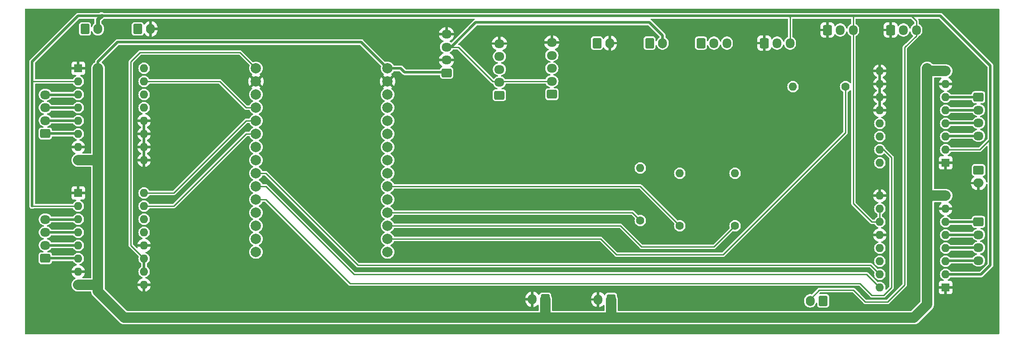
<source format=gbr>
%TF.GenerationSoftware,KiCad,Pcbnew,7.0.10*%
%TF.CreationDate,2024-09-26T22:41:12+03:00*%
%TF.ProjectId,Ver1,56657231-2e6b-4696-9361-645f70636258,rev?*%
%TF.SameCoordinates,Original*%
%TF.FileFunction,Copper,L2,Bot*%
%TF.FilePolarity,Positive*%
%FSLAX46Y46*%
G04 Gerber Fmt 4.6, Leading zero omitted, Abs format (unit mm)*
G04 Created by KiCad (PCBNEW 7.0.10) date 2024-09-26 22:41:12*
%MOMM*%
%LPD*%
G01*
G04 APERTURE LIST*
G04 Aperture macros list*
%AMRoundRect*
0 Rectangle with rounded corners*
0 $1 Rounding radius*
0 $2 $3 $4 $5 $6 $7 $8 $9 X,Y pos of 4 corners*
0 Add a 4 corners polygon primitive as box body*
4,1,4,$2,$3,$4,$5,$6,$7,$8,$9,$2,$3,0*
0 Add four circle primitives for the rounded corners*
1,1,$1+$1,$2,$3*
1,1,$1+$1,$4,$5*
1,1,$1+$1,$6,$7*
1,1,$1+$1,$8,$9*
0 Add four rect primitives between the rounded corners*
20,1,$1+$1,$2,$3,$4,$5,0*
20,1,$1+$1,$4,$5,$6,$7,0*
20,1,$1+$1,$6,$7,$8,$9,0*
20,1,$1+$1,$8,$9,$2,$3,0*%
G04 Aperture macros list end*
%TA.AperFunction,ComponentPad*%
%ADD10C,1.600000*%
%TD*%
%TA.AperFunction,ComponentPad*%
%ADD11O,1.600000X1.600000*%
%TD*%
%TA.AperFunction,ComponentPad*%
%ADD12RoundRect,0.250000X-0.600000X-0.725000X0.600000X-0.725000X0.600000X0.725000X-0.600000X0.725000X0*%
%TD*%
%TA.AperFunction,ComponentPad*%
%ADD13O,1.700000X1.950000*%
%TD*%
%TA.AperFunction,ComponentPad*%
%ADD14RoundRect,0.250000X-0.750000X0.600000X-0.750000X-0.600000X0.750000X-0.600000X0.750000X0.600000X0*%
%TD*%
%TA.AperFunction,ComponentPad*%
%ADD15O,2.000000X1.700000*%
%TD*%
%TA.AperFunction,ComponentPad*%
%ADD16RoundRect,0.250000X0.725000X-0.600000X0.725000X0.600000X-0.725000X0.600000X-0.725000X-0.600000X0*%
%TD*%
%TA.AperFunction,ComponentPad*%
%ADD17O,1.950000X1.700000*%
%TD*%
%TA.AperFunction,ComponentPad*%
%ADD18R,1.600000X1.600000*%
%TD*%
%TA.AperFunction,ComponentPad*%
%ADD19RoundRect,0.250000X-0.600000X-0.750000X0.600000X-0.750000X0.600000X0.750000X-0.600000X0.750000X0*%
%TD*%
%TA.AperFunction,ComponentPad*%
%ADD20O,1.700000X2.000000*%
%TD*%
%TA.AperFunction,ComponentPad*%
%ADD21RoundRect,0.250000X0.600000X0.750000X-0.600000X0.750000X-0.600000X-0.750000X0.600000X-0.750000X0*%
%TD*%
%TA.AperFunction,ComponentPad*%
%ADD22RoundRect,0.250000X-0.725000X0.600000X-0.725000X-0.600000X0.725000X-0.600000X0.725000X0.600000X0*%
%TD*%
%TA.AperFunction,ComponentPad*%
%ADD23C,2.000000*%
%TD*%
%TA.AperFunction,ViaPad*%
%ADD24C,4.000000*%
%TD*%
%TA.AperFunction,Conductor*%
%ADD25C,0.250000*%
%TD*%
%TA.AperFunction,Conductor*%
%ADD26C,0.500000*%
%TD*%
%TA.AperFunction,Conductor*%
%ADD27C,0.750000*%
%TD*%
%TA.AperFunction,Conductor*%
%ADD28C,2.000000*%
%TD*%
G04 APERTURE END LIST*
D10*
%TO.P,R7,1*%
%TO.N,LOG_AZ_10M*%
X158442400Y-64448000D03*
D11*
%TO.P,R7,2*%
%TO.N,Net-(U3B--)*%
X158442400Y-54288000D03*
%TD*%
D10*
%TO.P,R33,1*%
%TO.N,A1_10k*%
X190446400Y-37524000D03*
D11*
%TO.P,R33,2*%
%TO.N,Net-(U1A--)*%
X180286400Y-37524000D03*
%TD*%
D12*
%TO.P,J20,1,Pin_1*%
%TO.N,GND*%
X174738400Y-29096000D03*
D13*
%TO.P,J20,2,Pin_2*%
%TO.N,Net-(J20-Pin_2)*%
X177238400Y-29096000D03*
%TO.P,J20,3,Pin_3*%
%TO.N,VDD3V3*%
X179738400Y-29096000D03*
%TD*%
D14*
%TO.P,J6,1,Pin_1*%
%TO.N,STOP_SD2_MIN*%
X216100400Y-53686000D03*
D15*
%TO.P,J6,2,Pin_2*%
%TO.N,GND*%
X216100400Y-56186000D03*
%TD*%
D16*
%TO.P,J16,1,Pin_1*%
%TO.N,Net-(J16-Pin_1)*%
X133758400Y-38968000D03*
D17*
%TO.P,J16,2,Pin_2*%
%TO.N,+5V*%
X133758400Y-36468000D03*
%TO.P,J16,3,Pin_3*%
%TO.N,Net-(J16-Pin_3)*%
X133758400Y-33968000D03*
%TO.P,J16,4,Pin_4*%
%TO.N,Net-(J16-Pin_4)*%
X133758400Y-31468000D03*
%TO.P,J16,5,Pin_5*%
%TO.N,GND*%
X133758400Y-28968000D03*
%TD*%
D18*
%TO.P,A3,1,GND*%
%TO.N,GND*%
X42364400Y-33968000D03*
D11*
%TO.P,A3,2,VDD*%
%TO.N,VDD3V3*%
X42364400Y-36508000D03*
%TO.P,A3,3,1B*%
%TO.N,Net-(A3-1B)*%
X42364400Y-39048000D03*
%TO.P,A3,4,1A*%
%TO.N,Net-(A3-1A)*%
X42364400Y-41588000D03*
%TO.P,A3,5,2A*%
%TO.N,Net-(A3-2A)*%
X42364400Y-44128000D03*
%TO.P,A3,6,2B*%
%TO.N,Net-(A3-2B)*%
X42364400Y-46668000D03*
%TO.P,A3,7,GND*%
%TO.N,GND*%
X42364400Y-49208000D03*
%TO.P,A3,8,VMOT*%
%TO.N,+12V*%
X42364400Y-51748000D03*
%TO.P,A3,9,~{ENABLE}*%
%TO.N,GND*%
X55064400Y-51748000D03*
%TO.P,A3,10,MS1*%
X55064400Y-49208000D03*
%TO.P,A3,11,MS2*%
X55064400Y-46668000D03*
%TO.P,A3,12,MS3*%
X55064400Y-44128000D03*
%TO.P,A3,13,~{RESET}*%
%TO.N,Net-(A3-~{RESET})*%
X55064400Y-41588000D03*
%TO.P,A3,14,~{SLEEP}*%
X55064400Y-39048000D03*
%TO.P,A3,15,STEP*%
%TO.N,BRAKE_SD1_STEP*%
X55064400Y-36508000D03*
%TO.P,A3,16,DIR*%
%TO.N,Net-(A3-DIR)*%
X55064400Y-33968000D03*
%TD*%
D19*
%TO.P,J23,1,Pin_1*%
%TO.N,STOP_Z_MIN5V*%
X142460400Y-29096000D03*
D20*
%TO.P,J23,2,Pin_2*%
%TO.N,GND*%
X144960400Y-29096000D03*
%TD*%
D21*
%TO.P,J11,1,Pin_1*%
%TO.N,+12V*%
X132494400Y-78672000D03*
D20*
%TO.P,J11,2,Pin_2*%
%TO.N,GND*%
X129994400Y-78672000D03*
%TD*%
D12*
%TO.P,J19,1,Pin_1*%
%TO.N,GND*%
X186930400Y-26556000D03*
D13*
%TO.P,J19,2,Pin_2*%
%TO.N,Net-(J19-Pin_2)*%
X189430400Y-26556000D03*
%TO.P,J19,3,Pin_3*%
%TO.N,VDD3V3*%
X191930400Y-26556000D03*
%TD*%
D22*
%TO.P,J3,1,Pin_1*%
%TO.N,Net-(A4-2B)*%
X216100400Y-39556000D03*
D17*
%TO.P,J3,2,Pin_2*%
%TO.N,Net-(A4-2A)*%
X216100400Y-42056000D03*
%TO.P,J3,3,Pin_3*%
%TO.N,Net-(A4-1A)*%
X216100400Y-44556000D03*
%TO.P,J3,4,Pin_4*%
%TO.N,Net-(A4-1B)*%
X216100400Y-47056000D03*
%TD*%
D12*
%TO.P,J21,1,Pin_1*%
%TO.N,Z_VEL5V*%
X162546400Y-29096000D03*
D13*
%TO.P,J21,2,Pin_2*%
%TO.N,Net-(D2-A)*%
X165046400Y-29096000D03*
%TO.P,J21,3,Pin_3*%
%TO.N,Net-(J21-Pin_3)*%
X167546400Y-29096000D03*
%TD*%
D10*
%TO.P,R37,1*%
%TO.N,A2_10k*%
X169110400Y-64448000D03*
D11*
%TO.P,R37,2*%
%TO.N,Net-(U1B--)*%
X169110400Y-54288000D03*
%TD*%
D18*
%TO.P,A1,1,GND*%
%TO.N,GND*%
X42364400Y-58098000D03*
D11*
%TO.P,A1,2,VDD*%
%TO.N,VDD3V3*%
X42364400Y-60638000D03*
%TO.P,A1,3,1B*%
%TO.N,Net-(A1-1B)*%
X42364400Y-63178000D03*
%TO.P,A1,4,1A*%
%TO.N,Net-(A1-1A)*%
X42364400Y-65718000D03*
%TO.P,A1,5,2A*%
%TO.N,Net-(A1-2A)*%
X42364400Y-68258000D03*
%TO.P,A1,6,2B*%
%TO.N,Net-(A1-2B)*%
X42364400Y-70798000D03*
%TO.P,A1,7,GND*%
%TO.N,GND*%
X42364400Y-73338000D03*
%TO.P,A1,8,VMOT*%
%TO.N,+12V*%
X42364400Y-75878000D03*
%TO.P,A1,9,~{ENABLE}*%
%TO.N,GND*%
X55064400Y-75878000D03*
%TO.P,A1,10,MS1*%
%TO.N,VDD3V3*%
X55064400Y-73338000D03*
%TO.P,A1,11,MS2*%
X55064400Y-70798000D03*
%TO.P,A1,12,MS3*%
%TO.N,GND*%
X55064400Y-68258000D03*
%TO.P,A1,13,~{RESET}*%
%TO.N,Net-(A1-~{RESET})*%
X55064400Y-65718000D03*
%TO.P,A1,14,~{SLEEP}*%
X55064400Y-63178000D03*
%TO.P,A1,15,STEP*%
%TO.N,SD1_STEP*%
X55064400Y-60638000D03*
%TO.P,A1,16,DIR*%
%TO.N,SD1_DIR*%
X55064400Y-58098000D03*
%TD*%
D16*
%TO.P,J5,1,Pin_1*%
%TO.N,Net-(A1-2B)*%
X36014400Y-70718000D03*
D17*
%TO.P,J5,2,Pin_2*%
%TO.N,Net-(A1-2A)*%
X36014400Y-68218000D03*
%TO.P,J5,3,Pin_3*%
%TO.N,Net-(A1-1A)*%
X36014400Y-65718000D03*
%TO.P,J5,4,Pin_4*%
%TO.N,Net-(A1-1B)*%
X36014400Y-63218000D03*
%TD*%
D19*
%TO.P,J8,1,Pin_1*%
%TO.N,Net-(A3-DIR)*%
X43674400Y-26348000D03*
D20*
%TO.P,J8,2,Pin_2*%
%TO.N,VDD3V3*%
X46174400Y-26348000D03*
%TD*%
D19*
%TO.P,J22,1,Pin_1*%
%TO.N,STOP_Z_MAX5V*%
X152620400Y-29096000D03*
D20*
%TO.P,J22,2,Pin_2*%
%TO.N,+5V*%
X155120400Y-29096000D03*
%TD*%
D12*
%TO.P,J18,1,Pin_1*%
%TO.N,GND*%
X199122400Y-26556000D03*
D13*
%TO.P,J18,2,Pin_2*%
%TO.N,Net-(J18-Pin_2)*%
X201622400Y-26556000D03*
%TO.P,J18,3,Pin_3*%
%TO.N,VDD3V3*%
X204122400Y-26556000D03*
%TD*%
D16*
%TO.P,J17,1,Pin_1*%
%TO.N,Net-(J17-Pin_1)*%
X123644400Y-39182000D03*
D17*
%TO.P,J17,2,Pin_2*%
%TO.N,+5V*%
X123644400Y-36682000D03*
%TO.P,J17,3,Pin_3*%
%TO.N,Net-(J17-Pin_3)*%
X123644400Y-34182000D03*
%TO.P,J17,4,Pin_4*%
%TO.N,Net-(J17-Pin_4)*%
X123644400Y-31682000D03*
%TO.P,J17,5,Pin_5*%
%TO.N,GND*%
X123644400Y-29182000D03*
%TD*%
D19*
%TO.P,J9,1,Pin_1*%
%TO.N,STOP_SD1_MIN*%
X53834400Y-26348000D03*
D20*
%TO.P,J9,2,Pin_2*%
%TO.N,GND*%
X56334400Y-26348000D03*
%TD*%
D16*
%TO.P,J7,1,Pin_1*%
%TO.N,Net-(A3-2B)*%
X36014400Y-46588000D03*
D17*
%TO.P,J7,2,Pin_2*%
%TO.N,Net-(A3-2A)*%
X36014400Y-44088000D03*
%TO.P,J7,3,Pin_3*%
%TO.N,Net-(A3-1A)*%
X36014400Y-41588000D03*
%TO.P,J7,4,Pin_4*%
%TO.N,Net-(A3-1B)*%
X36014400Y-39088000D03*
%TD*%
D23*
%TO.P,J1,1,VIN*%
%TO.N,+12V*%
X102054400Y-33968000D03*
%TO.P,J1,2,GND*%
%TO.N,GND*%
X102054400Y-36508000D03*
%TO.P,J1,3,GPIO13*%
%TO.N,B2*%
X102054400Y-39048000D03*
%TO.P,J1,4,GPIO12*%
%TO.N,A2*%
X102054400Y-41588000D03*
%TO.P,J1,5,GPIO14*%
%TO.N,X2*%
X102054400Y-44128000D03*
%TO.P,J1,6,GPIO27*%
%TO.N,X1*%
X102054400Y-46668000D03*
%TO.P,J1,7,A9*%
%TO.N,A1*%
X102054400Y-49208000D03*
%TO.P,J1,8,A8*%
%TO.N,B1*%
X102054400Y-51748000D03*
%TO.P,J1,9,A5*%
%TO.N,STOP_Z_MAX*%
X102054400Y-54288000D03*
%TO.P,J1,10,A4*%
%TO.N,LOG_AZ_10M*%
X102054400Y-56828000D03*
%TO.P,J1,11,A7*%
%TO.N,STOP_Z_MIN*%
X102054400Y-59368000D03*
%TO.P,J1,12,A6*%
%TO.N,AZ_10M*%
X102054400Y-61908000D03*
%TO.P,J1,13,VN*%
%TO.N,A2_10k*%
X102054400Y-64448000D03*
%TO.P,J1,14,VP*%
%TO.N,A1_10k*%
X102054400Y-66988000D03*
%TO.P,J1,15,EN*%
%TO.N,unconnected-(J1-EN-Pad15)*%
X102054400Y-69528000D03*
%TO.P,J1,16,VDD3V3*%
%TO.N,VDD3V3*%
X76654400Y-33968000D03*
%TO.P,J1,17,GND*%
%TO.N,GND*%
X76654400Y-36508000D03*
%TO.P,J1,18,GPIO15*%
%TO.N,BRAKE_SD1_DIR*%
X76654400Y-39048000D03*
%TO.P,J1,19,GPIO2*%
%TO.N,BRAKE_SD1_STEP*%
X76654400Y-41588000D03*
%TO.P,J1,20,GPIO4*%
%TO.N,SD1_DIR*%
X76654400Y-44128000D03*
%TO.P,J1,21,RX2*%
%TO.N,SD1_STEP*%
X76654400Y-46668000D03*
%TO.P,J1,22,TX2*%
%TO.N,Data2_Pin*%
X76654400Y-49208000D03*
%TO.P,J1,23,GPIO5*%
%TO.N,Clock2_Pin*%
X76654400Y-51748000D03*
%TO.P,J1,24,GPIO18*%
%TO.N,SD2_STEP*%
X76654400Y-54288000D03*
%TO.P,J1,25,GPIO19*%
%TO.N,SD2_DIR*%
X76654400Y-56828000D03*
%TO.P,J1,26,GPIO21*%
%TO.N,BRAKE_SD2_STEP*%
X76654400Y-59368000D03*
%TO.P,J1,27,RX0*%
%TO.N,BRAKE_SD2_DIR*%
X76654400Y-61908000D03*
%TO.P,J1,28,TX0*%
%TO.N,LOG_Z_DIR*%
X76654400Y-64448000D03*
%TO.P,J1,29,GPIO22*%
%TO.N,EN_LOG_Z*%
X76654400Y-66988000D03*
%TO.P,J1,30,GPIO23*%
%TO.N,Z_VEL*%
X76654400Y-69528000D03*
%TD*%
D22*
%TO.P,J2,1,Pin_1*%
%TO.N,Net-(A2-2B)*%
X216100400Y-63686000D03*
D17*
%TO.P,J2,2,Pin_2*%
%TO.N,Net-(A2-2A)*%
X216100400Y-66186000D03*
%TO.P,J2,3,Pin_3*%
%TO.N,Net-(A2-1A)*%
X216100400Y-68686000D03*
%TO.P,J2,4,Pin_4*%
%TO.N,Net-(A2-1B)*%
X216100400Y-71186000D03*
%TD*%
D10*
%TO.P,R41,1*%
%TO.N,AZ_10M*%
X150822400Y-63432000D03*
D11*
%TO.P,R41,2*%
%TO.N,Net-(U3A--)*%
X150822400Y-53272000D03*
%TD*%
D21*
%TO.P,J12,1,Pin_1*%
%TO.N,+12V*%
X145194400Y-78712000D03*
D20*
%TO.P,J12,2,Pin_2*%
%TO.N,GND*%
X142694400Y-78712000D03*
%TD*%
D21*
%TO.P,J4,1,Pin_1*%
%TO.N,Net-(A4-DIR)*%
X186108400Y-78972000D03*
D20*
%TO.P,J4,2,Pin_2*%
%TO.N,VDD3V3*%
X183608400Y-78972000D03*
%TD*%
D16*
%TO.P,J10,1,Pin_1*%
%TO.N,+12V*%
X113438400Y-34864000D03*
D17*
%TO.P,J10,2,Pin_2*%
%TO.N,GND*%
X113438400Y-32364000D03*
%TO.P,J10,3,Pin_3*%
%TO.N,+5V*%
X113438400Y-29864000D03*
%TO.P,J10,4,Pin_4*%
%TO.N,GND*%
X113438400Y-27364000D03*
%TD*%
D18*
%TO.P,A4,1,GND*%
%TO.N,GND*%
X209750400Y-52256000D03*
D11*
%TO.P,A4,2,VDD*%
%TO.N,VDD3V3*%
X209750400Y-49716000D03*
%TO.P,A4,3,1B*%
%TO.N,Net-(A4-1B)*%
X209750400Y-47176000D03*
%TO.P,A4,4,1A*%
%TO.N,Net-(A4-1A)*%
X209750400Y-44636000D03*
%TO.P,A4,5,2A*%
%TO.N,Net-(A4-2A)*%
X209750400Y-42096000D03*
%TO.P,A4,6,2B*%
%TO.N,Net-(A4-2B)*%
X209750400Y-39556000D03*
%TO.P,A4,7,GND*%
%TO.N,GND*%
X209750400Y-37016000D03*
%TO.P,A4,8,VMOT*%
%TO.N,+12V*%
X209750400Y-34476000D03*
%TO.P,A4,9,~{ENABLE}*%
%TO.N,GND*%
X197050400Y-34476000D03*
%TO.P,A4,10,MS1*%
X197050400Y-37016000D03*
%TO.P,A4,11,MS2*%
X197050400Y-39556000D03*
%TO.P,A4,12,MS3*%
X197050400Y-42096000D03*
%TO.P,A4,13,~{RESET}*%
%TO.N,Net-(A4-~{RESET})*%
X197050400Y-44636000D03*
%TO.P,A4,14,~{SLEEP}*%
X197050400Y-47176000D03*
%TO.P,A4,15,STEP*%
%TO.N,BRAKE_SD2_STEP*%
X197050400Y-49716000D03*
%TO.P,A4,16,DIR*%
%TO.N,Net-(A4-DIR)*%
X197050400Y-52256000D03*
%TD*%
D18*
%TO.P,A2,1,GND*%
%TO.N,GND*%
X209750400Y-76386000D03*
D11*
%TO.P,A2,2,VDD*%
%TO.N,VDD3V3*%
X209750400Y-73846000D03*
%TO.P,A2,3,1B*%
%TO.N,Net-(A2-1B)*%
X209750400Y-71306000D03*
%TO.P,A2,4,1A*%
%TO.N,Net-(A2-1A)*%
X209750400Y-68766000D03*
%TO.P,A2,5,2A*%
%TO.N,Net-(A2-2A)*%
X209750400Y-66226000D03*
%TO.P,A2,6,2B*%
%TO.N,Net-(A2-2B)*%
X209750400Y-63686000D03*
%TO.P,A2,7,GND*%
%TO.N,GND*%
X209750400Y-61146000D03*
%TO.P,A2,8,VMOT*%
%TO.N,+12V*%
X209750400Y-58606000D03*
%TO.P,A2,9,~{ENABLE}*%
%TO.N,GND*%
X197050400Y-58606000D03*
%TO.P,A2,10,MS1*%
%TO.N,VDD3V3*%
X197050400Y-61146000D03*
%TO.P,A2,11,MS2*%
X197050400Y-63686000D03*
%TO.P,A2,12,MS3*%
%TO.N,GND*%
X197050400Y-66226000D03*
%TO.P,A2,13,~{RESET}*%
%TO.N,Net-(A2-~{RESET})*%
X197050400Y-68766000D03*
%TO.P,A2,14,~{SLEEP}*%
X197050400Y-71306000D03*
%TO.P,A2,15,STEP*%
%TO.N,SD2_STEP*%
X197050400Y-73846000D03*
%TO.P,A2,16,DIR*%
%TO.N,SD2_DIR*%
X197050400Y-76386000D03*
%TD*%
D24*
%TO.N,GND*%
X216094400Y-26428000D03*
X36094400Y-26428000D03*
X216094400Y-81428000D03*
X36094400Y-81428000D03*
%TD*%
D25*
%TO.N,VDD3V3*%
X201876400Y-29904000D02*
X204122400Y-27658000D01*
D26*
X218386400Y-72068000D02*
X218386400Y-47684000D01*
X208734400Y-23808000D02*
X203146400Y-23808000D01*
D25*
X191930400Y-23848000D02*
X191970400Y-23808000D01*
X191930400Y-26556000D02*
X191930400Y-23848000D01*
X204122400Y-24784000D02*
X203146400Y-23808000D01*
X209750400Y-49716000D02*
X216354400Y-49716000D01*
D26*
X179524400Y-23808000D02*
X46874400Y-23808000D01*
X218386400Y-72068000D02*
X216608400Y-73846000D01*
D25*
X191930400Y-60090000D02*
X191930400Y-26556000D01*
D26*
X191970400Y-23808000D02*
X179524400Y-23808000D01*
D25*
X194256400Y-79180000D02*
X198574400Y-79180000D01*
X195526400Y-63686000D02*
X191930400Y-60090000D01*
X216354400Y-49716000D02*
X218386400Y-47684000D01*
X197050400Y-63686000D02*
X195526400Y-63686000D01*
D26*
X33474400Y-60638000D02*
X33474400Y-32698000D01*
D25*
X52524400Y-32698000D02*
X52524400Y-68258000D01*
D27*
X46874400Y-23808000D02*
X46174400Y-24508000D01*
D25*
X73606400Y-30920000D02*
X54302400Y-30920000D01*
D26*
X55064400Y-73338000D02*
X55064400Y-70798000D01*
X216608400Y-73846000D02*
X209750400Y-73846000D01*
D27*
X46174400Y-26348000D02*
X46174400Y-24508000D01*
D25*
X183608400Y-78972000D02*
X183608400Y-78652000D01*
X201876400Y-75878000D02*
X201876400Y-29904000D01*
D26*
X42364400Y-23808000D02*
X46874400Y-23808000D01*
X218386400Y-47684000D02*
X218386400Y-33460000D01*
D25*
X76654400Y-33968000D02*
X73606400Y-30920000D01*
X179738400Y-29096000D02*
X179738400Y-24022000D01*
D26*
X218386400Y-33460000D02*
X208734400Y-23808000D01*
X33474400Y-32698000D02*
X42364400Y-23808000D01*
D25*
X42364400Y-36508000D02*
X33474400Y-36508000D01*
X197050400Y-61146000D02*
X197050400Y-63686000D01*
X204122400Y-27658000D02*
X204122400Y-26556000D01*
X198574400Y-79180000D02*
X201876400Y-75878000D01*
X185366400Y-76894000D02*
X191970400Y-76894000D01*
X42364400Y-60638000D02*
X33474400Y-60638000D01*
D26*
X203146400Y-23808000D02*
X191970400Y-23808000D01*
D25*
X54302400Y-30920000D02*
X52524400Y-32698000D01*
X183608400Y-78652000D02*
X185366400Y-76894000D01*
X52524400Y-68258000D02*
X55064400Y-70798000D01*
X204122400Y-26556000D02*
X204122400Y-24784000D01*
X191970400Y-76894000D02*
X194256400Y-79180000D01*
X179738400Y-24022000D02*
X179524400Y-23808000D01*
D26*
%TO.N,Net-(A1-1B)*%
X42324400Y-63218000D02*
X42364400Y-63178000D01*
X36014400Y-63218000D02*
X42324400Y-63218000D01*
%TO.N,Net-(A1-1A)*%
X36014400Y-65718000D02*
X42364400Y-65718000D01*
%TO.N,Net-(A1-2A)*%
X42324400Y-68218000D02*
X42364400Y-68258000D01*
X36014400Y-68218000D02*
X42324400Y-68218000D01*
%TO.N,Net-(A1-2B)*%
X36014400Y-70718000D02*
X42284400Y-70718000D01*
X42284400Y-70718000D02*
X42364400Y-70798000D01*
D28*
%TO.N,+12V*%
X132534400Y-82228000D02*
X145234400Y-82228000D01*
X145234400Y-82228000D02*
X203654400Y-82228000D01*
X145194400Y-82188000D02*
X145234400Y-82228000D01*
D26*
X113304400Y-34730000D02*
X105356400Y-34730000D01*
D28*
X206702400Y-34476000D02*
X206194400Y-33968000D01*
X132494400Y-82188000D02*
X132534400Y-82228000D01*
X203654400Y-82228000D02*
X206194400Y-79688000D01*
D26*
X105356400Y-34730000D02*
X104594400Y-33968000D01*
D28*
X206956400Y-58606000D02*
X206194400Y-59368000D01*
D26*
X49984400Y-28888000D02*
X46174400Y-32698000D01*
D28*
X145194400Y-78712000D02*
X145194400Y-82188000D01*
D26*
X46174400Y-32698000D02*
X46174400Y-33968000D01*
D28*
X46174400Y-33968000D02*
X46174400Y-76768000D01*
X51254400Y-82228000D02*
X132534400Y-82228000D01*
X206194400Y-79688000D02*
X206194400Y-59368000D01*
D26*
X102054400Y-33968000D02*
X96974400Y-28888000D01*
D28*
X132494400Y-78672000D02*
X132494400Y-82188000D01*
D26*
X113438400Y-34864000D02*
X113304400Y-34730000D01*
D28*
X46174400Y-77148000D02*
X51254400Y-82228000D01*
D26*
X104594400Y-33968000D02*
X102054400Y-33968000D01*
D28*
X209750400Y-58606000D02*
X206956400Y-58606000D01*
X206194400Y-59368000D02*
X206194400Y-33968000D01*
X209750400Y-34476000D02*
X206702400Y-34476000D01*
D26*
X96974400Y-28888000D02*
X49984400Y-28888000D01*
D28*
X42364400Y-75878000D02*
X46174400Y-75878000D01*
X45794400Y-51748000D02*
X42364400Y-51748000D01*
D25*
%TO.N,SD1_STEP*%
X60779400Y-60638000D02*
X74749400Y-46668000D01*
X55064400Y-60638000D02*
X60779400Y-60638000D01*
X74749400Y-46668000D02*
X76654400Y-46668000D01*
%TO.N,SD1_DIR*%
X60779400Y-58098000D02*
X74749400Y-44128000D01*
X74749400Y-44128000D02*
X76654400Y-44128000D01*
X55064400Y-58098000D02*
X60779400Y-58098000D01*
D26*
%TO.N,Net-(A2-1B)*%
X209870400Y-71186000D02*
X209750400Y-71306000D01*
X216100400Y-71186000D02*
X209870400Y-71186000D01*
%TO.N,Net-(A2-1A)*%
X216100400Y-68686000D02*
X209830400Y-68686000D01*
X209830400Y-68686000D02*
X209750400Y-68766000D01*
%TO.N,Net-(A2-2A)*%
X209790400Y-66186000D02*
X209750400Y-66226000D01*
X216100400Y-66186000D02*
X209790400Y-66186000D01*
%TO.N,Net-(A2-2B)*%
X216100400Y-63686000D02*
X209750400Y-63686000D01*
%TO.N,Net-(A3-1B)*%
X42324400Y-39088000D02*
X42364400Y-39048000D01*
X36014400Y-39088000D02*
X42324400Y-39088000D01*
%TO.N,Net-(A3-1A)*%
X36014400Y-41588000D02*
X42364400Y-41588000D01*
%TO.N,Net-(A3-2A)*%
X42324400Y-44088000D02*
X42364400Y-44128000D01*
X36014400Y-44088000D02*
X42324400Y-44088000D01*
%TO.N,Net-(A3-2B)*%
X42284400Y-46588000D02*
X42364400Y-46668000D01*
X36014400Y-46588000D02*
X42284400Y-46588000D01*
%TO.N,Net-(A4-1B)*%
X209870400Y-47056000D02*
X209750400Y-47176000D01*
X216100400Y-47056000D02*
X209870400Y-47056000D01*
%TO.N,Net-(A4-1A)*%
X209830400Y-44556000D02*
X209750400Y-44636000D01*
X216100400Y-44556000D02*
X209830400Y-44556000D01*
%TO.N,Net-(A4-2A)*%
X209790400Y-42056000D02*
X209750400Y-42096000D01*
X216100400Y-42056000D02*
X209790400Y-42056000D01*
%TO.N,Net-(A4-2B)*%
X216100400Y-39556000D02*
X209750400Y-39556000D01*
%TO.N,+5V*%
X152600400Y-25078000D02*
X155140400Y-27618000D01*
X155140400Y-27618000D02*
X155120400Y-27638000D01*
X155120400Y-27638000D02*
X155120400Y-29096000D01*
D25*
X115730400Y-29864000D02*
X113438400Y-29864000D01*
X123858400Y-36468000D02*
X123644400Y-36682000D01*
X133758400Y-36468000D02*
X123858400Y-36468000D01*
D26*
X119072400Y-25078000D02*
X152600400Y-25078000D01*
D25*
X123470400Y-36508000D02*
X122374400Y-36508000D01*
D26*
X114286400Y-29864000D02*
X119072400Y-25078000D01*
D25*
X123644400Y-36682000D02*
X123470400Y-36508000D01*
D26*
X113438400Y-29864000D02*
X114286400Y-29864000D01*
D25*
X122374400Y-36508000D02*
X115730400Y-29864000D01*
%TO.N,A1_10k*%
X190446400Y-46414000D02*
X166824400Y-70036000D01*
X166824400Y-70036000D02*
X146250400Y-70036000D01*
X143202400Y-66988000D02*
X146250400Y-70036000D01*
X102054400Y-66988000D02*
X143202400Y-66988000D01*
X190446400Y-37524000D02*
X190446400Y-46414000D01*
%TO.N,A2_10k*%
X147012400Y-64448000D02*
X102054400Y-64448000D01*
X169110400Y-64448000D02*
X165046400Y-68512000D01*
X151076400Y-68512000D02*
X147012400Y-64448000D01*
X165046400Y-68512000D02*
X151076400Y-68512000D01*
%TO.N,AZ_10M*%
X149298400Y-61908000D02*
X150822400Y-63432000D01*
X102054400Y-61908000D02*
X149298400Y-61908000D01*
%TO.N,LOG_AZ_10M*%
X150822400Y-56828000D02*
X102054400Y-56828000D01*
X158442400Y-64448000D02*
X150822400Y-56828000D01*
%TO.N,SD2_DIR*%
X78559400Y-56828000D02*
X95577400Y-73846000D01*
X76654400Y-56828000D02*
X78559400Y-56828000D01*
X194510400Y-73846000D02*
X197050400Y-76386000D01*
X95577400Y-73846000D02*
X194510400Y-73846000D01*
%TO.N,SD2_STEP*%
X195272400Y-72068000D02*
X96339400Y-72068000D01*
X96339400Y-72068000D02*
X78559400Y-54288000D01*
X78559400Y-54288000D02*
X76654400Y-54288000D01*
X197050400Y-73846000D02*
X195272400Y-72068000D01*
%TO.N,BRAKE_SD1_STEP*%
X74749400Y-41588000D02*
X76654400Y-41588000D01*
X55064400Y-36508000D02*
X69669400Y-36508000D01*
X69669400Y-36508000D02*
X74749400Y-41588000D01*
%TO.N,BRAKE_SD2_STEP*%
X193240400Y-75624000D02*
X94815400Y-75624000D01*
X195526400Y-77910000D02*
X193240400Y-75624000D01*
X94815400Y-75624000D02*
X78559400Y-59368000D01*
X197050400Y-49716000D02*
X197812400Y-49716000D01*
X78559400Y-59368000D02*
X76654400Y-59368000D01*
X199336400Y-76386000D02*
X197812400Y-77910000D01*
X199336400Y-51240000D02*
X199336400Y-76386000D01*
X197812400Y-77910000D02*
X195526400Y-77910000D01*
X197812400Y-49716000D02*
X199336400Y-51240000D01*
%TD*%
%TA.AperFunction,Conductor*%
%TO.N,GND*%
G36*
X179255939Y-24378185D02*
G01*
X179301694Y-24430989D01*
X179312900Y-24482500D01*
X179312900Y-27817079D01*
X179293215Y-27884118D01*
X179240411Y-27929873D01*
X179233698Y-27932704D01*
X179223387Y-27936698D01*
X179223379Y-27936702D01*
X179042099Y-28048947D01*
X178884527Y-28192593D01*
X178756032Y-28362746D01*
X178660996Y-28553605D01*
X178660996Y-28553607D01*
X178607666Y-28741039D01*
X178570386Y-28800132D01*
X178507076Y-28829689D01*
X178437837Y-28820327D01*
X178384651Y-28775017D01*
X178369134Y-28741039D01*
X178355265Y-28692295D01*
X178315805Y-28553611D01*
X178315803Y-28553606D01*
X178315803Y-28553605D01*
X178220767Y-28362746D01*
X178092272Y-28192593D01*
X178038843Y-28143886D01*
X177934702Y-28048948D01*
X177753419Y-27936702D01*
X177753417Y-27936701D01*
X177589283Y-27873116D01*
X177554598Y-27859679D01*
X177345010Y-27820500D01*
X177131790Y-27820500D01*
X176922202Y-27859679D01*
X176922199Y-27859679D01*
X176922199Y-27859680D01*
X176723382Y-27936701D01*
X176723380Y-27936702D01*
X176542099Y-28048947D01*
X176384526Y-28192594D01*
X176302359Y-28301400D01*
X176246250Y-28343035D01*
X176176538Y-28347726D01*
X176115356Y-28313983D01*
X176082130Y-28252520D01*
X176080048Y-28239273D01*
X176077905Y-28218303D01*
X176022758Y-28051880D01*
X176022756Y-28051875D01*
X175930715Y-27902654D01*
X175806745Y-27778684D01*
X175657524Y-27686643D01*
X175657519Y-27686641D01*
X175491097Y-27631494D01*
X175491090Y-27631493D01*
X175388386Y-27621000D01*
X174988400Y-27621000D01*
X174988400Y-28687981D01*
X174873599Y-28635554D01*
X174772375Y-28621000D01*
X174704425Y-28621000D01*
X174603201Y-28635554D01*
X174488400Y-28687981D01*
X174488400Y-27621000D01*
X174088428Y-27621000D01*
X174088412Y-27621001D01*
X173985702Y-27631494D01*
X173819280Y-27686641D01*
X173819275Y-27686643D01*
X173670054Y-27778684D01*
X173546084Y-27902654D01*
X173454043Y-28051875D01*
X173454041Y-28051880D01*
X173398894Y-28218302D01*
X173398893Y-28218309D01*
X173388400Y-28321013D01*
X173388400Y-28846000D01*
X174334431Y-28846000D01*
X174301881Y-28896649D01*
X174263400Y-29027705D01*
X174263400Y-29164295D01*
X174301881Y-29295351D01*
X174334431Y-29346000D01*
X173388401Y-29346000D01*
X173388401Y-29870986D01*
X173398894Y-29973697D01*
X173454041Y-30140119D01*
X173454043Y-30140124D01*
X173546084Y-30289345D01*
X173670054Y-30413315D01*
X173819275Y-30505356D01*
X173819280Y-30505358D01*
X173985702Y-30560505D01*
X173985709Y-30560506D01*
X174088419Y-30570999D01*
X174488399Y-30570999D01*
X174488400Y-30570998D01*
X174488400Y-29504018D01*
X174603201Y-29556446D01*
X174704425Y-29571000D01*
X174772375Y-29571000D01*
X174873599Y-29556446D01*
X174988400Y-29504018D01*
X174988400Y-30570999D01*
X175388372Y-30570999D01*
X175388386Y-30570998D01*
X175491097Y-30560505D01*
X175657519Y-30505358D01*
X175657524Y-30505356D01*
X175806745Y-30413315D01*
X175930715Y-30289345D01*
X176022756Y-30140124D01*
X176022758Y-30140119D01*
X176077905Y-29973697D01*
X176077906Y-29973688D01*
X176080048Y-29952727D01*
X176106442Y-29888035D01*
X176163622Y-29847882D01*
X176233433Y-29845018D01*
X176293711Y-29880350D01*
X176302360Y-29890600D01*
X176368030Y-29977561D01*
X176384528Y-29999407D01*
X176542098Y-30143052D01*
X176723381Y-30255298D01*
X176922202Y-30332321D01*
X177131790Y-30371500D01*
X177131792Y-30371500D01*
X177345008Y-30371500D01*
X177345010Y-30371500D01*
X177554598Y-30332321D01*
X177753419Y-30255298D01*
X177934702Y-30143052D01*
X178092272Y-29999407D01*
X178220766Y-29829255D01*
X178249836Y-29770874D01*
X178315803Y-29638394D01*
X178315803Y-29638393D01*
X178315805Y-29638389D01*
X178369134Y-29450959D01*
X178406414Y-29391867D01*
X178469723Y-29362310D01*
X178538963Y-29371672D01*
X178592149Y-29416982D01*
X178607665Y-29450959D01*
X178635219Y-29547799D01*
X178660996Y-29638392D01*
X178660996Y-29638394D01*
X178756032Y-29829253D01*
X178868033Y-29977564D01*
X178884528Y-29999407D01*
X179042098Y-30143052D01*
X179223381Y-30255298D01*
X179422202Y-30332321D01*
X179631790Y-30371500D01*
X179631792Y-30371500D01*
X179845008Y-30371500D01*
X179845010Y-30371500D01*
X180054598Y-30332321D01*
X180253419Y-30255298D01*
X180434702Y-30143052D01*
X180592272Y-29999407D01*
X180720766Y-29829255D01*
X180749836Y-29770874D01*
X180815803Y-29638394D01*
X180815803Y-29638393D01*
X180815805Y-29638389D01*
X180874156Y-29433310D01*
X180888900Y-29274194D01*
X180888900Y-28917806D01*
X180874156Y-28758690D01*
X180815805Y-28553611D01*
X180815803Y-28553606D01*
X180815803Y-28553605D01*
X180720767Y-28362746D01*
X180592272Y-28192593D01*
X180538843Y-28143886D01*
X180434702Y-28048948D01*
X180369213Y-28008399D01*
X180253420Y-27936702D01*
X180253412Y-27936698D01*
X180243102Y-27932704D01*
X180187702Y-27890129D01*
X180164114Y-27824361D01*
X180163900Y-27817079D01*
X180163900Y-24482500D01*
X180183585Y-24415461D01*
X180236389Y-24369706D01*
X180287900Y-24358500D01*
X191380900Y-24358500D01*
X191447939Y-24378185D01*
X191493694Y-24430989D01*
X191504900Y-24482500D01*
X191504900Y-25277079D01*
X191485215Y-25344118D01*
X191432411Y-25389873D01*
X191425698Y-25392704D01*
X191415387Y-25396698D01*
X191415379Y-25396702D01*
X191234099Y-25508947D01*
X191076527Y-25652593D01*
X190948032Y-25822746D01*
X190852996Y-26013605D01*
X190852996Y-26013607D01*
X190799666Y-26201039D01*
X190762386Y-26260132D01*
X190699076Y-26289689D01*
X190629837Y-26280327D01*
X190576651Y-26235017D01*
X190561134Y-26201039D01*
X190531816Y-26098000D01*
X190507805Y-26013611D01*
X190507803Y-26013606D01*
X190507803Y-26013605D01*
X190412767Y-25822746D01*
X190284272Y-25652593D01*
X190257843Y-25628500D01*
X190126702Y-25508948D01*
X189945419Y-25396702D01*
X189945417Y-25396701D01*
X189809683Y-25344118D01*
X189746598Y-25319679D01*
X189537010Y-25280500D01*
X189323790Y-25280500D01*
X189114202Y-25319679D01*
X189114199Y-25319679D01*
X189114199Y-25319680D01*
X188915382Y-25396701D01*
X188915380Y-25396702D01*
X188734099Y-25508947D01*
X188576526Y-25652594D01*
X188494359Y-25761400D01*
X188438250Y-25803035D01*
X188368538Y-25807726D01*
X188307356Y-25773983D01*
X188274130Y-25712520D01*
X188272048Y-25699273D01*
X188269905Y-25678303D01*
X188214758Y-25511880D01*
X188214756Y-25511875D01*
X188122715Y-25362654D01*
X187998745Y-25238684D01*
X187849524Y-25146643D01*
X187849519Y-25146641D01*
X187683097Y-25091494D01*
X187683090Y-25091493D01*
X187580386Y-25081000D01*
X187180400Y-25081000D01*
X187180400Y-26147981D01*
X187065599Y-26095554D01*
X186964375Y-26081000D01*
X186896425Y-26081000D01*
X186795201Y-26095554D01*
X186680400Y-26147981D01*
X186680400Y-25081000D01*
X186280428Y-25081000D01*
X186280412Y-25081001D01*
X186177702Y-25091494D01*
X186011280Y-25146641D01*
X186011275Y-25146643D01*
X185862054Y-25238684D01*
X185738084Y-25362654D01*
X185646043Y-25511875D01*
X185646041Y-25511880D01*
X185590894Y-25678302D01*
X185590893Y-25678309D01*
X185580400Y-25781013D01*
X185580400Y-26306000D01*
X186526431Y-26306000D01*
X186493881Y-26356649D01*
X186455400Y-26487705D01*
X186455400Y-26624295D01*
X186493881Y-26755351D01*
X186526431Y-26806000D01*
X185580401Y-26806000D01*
X185580401Y-27330986D01*
X185590894Y-27433697D01*
X185646041Y-27600119D01*
X185646043Y-27600124D01*
X185738084Y-27749345D01*
X185862054Y-27873315D01*
X186011275Y-27965356D01*
X186011280Y-27965358D01*
X186177702Y-28020505D01*
X186177709Y-28020506D01*
X186280419Y-28030999D01*
X186680399Y-28030999D01*
X186680400Y-28030998D01*
X186680400Y-26964018D01*
X186795201Y-27016446D01*
X186896425Y-27031000D01*
X186964375Y-27031000D01*
X187065599Y-27016446D01*
X187180400Y-26964018D01*
X187180400Y-28030999D01*
X187580372Y-28030999D01*
X187580386Y-28030998D01*
X187683097Y-28020505D01*
X187849519Y-27965358D01*
X187849524Y-27965356D01*
X187998745Y-27873315D01*
X188122715Y-27749345D01*
X188214756Y-27600124D01*
X188214758Y-27600119D01*
X188269905Y-27433697D01*
X188269906Y-27433688D01*
X188272048Y-27412727D01*
X188298442Y-27348035D01*
X188355622Y-27307882D01*
X188425433Y-27305018D01*
X188485711Y-27340350D01*
X188494360Y-27350600D01*
X188569348Y-27449900D01*
X188576528Y-27459407D01*
X188734098Y-27603052D01*
X188915381Y-27715298D01*
X189114202Y-27792321D01*
X189323790Y-27831500D01*
X189323792Y-27831500D01*
X189537008Y-27831500D01*
X189537010Y-27831500D01*
X189746598Y-27792321D01*
X189945419Y-27715298D01*
X190126702Y-27603052D01*
X190284272Y-27459407D01*
X190412766Y-27289255D01*
X190416259Y-27282240D01*
X190507803Y-27098394D01*
X190507803Y-27098393D01*
X190507805Y-27098389D01*
X190561134Y-26910959D01*
X190598414Y-26851867D01*
X190661723Y-26822310D01*
X190730963Y-26831672D01*
X190784149Y-26876982D01*
X190799665Y-26910959D01*
X190839153Y-27049742D01*
X190852996Y-27098392D01*
X190852996Y-27098394D01*
X190948032Y-27289253D01*
X191076527Y-27459406D01*
X191076528Y-27459407D01*
X191234098Y-27603052D01*
X191415381Y-27715298D01*
X191425690Y-27719291D01*
X191481092Y-27761860D01*
X191504685Y-27827626D01*
X191504900Y-27834919D01*
X191504900Y-36729565D01*
X191485215Y-36796604D01*
X191432411Y-36842359D01*
X191363253Y-36852303D01*
X191299697Y-36823278D01*
X191281947Y-36804293D01*
X191263163Y-36779419D01*
X191112441Y-36642019D01*
X191112439Y-36642017D01*
X190939042Y-36534655D01*
X190939035Y-36534651D01*
X190843946Y-36497814D01*
X190748856Y-36460976D01*
X190548376Y-36423500D01*
X190344424Y-36423500D01*
X190143944Y-36460976D01*
X190143941Y-36460976D01*
X190143941Y-36460977D01*
X189953764Y-36534651D01*
X189953757Y-36534655D01*
X189780360Y-36642017D01*
X189780358Y-36642019D01*
X189629637Y-36779418D01*
X189506727Y-36942178D01*
X189415822Y-37124739D01*
X189415817Y-37124752D01*
X189360002Y-37320917D01*
X189341185Y-37523999D01*
X189341185Y-37524000D01*
X189360002Y-37727082D01*
X189415817Y-37923247D01*
X189415822Y-37923260D01*
X189506727Y-38105821D01*
X189629637Y-38268581D01*
X189780358Y-38405980D01*
X189780360Y-38405982D01*
X189958637Y-38516366D01*
X189957775Y-38517756D01*
X190003398Y-38560041D01*
X190020900Y-38623555D01*
X190020900Y-46186390D01*
X190001215Y-46253429D01*
X189984581Y-46274071D01*
X166684471Y-69574181D01*
X166623148Y-69607666D01*
X166596790Y-69610500D01*
X146478010Y-69610500D01*
X146410971Y-69590815D01*
X146390329Y-69574181D01*
X143455618Y-66639470D01*
X143434103Y-66628508D01*
X143417510Y-66618340D01*
X143397980Y-66604150D01*
X143375015Y-66596688D01*
X143357041Y-66589243D01*
X143335527Y-66578281D01*
X143330410Y-66577470D01*
X143311673Y-66574503D01*
X143292758Y-66569962D01*
X143269794Y-66562500D01*
X143269793Y-66562500D01*
X143235888Y-66562500D01*
X103369926Y-66562500D01*
X103302887Y-66542815D01*
X103257544Y-66490905D01*
X103184968Y-66335267D01*
X103184967Y-66335265D01*
X103179335Y-66327222D01*
X103054447Y-66148861D01*
X103054445Y-66148858D01*
X102893541Y-65987954D01*
X102707134Y-65857432D01*
X102707128Y-65857429D01*
X102649125Y-65830382D01*
X102596685Y-65784210D01*
X102577533Y-65717017D01*
X102597748Y-65650135D01*
X102649125Y-65605618D01*
X102707134Y-65578568D01*
X102893539Y-65448047D01*
X103054447Y-65287139D01*
X103184968Y-65100734D01*
X103257544Y-64945094D01*
X103303717Y-64892656D01*
X103369926Y-64873500D01*
X146784790Y-64873500D01*
X146851829Y-64893185D01*
X146872471Y-64909819D01*
X150727872Y-68765220D01*
X150823180Y-68860528D01*
X150844699Y-68871492D01*
X150861278Y-68881651D01*
X150880819Y-68895849D01*
X150903781Y-68903309D01*
X150921754Y-68910753D01*
X150943274Y-68921719D01*
X150967124Y-68925495D01*
X150986045Y-68930039D01*
X151007889Y-68937136D01*
X151009007Y-68937500D01*
X151009008Y-68937500D01*
X165113792Y-68937500D01*
X165113793Y-68937500D01*
X165136760Y-68930036D01*
X165155676Y-68925495D01*
X165179526Y-68921719D01*
X165201036Y-68910757D01*
X165219014Y-68903310D01*
X165241981Y-68895849D01*
X165261518Y-68881653D01*
X165278106Y-68871488D01*
X165299620Y-68860528D01*
X165394928Y-68765220D01*
X168636338Y-65523808D01*
X168697659Y-65490325D01*
X168767351Y-65495309D01*
X168768810Y-65495864D01*
X168802976Y-65509099D01*
X168807944Y-65511024D01*
X169008424Y-65548500D01*
X169008426Y-65548500D01*
X169212374Y-65548500D01*
X169212376Y-65548500D01*
X169412856Y-65511024D01*
X169603037Y-65437348D01*
X169776441Y-65329981D01*
X169915037Y-65203634D01*
X169927162Y-65192581D01*
X169927164Y-65192579D01*
X170050073Y-65029821D01*
X170140982Y-64847250D01*
X170196797Y-64651083D01*
X170215615Y-64448000D01*
X170212794Y-64417561D01*
X170196797Y-64244917D01*
X170158836Y-64111500D01*
X170140982Y-64048750D01*
X170139357Y-64045487D01*
X170086443Y-63939220D01*
X170050073Y-63866179D01*
X169969755Y-63759821D01*
X169927162Y-63703418D01*
X169776441Y-63566019D01*
X169776439Y-63566017D01*
X169603042Y-63458655D01*
X169603035Y-63458651D01*
X169467115Y-63405996D01*
X169412856Y-63384976D01*
X169212376Y-63347500D01*
X169008424Y-63347500D01*
X168807944Y-63384976D01*
X168807941Y-63384976D01*
X168807941Y-63384977D01*
X168617764Y-63458651D01*
X168617757Y-63458655D01*
X168444360Y-63566017D01*
X168444358Y-63566019D01*
X168293637Y-63703418D01*
X168170727Y-63866178D01*
X168079822Y-64048739D01*
X168079817Y-64048752D01*
X168024002Y-64244917D01*
X168005185Y-64447999D01*
X168005185Y-64448000D01*
X168024002Y-64651082D01*
X168024003Y-64651084D01*
X168066428Y-64800192D01*
X168065841Y-64870059D01*
X168034843Y-64921807D01*
X164906471Y-68050181D01*
X164845148Y-68083666D01*
X164818790Y-68086500D01*
X151304010Y-68086500D01*
X151236971Y-68066815D01*
X151216329Y-68050181D01*
X147265618Y-64099470D01*
X147244103Y-64088508D01*
X147227510Y-64078340D01*
X147207980Y-64064150D01*
X147185015Y-64056688D01*
X147167041Y-64049243D01*
X147145527Y-64038281D01*
X147140410Y-64037470D01*
X147121673Y-64034503D01*
X147102758Y-64029962D01*
X147079794Y-64022500D01*
X147079793Y-64022500D01*
X147045888Y-64022500D01*
X103369926Y-64022500D01*
X103302887Y-64002815D01*
X103257544Y-63950905D01*
X103201752Y-63831260D01*
X103184968Y-63795266D01*
X103054447Y-63608861D01*
X103054445Y-63608858D01*
X102893541Y-63447954D01*
X102707134Y-63317432D01*
X102707128Y-63317429D01*
X102649125Y-63290382D01*
X102596685Y-63244210D01*
X102577533Y-63177017D01*
X102597748Y-63110135D01*
X102649125Y-63065618D01*
X102707134Y-63038568D01*
X102893539Y-62908047D01*
X103054447Y-62747139D01*
X103184968Y-62560734D01*
X103257544Y-62405094D01*
X103303717Y-62352656D01*
X103369926Y-62333500D01*
X149070790Y-62333500D01*
X149137829Y-62353185D01*
X149158471Y-62369819D01*
X149746843Y-62958191D01*
X149780328Y-63019514D01*
X149778429Y-63079806D01*
X149736002Y-63228921D01*
X149717185Y-63431999D01*
X149717185Y-63432000D01*
X149736002Y-63635082D01*
X149791817Y-63831247D01*
X149791822Y-63831260D01*
X149882727Y-64013821D01*
X150005637Y-64176581D01*
X150156358Y-64313980D01*
X150156360Y-64313982D01*
X150212487Y-64348734D01*
X150329763Y-64421348D01*
X150519944Y-64495024D01*
X150720424Y-64532500D01*
X150720426Y-64532500D01*
X150924374Y-64532500D01*
X150924376Y-64532500D01*
X151124856Y-64495024D01*
X151315037Y-64421348D01*
X151488441Y-64313981D01*
X151639164Y-64176579D01*
X151762073Y-64013821D01*
X151852982Y-63831250D01*
X151908797Y-63635083D01*
X151927615Y-63432000D01*
X151925205Y-63405996D01*
X151908797Y-63228917D01*
X151882217Y-63135500D01*
X151852982Y-63032750D01*
X151846391Y-63019514D01*
X151807504Y-62941418D01*
X151762073Y-62850179D01*
X151650915Y-62702982D01*
X151639162Y-62687418D01*
X151488441Y-62550019D01*
X151488439Y-62550017D01*
X151315042Y-62442655D01*
X151315035Y-62442651D01*
X151179115Y-62389996D01*
X151124856Y-62368976D01*
X150924376Y-62331500D01*
X150720424Y-62331500D01*
X150620184Y-62350238D01*
X150519942Y-62368976D01*
X150519940Y-62368977D01*
X150480809Y-62384136D01*
X150411186Y-62389996D01*
X150349446Y-62357285D01*
X150348337Y-62356189D01*
X149551618Y-61559470D01*
X149530103Y-61548508D01*
X149513510Y-61538340D01*
X149493980Y-61524150D01*
X149471015Y-61516688D01*
X149453041Y-61509243D01*
X149431527Y-61498281D01*
X149426410Y-61497470D01*
X149407673Y-61494503D01*
X149388758Y-61489962D01*
X149365794Y-61482500D01*
X149365793Y-61482500D01*
X149331888Y-61482500D01*
X103369926Y-61482500D01*
X103302887Y-61462815D01*
X103257544Y-61410905D01*
X103184968Y-61255267D01*
X103184967Y-61255265D01*
X103054445Y-61068858D01*
X102893541Y-60907954D01*
X102707134Y-60777432D01*
X102707128Y-60777429D01*
X102649125Y-60750382D01*
X102596685Y-60704210D01*
X102577533Y-60637017D01*
X102597748Y-60570135D01*
X102649125Y-60525618D01*
X102707134Y-60498568D01*
X102893539Y-60368047D01*
X103054447Y-60207139D01*
X103184968Y-60020734D01*
X103281139Y-59814496D01*
X103340035Y-59594692D01*
X103359868Y-59368000D01*
X103357536Y-59341350D01*
X103349998Y-59255187D01*
X103340035Y-59141308D01*
X103281139Y-58921504D01*
X103184968Y-58715266D01*
X103054447Y-58528861D01*
X103054445Y-58528858D01*
X102893541Y-58367954D01*
X102707134Y-58237432D01*
X102707128Y-58237429D01*
X102649125Y-58210382D01*
X102596685Y-58164210D01*
X102577533Y-58097017D01*
X102597748Y-58030135D01*
X102649125Y-57985618D01*
X102707134Y-57958568D01*
X102893539Y-57828047D01*
X103054447Y-57667139D01*
X103184968Y-57480734D01*
X103257544Y-57325094D01*
X103303717Y-57272656D01*
X103369926Y-57253500D01*
X150594790Y-57253500D01*
X150661829Y-57273185D01*
X150682471Y-57289819D01*
X157366843Y-63974191D01*
X157400328Y-64035514D01*
X157398429Y-64095806D01*
X157356002Y-64244921D01*
X157337185Y-64447999D01*
X157337185Y-64448000D01*
X157356002Y-64651082D01*
X157411817Y-64847247D01*
X157411822Y-64847260D01*
X157502727Y-65029821D01*
X157625637Y-65192581D01*
X157776358Y-65329980D01*
X157776360Y-65329982D01*
X157799031Y-65344019D01*
X157949763Y-65437348D01*
X158139944Y-65511024D01*
X158340424Y-65548500D01*
X158340426Y-65548500D01*
X158544374Y-65548500D01*
X158544376Y-65548500D01*
X158744856Y-65511024D01*
X158935037Y-65437348D01*
X159108441Y-65329981D01*
X159247037Y-65203634D01*
X159259162Y-65192581D01*
X159259164Y-65192579D01*
X159382073Y-65029821D01*
X159472982Y-64847250D01*
X159528797Y-64651083D01*
X159547615Y-64448000D01*
X159544794Y-64417561D01*
X159528797Y-64244917D01*
X159490836Y-64111500D01*
X159472982Y-64048750D01*
X159471357Y-64045487D01*
X159418443Y-63939220D01*
X159382073Y-63866179D01*
X159301755Y-63759821D01*
X159259162Y-63703418D01*
X159108441Y-63566019D01*
X159108439Y-63566017D01*
X158935042Y-63458655D01*
X158935035Y-63458651D01*
X158799115Y-63405996D01*
X158744856Y-63384976D01*
X158544376Y-63347500D01*
X158340424Y-63347500D01*
X158240184Y-63366238D01*
X158139942Y-63384976D01*
X158139940Y-63384977D01*
X158100809Y-63400136D01*
X158031186Y-63405996D01*
X157969446Y-63373285D01*
X157968337Y-63372189D01*
X151075618Y-56479470D01*
X151054103Y-56468508D01*
X151037510Y-56458340D01*
X151017980Y-56444150D01*
X150995015Y-56436688D01*
X150977041Y-56429243D01*
X150955527Y-56418281D01*
X150950410Y-56417470D01*
X150931673Y-56414503D01*
X150912758Y-56409962D01*
X150889794Y-56402500D01*
X150889793Y-56402500D01*
X150855888Y-56402500D01*
X103369926Y-56402500D01*
X103302887Y-56382815D01*
X103257544Y-56330905D01*
X103184968Y-56175266D01*
X103054447Y-55988861D01*
X103054445Y-55988858D01*
X102893541Y-55827954D01*
X102707134Y-55697432D01*
X102707128Y-55697429D01*
X102649125Y-55670382D01*
X102596685Y-55624210D01*
X102577533Y-55557017D01*
X102597748Y-55490135D01*
X102649125Y-55445618D01*
X102707134Y-55418568D01*
X102893539Y-55288047D01*
X103054447Y-55127139D01*
X103184968Y-54940734D01*
X103281139Y-54734496D01*
X103340035Y-54514692D01*
X103359868Y-54288000D01*
X103340035Y-54061308D01*
X103281139Y-53841504D01*
X103184968Y-53635266D01*
X103054447Y-53448861D01*
X103054445Y-53448858D01*
X102893541Y-53287954D01*
X102870756Y-53272000D01*
X149717185Y-53272000D01*
X149736002Y-53475082D01*
X149791817Y-53671247D01*
X149791822Y-53671260D01*
X149882727Y-53853821D01*
X150005637Y-54016581D01*
X150156358Y-54153980D01*
X150156360Y-54153982D01*
X150255541Y-54215392D01*
X150329763Y-54261348D01*
X150519944Y-54335024D01*
X150720424Y-54372500D01*
X150720426Y-54372500D01*
X150924374Y-54372500D01*
X150924376Y-54372500D01*
X151124856Y-54335024D01*
X151246240Y-54288000D01*
X157337185Y-54288000D01*
X157356002Y-54491082D01*
X157411817Y-54687247D01*
X157411822Y-54687260D01*
X157502727Y-54869821D01*
X157625637Y-55032581D01*
X157776358Y-55169980D01*
X157776360Y-55169982D01*
X157875541Y-55231392D01*
X157949763Y-55277348D01*
X158139944Y-55351024D01*
X158340424Y-55388500D01*
X158340426Y-55388500D01*
X158544374Y-55388500D01*
X158544376Y-55388500D01*
X158744856Y-55351024D01*
X158935037Y-55277348D01*
X159108441Y-55169981D01*
X159259164Y-55032579D01*
X159382073Y-54869821D01*
X159472982Y-54687250D01*
X159528797Y-54491083D01*
X159547615Y-54288000D01*
X168005185Y-54288000D01*
X168024002Y-54491082D01*
X168079817Y-54687247D01*
X168079822Y-54687260D01*
X168170727Y-54869821D01*
X168293637Y-55032581D01*
X168444358Y-55169980D01*
X168444360Y-55169982D01*
X168543541Y-55231392D01*
X168617763Y-55277348D01*
X168807944Y-55351024D01*
X169008424Y-55388500D01*
X169008426Y-55388500D01*
X169212374Y-55388500D01*
X169212376Y-55388500D01*
X169412856Y-55351024D01*
X169603037Y-55277348D01*
X169776441Y-55169981D01*
X169927164Y-55032579D01*
X170050073Y-54869821D01*
X170140982Y-54687250D01*
X170196797Y-54491083D01*
X170215615Y-54288000D01*
X170203196Y-54153980D01*
X170196797Y-54084917D01*
X170162235Y-53963446D01*
X170140982Y-53888750D01*
X170135769Y-53878281D01*
X170092261Y-53790905D01*
X170050073Y-53706179D01*
X169936663Y-53556000D01*
X169927162Y-53543418D01*
X169776441Y-53406019D01*
X169776439Y-53406017D01*
X169603042Y-53298655D01*
X169603035Y-53298651D01*
X169507946Y-53261814D01*
X169412856Y-53224976D01*
X169212376Y-53187500D01*
X169008424Y-53187500D01*
X168807944Y-53224976D01*
X168807941Y-53224976D01*
X168807941Y-53224977D01*
X168617764Y-53298651D01*
X168617757Y-53298655D01*
X168444360Y-53406017D01*
X168444358Y-53406019D01*
X168293637Y-53543418D01*
X168170727Y-53706178D01*
X168079822Y-53888739D01*
X168079817Y-53888752D01*
X168024002Y-54084917D01*
X168005185Y-54287999D01*
X168005185Y-54288000D01*
X159547615Y-54288000D01*
X159535196Y-54153980D01*
X159528797Y-54084917D01*
X159494235Y-53963446D01*
X159472982Y-53888750D01*
X159467769Y-53878281D01*
X159424261Y-53790905D01*
X159382073Y-53706179D01*
X159268663Y-53556000D01*
X159259162Y-53543418D01*
X159108441Y-53406019D01*
X159108439Y-53406017D01*
X158935042Y-53298655D01*
X158935035Y-53298651D01*
X158839946Y-53261814D01*
X158744856Y-53224976D01*
X158544376Y-53187500D01*
X158340424Y-53187500D01*
X158139944Y-53224976D01*
X158139941Y-53224976D01*
X158139941Y-53224977D01*
X157949764Y-53298651D01*
X157949757Y-53298655D01*
X157776360Y-53406017D01*
X157776358Y-53406019D01*
X157625637Y-53543418D01*
X157502727Y-53706178D01*
X157411822Y-53888739D01*
X157411817Y-53888752D01*
X157356002Y-54084917D01*
X157337185Y-54287999D01*
X157337185Y-54288000D01*
X151246240Y-54288000D01*
X151315037Y-54261348D01*
X151488441Y-54153981D01*
X151639164Y-54016579D01*
X151762073Y-53853821D01*
X151852982Y-53671250D01*
X151908797Y-53475083D01*
X151927615Y-53272000D01*
X151915196Y-53137980D01*
X151908797Y-53068917D01*
X151902988Y-53048500D01*
X151852982Y-52872750D01*
X151762073Y-52690179D01*
X151653287Y-52546123D01*
X151639162Y-52527418D01*
X151488441Y-52390019D01*
X151488439Y-52390017D01*
X151315042Y-52282655D01*
X151315035Y-52282651D01*
X151219946Y-52245814D01*
X151124856Y-52208976D01*
X150924376Y-52171500D01*
X150720424Y-52171500D01*
X150519944Y-52208976D01*
X150519941Y-52208976D01*
X150519941Y-52208977D01*
X150329764Y-52282651D01*
X150329757Y-52282655D01*
X150156360Y-52390017D01*
X150156358Y-52390019D01*
X150005637Y-52527418D01*
X149882727Y-52690178D01*
X149791822Y-52872739D01*
X149791817Y-52872752D01*
X149736002Y-53068917D01*
X149717185Y-53271999D01*
X149717185Y-53272000D01*
X102870756Y-53272000D01*
X102707134Y-53157432D01*
X102707128Y-53157429D01*
X102679438Y-53144517D01*
X102649124Y-53130381D01*
X102596685Y-53084210D01*
X102577533Y-53017017D01*
X102597748Y-52950135D01*
X102649125Y-52905618D01*
X102707134Y-52878568D01*
X102893539Y-52748047D01*
X103054447Y-52587139D01*
X103184968Y-52400734D01*
X103281139Y-52194496D01*
X103340035Y-51974692D01*
X103359868Y-51748000D01*
X103340035Y-51521308D01*
X103281139Y-51301504D01*
X103184968Y-51095266D01*
X103054447Y-50908861D01*
X103054445Y-50908858D01*
X102893541Y-50747954D01*
X102707134Y-50617432D01*
X102707128Y-50617429D01*
X102665426Y-50597983D01*
X102649124Y-50590381D01*
X102596685Y-50544210D01*
X102577533Y-50477017D01*
X102597748Y-50410135D01*
X102649125Y-50365618D01*
X102649717Y-50365342D01*
X102707134Y-50338568D01*
X102893539Y-50208047D01*
X103054447Y-50047139D01*
X103184968Y-49860734D01*
X103281139Y-49654496D01*
X103340035Y-49434692D01*
X103359868Y-49208000D01*
X103340035Y-48981308D01*
X103281139Y-48761504D01*
X103184968Y-48555266D01*
X103054447Y-48368861D01*
X103054445Y-48368858D01*
X102893541Y-48207954D01*
X102707134Y-48077432D01*
X102707128Y-48077429D01*
X102679438Y-48064517D01*
X102649124Y-48050381D01*
X102596685Y-48004210D01*
X102577533Y-47937017D01*
X102597748Y-47870135D01*
X102649125Y-47825618D01*
X102707134Y-47798568D01*
X102893539Y-47668047D01*
X103054447Y-47507139D01*
X103184968Y-47320734D01*
X103281139Y-47114496D01*
X103340035Y-46894692D01*
X103359868Y-46668000D01*
X103340035Y-46441308D01*
X103281139Y-46221504D01*
X103184968Y-46015266D01*
X103054447Y-45828861D01*
X103054445Y-45828858D01*
X102893541Y-45667954D01*
X102707134Y-45537432D01*
X102707128Y-45537429D01*
X102679438Y-45524517D01*
X102649124Y-45510381D01*
X102596685Y-45464210D01*
X102577533Y-45397017D01*
X102597748Y-45330135D01*
X102649125Y-45285618D01*
X102707134Y-45258568D01*
X102893539Y-45128047D01*
X103054447Y-44967139D01*
X103184968Y-44780734D01*
X103281139Y-44574496D01*
X103340035Y-44354692D01*
X103359868Y-44128000D01*
X103340035Y-43901308D01*
X103281139Y-43681504D01*
X103184968Y-43475266D01*
X103054447Y-43288861D01*
X103054445Y-43288858D01*
X102893541Y-43127954D01*
X102707134Y-42997432D01*
X102707128Y-42997429D01*
X102679438Y-42984517D01*
X102649124Y-42970381D01*
X102596685Y-42924210D01*
X102577533Y-42857017D01*
X102597748Y-42790135D01*
X102649125Y-42745618D01*
X102707134Y-42718568D01*
X102893539Y-42588047D01*
X103054447Y-42427139D01*
X103184968Y-42240734D01*
X103281139Y-42034496D01*
X103340035Y-41814692D01*
X103359868Y-41588000D01*
X103355754Y-41540982D01*
X103348339Y-41456227D01*
X103340035Y-41361308D01*
X103281139Y-41141504D01*
X103184968Y-40935266D01*
X103075543Y-40778989D01*
X103054445Y-40748858D01*
X102893541Y-40587954D01*
X102707134Y-40457432D01*
X102707128Y-40457429D01*
X102673502Y-40441749D01*
X102649124Y-40430381D01*
X102596685Y-40384210D01*
X102577533Y-40317017D01*
X102597748Y-40250135D01*
X102649125Y-40205618D01*
X102707134Y-40178568D01*
X102893539Y-40048047D01*
X103054447Y-39887139D01*
X103184968Y-39700734D01*
X103281139Y-39494496D01*
X103340035Y-39274692D01*
X103359868Y-39048000D01*
X103340035Y-38821308D01*
X103281139Y-38601504D01*
X103184968Y-38395266D01*
X103072138Y-38234127D01*
X103054445Y-38208858D01*
X102893541Y-38047954D01*
X102825527Y-38000331D01*
X102781902Y-37945755D01*
X102774708Y-37876257D01*
X102806230Y-37813902D01*
X102837634Y-37789701D01*
X102877624Y-37768060D01*
X102877631Y-37768055D01*
X102924456Y-37731609D01*
X102186933Y-36994086D01*
X102196715Y-36992680D01*
X102327500Y-36932952D01*
X102436161Y-36838798D01*
X102513893Y-36717844D01*
X102537476Y-36637524D01*
X103277834Y-37377882D01*
X103378131Y-37224369D01*
X103477987Y-36996717D01*
X103539012Y-36755738D01*
X103539014Y-36755729D01*
X103559541Y-36508005D01*
X103559541Y-36507994D01*
X103539014Y-36260270D01*
X103539012Y-36260261D01*
X103477987Y-36019282D01*
X103378131Y-35791630D01*
X103277834Y-35638116D01*
X102537476Y-36378475D01*
X102513893Y-36298156D01*
X102436161Y-36177202D01*
X102327500Y-36083048D01*
X102196715Y-36023320D01*
X102186934Y-36021913D01*
X102924457Y-35284390D01*
X102924456Y-35284389D01*
X102877629Y-35247943D01*
X102877625Y-35247940D01*
X102837632Y-35226297D01*
X102788042Y-35177078D01*
X102772934Y-35108861D01*
X102797105Y-35043306D01*
X102825522Y-35015671D01*
X102893539Y-34968047D01*
X103054447Y-34807139D01*
X103184968Y-34620734D01*
X103199255Y-34590093D01*
X103245426Y-34537657D01*
X103311637Y-34518500D01*
X104315013Y-34518500D01*
X104382052Y-34538185D01*
X104402694Y-34554819D01*
X104958992Y-35111117D01*
X104961935Y-35114162D01*
X104975542Y-35128732D01*
X105005720Y-35161044D01*
X105040829Y-35182394D01*
X105051316Y-35189532D01*
X105080092Y-35211354D01*
X105084058Y-35214361D01*
X105092330Y-35217623D01*
X105100753Y-35220945D01*
X105119690Y-35230351D01*
X105135018Y-35239672D01*
X105156836Y-35245785D01*
X105174583Y-35250758D01*
X105186613Y-35254803D01*
X105224836Y-35269876D01*
X105242687Y-35271711D01*
X105263452Y-35275657D01*
X105280735Y-35280500D01*
X105321818Y-35280500D01*
X105334498Y-35281150D01*
X105337578Y-35281466D01*
X105375372Y-35285352D01*
X105393056Y-35282303D01*
X105414124Y-35280500D01*
X112038900Y-35280500D01*
X112105939Y-35300185D01*
X112151694Y-35352989D01*
X112162900Y-35404500D01*
X112162900Y-35507102D01*
X112168203Y-35551266D01*
X112173522Y-35595561D01*
X112173522Y-35595563D01*
X112173523Y-35595564D01*
X112180843Y-35614127D01*
X112229039Y-35736343D01*
X112320477Y-35856922D01*
X112441056Y-35948360D01*
X112441057Y-35948360D01*
X112441058Y-35948361D01*
X112581836Y-36003877D01*
X112670298Y-36014500D01*
X112670303Y-36014500D01*
X114206497Y-36014500D01*
X114206502Y-36014500D01*
X114294964Y-36003877D01*
X114435742Y-35948361D01*
X114556322Y-35856922D01*
X114647761Y-35736342D01*
X114703277Y-35595564D01*
X114713900Y-35507102D01*
X114713900Y-34220898D01*
X114703277Y-34132436D01*
X114647761Y-33991658D01*
X114647760Y-33991657D01*
X114647760Y-33991656D01*
X114556322Y-33871077D01*
X114435741Y-33779638D01*
X114304605Y-33727924D01*
X114249462Y-33685018D01*
X114226269Y-33619110D01*
X114242390Y-33551126D01*
X114278973Y-33510995D01*
X114434473Y-33402113D01*
X114434479Y-33402108D01*
X114601505Y-33235082D01*
X114737000Y-33041578D01*
X114836829Y-32827492D01*
X114836832Y-32827486D01*
X114894036Y-32614000D01*
X113842369Y-32614000D01*
X113874919Y-32563351D01*
X113913400Y-32432295D01*
X113913400Y-32295705D01*
X113874919Y-32164649D01*
X113842369Y-32114000D01*
X114894036Y-32114000D01*
X114894035Y-32113999D01*
X114836832Y-31900513D01*
X114836829Y-31900507D01*
X114737000Y-31686422D01*
X114736999Y-31686420D01*
X114601513Y-31492926D01*
X114601508Y-31492920D01*
X114434479Y-31325891D01*
X114434473Y-31325886D01*
X114240979Y-31190400D01*
X114240977Y-31190399D01*
X114081534Y-31116049D01*
X114029095Y-31069876D01*
X114009943Y-31002683D01*
X114030159Y-30935802D01*
X114078666Y-30892668D01*
X114171655Y-30846366D01*
X114341807Y-30717872D01*
X114485452Y-30560302D01*
X114597698Y-30379019D01*
X114600611Y-30371500D01*
X114601694Y-30368706D01*
X114644267Y-30313304D01*
X114710033Y-30289714D01*
X114717320Y-30289500D01*
X115502790Y-30289500D01*
X115569829Y-30309185D01*
X115590471Y-30325819D01*
X122025872Y-36761220D01*
X122121180Y-36856528D01*
X122142699Y-36867492D01*
X122159278Y-36877651D01*
X122178819Y-36891849D01*
X122201781Y-36899309D01*
X122219754Y-36906753D01*
X122241274Y-36917719D01*
X122265124Y-36921495D01*
X122284045Y-36926039D01*
X122303717Y-36932431D01*
X122307007Y-36933500D01*
X122307010Y-36933500D01*
X122316648Y-36935027D01*
X122316053Y-36938779D01*
X122365111Y-36953185D01*
X122410866Y-37005989D01*
X122413699Y-37012706D01*
X122472427Y-37164302D01*
X122485102Y-37197019D01*
X122597348Y-37378302D01*
X122730169Y-37523999D01*
X122740993Y-37535872D01*
X122911146Y-37664367D01*
X123102006Y-37759403D01*
X123102008Y-37759403D01*
X123102011Y-37759405D01*
X123203333Y-37788234D01*
X123262426Y-37825514D01*
X123291983Y-37888823D01*
X123282621Y-37958063D01*
X123237311Y-38011249D01*
X123170439Y-38031496D01*
X123169398Y-38031500D01*
X122876298Y-38031500D01*
X122837253Y-38036188D01*
X122787838Y-38042122D01*
X122647056Y-38097639D01*
X122526477Y-38189077D01*
X122435039Y-38309656D01*
X122379522Y-38450438D01*
X122373588Y-38499853D01*
X122368900Y-38538898D01*
X122368900Y-39825102D01*
X122374526Y-39871954D01*
X122379522Y-39913561D01*
X122379522Y-39913563D01*
X122379523Y-39913564D01*
X122390686Y-39941872D01*
X122435039Y-40054343D01*
X122526477Y-40174922D01*
X122647056Y-40266360D01*
X122647057Y-40266360D01*
X122647058Y-40266361D01*
X122787836Y-40321877D01*
X122876298Y-40332500D01*
X122876303Y-40332500D01*
X124412497Y-40332500D01*
X124412502Y-40332500D01*
X124500964Y-40321877D01*
X124641742Y-40266361D01*
X124762322Y-40174922D01*
X124853761Y-40054342D01*
X124909277Y-39913564D01*
X124919900Y-39825102D01*
X124919900Y-38538898D01*
X124909277Y-38450436D01*
X124853761Y-38309658D01*
X124853760Y-38309657D01*
X124853760Y-38309656D01*
X124762322Y-38189077D01*
X124641743Y-38097639D01*
X124515750Y-38047954D01*
X124500964Y-38042123D01*
X124500963Y-38042122D01*
X124500961Y-38042122D01*
X124455326Y-38036642D01*
X124412502Y-38031500D01*
X124119402Y-38031500D01*
X124052363Y-38011815D01*
X124006608Y-37959011D01*
X123996664Y-37889853D01*
X124025689Y-37826297D01*
X124084467Y-37788523D01*
X124085467Y-37788234D01*
X124186789Y-37759405D01*
X124186793Y-37759403D01*
X124186794Y-37759403D01*
X124377653Y-37664367D01*
X124377653Y-37664366D01*
X124377655Y-37664366D01*
X124547807Y-37535872D01*
X124691452Y-37378302D01*
X124803698Y-37197019D01*
X124880721Y-36998198D01*
X124881373Y-36994709D01*
X124882144Y-36993192D01*
X124882288Y-36992689D01*
X124882386Y-36992717D01*
X124913043Y-36932431D01*
X124973357Y-36897160D01*
X125003261Y-36893500D01*
X132479480Y-36893500D01*
X132546519Y-36913185D01*
X132592274Y-36965989D01*
X132595107Y-36972708D01*
X132599098Y-36983012D01*
X132599102Y-36983020D01*
X132617483Y-37012706D01*
X132711348Y-37164302D01*
X132793160Y-37254045D01*
X132854993Y-37321872D01*
X133025146Y-37450367D01*
X133216006Y-37545403D01*
X133216008Y-37545403D01*
X133216011Y-37545405D01*
X133306044Y-37571022D01*
X133317333Y-37574234D01*
X133376426Y-37611514D01*
X133405983Y-37674823D01*
X133396621Y-37744063D01*
X133351311Y-37797249D01*
X133284439Y-37817496D01*
X133283398Y-37817500D01*
X132990298Y-37817500D01*
X132951253Y-37822188D01*
X132901838Y-37828122D01*
X132761056Y-37883639D01*
X132640477Y-37975077D01*
X132549039Y-38095656D01*
X132493522Y-38236438D01*
X132489663Y-38268579D01*
X132482900Y-38324898D01*
X132482900Y-39611102D01*
X132485148Y-39629821D01*
X132493522Y-39699561D01*
X132493522Y-39699563D01*
X132493523Y-39699564D01*
X132511122Y-39744192D01*
X132549039Y-39840343D01*
X132640477Y-39960922D01*
X132761056Y-40052360D01*
X132761057Y-40052360D01*
X132761058Y-40052361D01*
X132901836Y-40107877D01*
X132990298Y-40118500D01*
X132990303Y-40118500D01*
X134526497Y-40118500D01*
X134526502Y-40118500D01*
X134614964Y-40107877D01*
X134755742Y-40052361D01*
X134876322Y-39960922D01*
X134967761Y-39840342D01*
X135023277Y-39699564D01*
X135033900Y-39611102D01*
X135033900Y-38324898D01*
X135023277Y-38236436D01*
X134967761Y-38095658D01*
X134967760Y-38095657D01*
X134967760Y-38095656D01*
X134876322Y-37975077D01*
X134755743Y-37883639D01*
X134614961Y-37828122D01*
X134569326Y-37822642D01*
X134526502Y-37817500D01*
X134233402Y-37817500D01*
X134166363Y-37797815D01*
X134120608Y-37745011D01*
X134110664Y-37675853D01*
X134139689Y-37612297D01*
X134198467Y-37574523D01*
X134199467Y-37574234D01*
X134300789Y-37545405D01*
X134300793Y-37545403D01*
X134300794Y-37545403D01*
X134343777Y-37524000D01*
X179181185Y-37524000D01*
X179200002Y-37727082D01*
X179255817Y-37923247D01*
X179255822Y-37923260D01*
X179346727Y-38105821D01*
X179469637Y-38268581D01*
X179620358Y-38405980D01*
X179620360Y-38405982D01*
X179700335Y-38455500D01*
X179793763Y-38513348D01*
X179983944Y-38587024D01*
X180184424Y-38624500D01*
X180184426Y-38624500D01*
X180388374Y-38624500D01*
X180388376Y-38624500D01*
X180588856Y-38587024D01*
X180779037Y-38513348D01*
X180952441Y-38405981D01*
X181103164Y-38268579D01*
X181226073Y-38105821D01*
X181316982Y-37923250D01*
X181372797Y-37727083D01*
X181391615Y-37524000D01*
X181379196Y-37389980D01*
X181372797Y-37320917D01*
X181316982Y-37124750D01*
X181226073Y-36942179D01*
X181136283Y-36823278D01*
X181103162Y-36779418D01*
X180952441Y-36642019D01*
X180952439Y-36642017D01*
X180779042Y-36534655D01*
X180779035Y-36534651D01*
X180683946Y-36497814D01*
X180588856Y-36460976D01*
X180388376Y-36423500D01*
X180184424Y-36423500D01*
X179983944Y-36460976D01*
X179983941Y-36460976D01*
X179983941Y-36460977D01*
X179793764Y-36534651D01*
X179793757Y-36534655D01*
X179620360Y-36642017D01*
X179620358Y-36642019D01*
X179469637Y-36779418D01*
X179346727Y-36942178D01*
X179255822Y-37124739D01*
X179255817Y-37124752D01*
X179200002Y-37320917D01*
X179181185Y-37523999D01*
X179181185Y-37524000D01*
X134343777Y-37524000D01*
X134491653Y-37450367D01*
X134491653Y-37450366D01*
X134491655Y-37450366D01*
X134661807Y-37321872D01*
X134805452Y-37164302D01*
X134917698Y-36983019D01*
X134994721Y-36784198D01*
X135033900Y-36574610D01*
X135033900Y-36361390D01*
X134994721Y-36151802D01*
X134917698Y-35952981D01*
X134805452Y-35771698D01*
X134661807Y-35614128D01*
X134651796Y-35606568D01*
X134491653Y-35485632D01*
X134300793Y-35390596D01*
X134113360Y-35337266D01*
X134054267Y-35299986D01*
X134024710Y-35236677D01*
X134034072Y-35167437D01*
X134079382Y-35114251D01*
X134113360Y-35098734D01*
X134300789Y-35045405D01*
X134300793Y-35045403D01*
X134300794Y-35045403D01*
X134491653Y-34950367D01*
X134491653Y-34950366D01*
X134491655Y-34950366D01*
X134661807Y-34821872D01*
X134805452Y-34664302D01*
X134917698Y-34483019D01*
X134994721Y-34284198D01*
X135033900Y-34074610D01*
X135033900Y-33861390D01*
X134994721Y-33651802D01*
X134917698Y-33452981D01*
X134805452Y-33271698D01*
X134661807Y-33114128D01*
X134649185Y-33104596D01*
X134491653Y-32985632D01*
X134300793Y-32890596D01*
X134115690Y-32837929D01*
X134113359Y-32837265D01*
X134054267Y-32799986D01*
X134024710Y-32736677D01*
X134034072Y-32667437D01*
X134079382Y-32614251D01*
X134113360Y-32598734D01*
X134300789Y-32545405D01*
X134300793Y-32545403D01*
X134300794Y-32545403D01*
X134491653Y-32450367D01*
X134491653Y-32450366D01*
X134491655Y-32450366D01*
X134661807Y-32321872D01*
X134805452Y-32164302D01*
X134917698Y-31983019D01*
X134994721Y-31784198D01*
X135033900Y-31574610D01*
X135033900Y-31361390D01*
X134994721Y-31151802D01*
X134917698Y-30952981D01*
X134805452Y-30771698D01*
X134661807Y-30614128D01*
X134650819Y-30605830D01*
X134491653Y-30485632D01*
X134398668Y-30439332D01*
X134347431Y-30391830D01*
X134330009Y-30324167D01*
X134351934Y-30257826D01*
X134401534Y-30215950D01*
X134560977Y-30141600D01*
X134560979Y-30141599D01*
X134754473Y-30006113D01*
X134754479Y-30006108D01*
X134871485Y-29889102D01*
X141309900Y-29889102D01*
X141312274Y-29908869D01*
X141320522Y-29977561D01*
X141320522Y-29977563D01*
X141320523Y-29977564D01*
X141329137Y-29999407D01*
X141376039Y-30118343D01*
X141467477Y-30238922D01*
X141588056Y-30330360D01*
X141588057Y-30330360D01*
X141588058Y-30330361D01*
X141728836Y-30385877D01*
X141817298Y-30396500D01*
X141817303Y-30396500D01*
X143103497Y-30396500D01*
X143103502Y-30396500D01*
X143191964Y-30385877D01*
X143332742Y-30330361D01*
X143453322Y-30238922D01*
X143544761Y-30118342D01*
X143596475Y-29987204D01*
X143639380Y-29932062D01*
X143705288Y-29908869D01*
X143773272Y-29924989D01*
X143813404Y-29961573D01*
X143922286Y-30117073D01*
X143922291Y-30117079D01*
X144089317Y-30284105D01*
X144282821Y-30419600D01*
X144496907Y-30519429D01*
X144496916Y-30519433D01*
X144710400Y-30576634D01*
X144710400Y-29531501D01*
X144818085Y-29580680D01*
X144924637Y-29596000D01*
X144996163Y-29596000D01*
X145102715Y-29580680D01*
X145210400Y-29531501D01*
X145210400Y-30576633D01*
X145423883Y-30519433D01*
X145423892Y-30519429D01*
X145637977Y-30419600D01*
X145637979Y-30419599D01*
X145831473Y-30284113D01*
X145831479Y-30284108D01*
X145998508Y-30117079D01*
X145998513Y-30117073D01*
X146133999Y-29923579D01*
X146134000Y-29923577D01*
X146233829Y-29709492D01*
X146233833Y-29709483D01*
X146294967Y-29481326D01*
X146294969Y-29481315D01*
X146306807Y-29346000D01*
X145394086Y-29346000D01*
X145419893Y-29305844D01*
X145460400Y-29167889D01*
X145460400Y-29024111D01*
X145419893Y-28886156D01*
X145394086Y-28846000D01*
X146306807Y-28846000D01*
X146306807Y-28845999D01*
X146294969Y-28710684D01*
X146294967Y-28710673D01*
X146233833Y-28482516D01*
X146233829Y-28482507D01*
X146134000Y-28268422D01*
X146133999Y-28268420D01*
X145998513Y-28074926D01*
X145998508Y-28074920D01*
X145831482Y-27907894D01*
X145637978Y-27772399D01*
X145423892Y-27672570D01*
X145423886Y-27672567D01*
X145210400Y-27615364D01*
X145210400Y-28660498D01*
X145102715Y-28611320D01*
X144996163Y-28596000D01*
X144924637Y-28596000D01*
X144818085Y-28611320D01*
X144710400Y-28660498D01*
X144710400Y-27615364D01*
X144710399Y-27615364D01*
X144496913Y-27672567D01*
X144496907Y-27672570D01*
X144282822Y-27772399D01*
X144282820Y-27772400D01*
X144089326Y-27907886D01*
X144089320Y-27907891D01*
X143922291Y-28074920D01*
X143922290Y-28074922D01*
X143813404Y-28230427D01*
X143758827Y-28274051D01*
X143689328Y-28281244D01*
X143626974Y-28249722D01*
X143596475Y-28204793D01*
X143544762Y-28073660D01*
X143544761Y-28073658D01*
X143453322Y-27953077D01*
X143332743Y-27861639D01*
X143219746Y-27817079D01*
X143191964Y-27806123D01*
X143191963Y-27806122D01*
X143191961Y-27806122D01*
X143146326Y-27800642D01*
X143103502Y-27795500D01*
X141817298Y-27795500D01*
X141778253Y-27800188D01*
X141728838Y-27806122D01*
X141588056Y-27861639D01*
X141467477Y-27953077D01*
X141376039Y-28073656D01*
X141320522Y-28214438D01*
X141314588Y-28263853D01*
X141309900Y-28302898D01*
X141309900Y-29889102D01*
X134871485Y-29889102D01*
X134921505Y-29839082D01*
X135057000Y-29645578D01*
X135156829Y-29431492D01*
X135156832Y-29431486D01*
X135214036Y-29218000D01*
X134162369Y-29218000D01*
X134194919Y-29167351D01*
X134233400Y-29036295D01*
X134233400Y-28899705D01*
X134194919Y-28768649D01*
X134162369Y-28718000D01*
X135214036Y-28718000D01*
X135214035Y-28717999D01*
X135156832Y-28504513D01*
X135156829Y-28504507D01*
X135057000Y-28290422D01*
X135056999Y-28290420D01*
X134921513Y-28096926D01*
X134921508Y-28096920D01*
X134754479Y-27929891D01*
X134754473Y-27929886D01*
X134560979Y-27794400D01*
X134560977Y-27794399D01*
X134346892Y-27694570D01*
X134346883Y-27694566D01*
X134118726Y-27633432D01*
X134118716Y-27633430D01*
X134008400Y-27623778D01*
X134008400Y-28559981D01*
X133893599Y-28507554D01*
X133792375Y-28493000D01*
X133724425Y-28493000D01*
X133623201Y-28507554D01*
X133508400Y-28559981D01*
X133508400Y-27623778D01*
X133398083Y-27633430D01*
X133398073Y-27633432D01*
X133169916Y-27694566D01*
X133169907Y-27694570D01*
X132955822Y-27794399D01*
X132955820Y-27794400D01*
X132762326Y-27929886D01*
X132762320Y-27929891D01*
X132595294Y-28096917D01*
X132459799Y-28290421D01*
X132359970Y-28504507D01*
X132359967Y-28504513D01*
X132302764Y-28717999D01*
X132302764Y-28718000D01*
X133354431Y-28718000D01*
X133321881Y-28768649D01*
X133283400Y-28899705D01*
X133283400Y-29036295D01*
X133321881Y-29167351D01*
X133354431Y-29218000D01*
X132302764Y-29218000D01*
X132359967Y-29431486D01*
X132359970Y-29431492D01*
X132459799Y-29645577D01*
X132459800Y-29645579D01*
X132595286Y-29839073D01*
X132595291Y-29839079D01*
X132762320Y-30006108D01*
X132762326Y-30006113D01*
X132955820Y-30141599D01*
X132955822Y-30141600D01*
X133115265Y-30215950D01*
X133167704Y-30262122D01*
X133186856Y-30329316D01*
X133166640Y-30396197D01*
X133118132Y-30439332D01*
X133025144Y-30485634D01*
X132854993Y-30614127D01*
X132711347Y-30771699D01*
X132599102Y-30952980D01*
X132599101Y-30952982D01*
X132522080Y-31151799D01*
X132522079Y-31151802D01*
X132482900Y-31361390D01*
X132482900Y-31574610D01*
X132522079Y-31784198D01*
X132599102Y-31983019D01*
X132711348Y-32164302D01*
X132835582Y-32300579D01*
X132854993Y-32321872D01*
X133025146Y-32450367D01*
X133216006Y-32545403D01*
X133216008Y-32545403D01*
X133216011Y-32545405D01*
X133350371Y-32583634D01*
X133403439Y-32598734D01*
X133462532Y-32636014D01*
X133492089Y-32699324D01*
X133482727Y-32768563D01*
X133437417Y-32821749D01*
X133403439Y-32837266D01*
X133216007Y-32890596D01*
X133216005Y-32890596D01*
X133025146Y-32985632D01*
X132854993Y-33114127D01*
X132711347Y-33271699D01*
X132599102Y-33452980D01*
X132599101Y-33452982D01*
X132522080Y-33651799D01*
X132522079Y-33651802D01*
X132482900Y-33861390D01*
X132482900Y-34074610D01*
X132522079Y-34284198D01*
X132599102Y-34483019D01*
X132711348Y-34664302D01*
X132767594Y-34726000D01*
X132854993Y-34821872D01*
X133025146Y-34950367D01*
X133216006Y-35045403D01*
X133216008Y-35045403D01*
X133216011Y-35045405D01*
X133303317Y-35070246D01*
X133403439Y-35098734D01*
X133462532Y-35136014D01*
X133492089Y-35199324D01*
X133482727Y-35268563D01*
X133437417Y-35321749D01*
X133403439Y-35337266D01*
X133216007Y-35390596D01*
X133216005Y-35390596D01*
X133025146Y-35485632D01*
X132854993Y-35614127D01*
X132711347Y-35771699D01*
X132599102Y-35952979D01*
X132599098Y-35952987D01*
X132595107Y-35963292D01*
X132552536Y-36018694D01*
X132486769Y-36042286D01*
X132479480Y-36042500D01*
X124795690Y-36042500D01*
X124728651Y-36022815D01*
X124695908Y-35989518D01*
X124694908Y-35990274D01*
X124691456Y-35985703D01*
X124691453Y-35985699D01*
X124691452Y-35985698D01*
X124547807Y-35828128D01*
X124528920Y-35813865D01*
X124377653Y-35699632D01*
X124186793Y-35604596D01*
X123999360Y-35551266D01*
X123940267Y-35513986D01*
X123910710Y-35450677D01*
X123920072Y-35381437D01*
X123965382Y-35328251D01*
X123999360Y-35312734D01*
X124186789Y-35259405D01*
X124186793Y-35259403D01*
X124186794Y-35259403D01*
X124377653Y-35164367D01*
X124377653Y-35164366D01*
X124377655Y-35164366D01*
X124547807Y-35035872D01*
X124691452Y-34878302D01*
X124803698Y-34697019D01*
X124880721Y-34498198D01*
X124919900Y-34288610D01*
X124919900Y-34075390D01*
X124880721Y-33865802D01*
X124803698Y-33666981D01*
X124691452Y-33485698D01*
X124547807Y-33328128D01*
X124547806Y-33328127D01*
X124377653Y-33199632D01*
X124186793Y-33104596D01*
X124032260Y-33060627D01*
X123999359Y-33051265D01*
X123940267Y-33013986D01*
X123910710Y-32950677D01*
X123920072Y-32881437D01*
X123965382Y-32828251D01*
X123999360Y-32812734D01*
X124006115Y-32810812D01*
X124186789Y-32759405D01*
X124186793Y-32759403D01*
X124186794Y-32759403D01*
X124377653Y-32664367D01*
X124377653Y-32664366D01*
X124377655Y-32664366D01*
X124547807Y-32535872D01*
X124691452Y-32378302D01*
X124803698Y-32197019D01*
X124880721Y-31998198D01*
X124919900Y-31788610D01*
X124919900Y-31575390D01*
X124880721Y-31365802D01*
X124803698Y-31166981D01*
X124691452Y-30985698D01*
X124547807Y-30828128D01*
X124473084Y-30771699D01*
X124377653Y-30699632D01*
X124284668Y-30653332D01*
X124233431Y-30605830D01*
X124216009Y-30538167D01*
X124237934Y-30471826D01*
X124287534Y-30429950D01*
X124446977Y-30355600D01*
X124446979Y-30355599D01*
X124640473Y-30220113D01*
X124640479Y-30220108D01*
X124807505Y-30053082D01*
X124943000Y-29859578D01*
X125042829Y-29645492D01*
X125042832Y-29645486D01*
X125100036Y-29432000D01*
X124048369Y-29432000D01*
X124080919Y-29381351D01*
X124119400Y-29250295D01*
X124119400Y-29113705D01*
X124080919Y-28982649D01*
X124048369Y-28932000D01*
X125100036Y-28932000D01*
X125100035Y-28931999D01*
X125042832Y-28718513D01*
X125042829Y-28718507D01*
X124943000Y-28504422D01*
X124942999Y-28504420D01*
X124807513Y-28310926D01*
X124807508Y-28310920D01*
X124640479Y-28143891D01*
X124640473Y-28143886D01*
X124446979Y-28008400D01*
X124446977Y-28008399D01*
X124232892Y-27908570D01*
X124232883Y-27908566D01*
X124004726Y-27847432D01*
X124004716Y-27847430D01*
X123894400Y-27837778D01*
X123894400Y-28773981D01*
X123779599Y-28721554D01*
X123678375Y-28707000D01*
X123610425Y-28707000D01*
X123509201Y-28721554D01*
X123394400Y-28773981D01*
X123394400Y-27837778D01*
X123284083Y-27847430D01*
X123284073Y-27847432D01*
X123055916Y-27908566D01*
X123055907Y-27908570D01*
X122841822Y-28008399D01*
X122841820Y-28008400D01*
X122648326Y-28143886D01*
X122648320Y-28143891D01*
X122481294Y-28310917D01*
X122345799Y-28504421D01*
X122245970Y-28718507D01*
X122245967Y-28718513D01*
X122188764Y-28931999D01*
X122188764Y-28932000D01*
X123240431Y-28932000D01*
X123207881Y-28982649D01*
X123169400Y-29113705D01*
X123169400Y-29250295D01*
X123207881Y-29381351D01*
X123240431Y-29432000D01*
X122188764Y-29432000D01*
X122245967Y-29645486D01*
X122245970Y-29645492D01*
X122345799Y-29859577D01*
X122345800Y-29859579D01*
X122481286Y-30053073D01*
X122481291Y-30053079D01*
X122648320Y-30220108D01*
X122648326Y-30220113D01*
X122841820Y-30355599D01*
X122841822Y-30355600D01*
X123001265Y-30429950D01*
X123053704Y-30476122D01*
X123072856Y-30543316D01*
X123052640Y-30610197D01*
X123004132Y-30653332D01*
X122911144Y-30699634D01*
X122740993Y-30828127D01*
X122597347Y-30985699D01*
X122485102Y-31166980D01*
X122485101Y-31166982D01*
X122423542Y-31325886D01*
X122408079Y-31365802D01*
X122368900Y-31575390D01*
X122368900Y-31788610D01*
X122408079Y-31998198D01*
X122485102Y-32197019D01*
X122597348Y-32378302D01*
X122723042Y-32516181D01*
X122740993Y-32535872D01*
X122911146Y-32664367D01*
X123102006Y-32759403D01*
X123102008Y-32759403D01*
X123102011Y-32759405D01*
X123218319Y-32792498D01*
X123289439Y-32812734D01*
X123348532Y-32850014D01*
X123378089Y-32913324D01*
X123368727Y-32982563D01*
X123323417Y-33035749D01*
X123289439Y-33051266D01*
X123102007Y-33104596D01*
X123102005Y-33104596D01*
X122911146Y-33199632D01*
X122740993Y-33328127D01*
X122597347Y-33485699D01*
X122485102Y-33666980D01*
X122485101Y-33666982D01*
X122441458Y-33779639D01*
X122408079Y-33865802D01*
X122368900Y-34075390D01*
X122368900Y-34288610D01*
X122408079Y-34498198D01*
X122423570Y-34538185D01*
X122455548Y-34620732D01*
X122485102Y-34697019D01*
X122597348Y-34878302D01*
X122736572Y-35031022D01*
X122740993Y-35035872D01*
X122911146Y-35164367D01*
X123102006Y-35259403D01*
X123102008Y-35259403D01*
X123102011Y-35259405D01*
X123236371Y-35297634D01*
X123289439Y-35312734D01*
X123348532Y-35350014D01*
X123378089Y-35413324D01*
X123368727Y-35482563D01*
X123323417Y-35535749D01*
X123289439Y-35551266D01*
X123102007Y-35604596D01*
X123102005Y-35604596D01*
X122911146Y-35699632D01*
X122740990Y-35828129D01*
X122616402Y-35964795D01*
X122556691Y-36001076D01*
X122486843Y-35999315D01*
X122437085Y-35968937D01*
X115983618Y-29515470D01*
X115962103Y-29504508D01*
X115945510Y-29494340D01*
X115925980Y-29480150D01*
X115903015Y-29472688D01*
X115885041Y-29465243D01*
X115863527Y-29454281D01*
X115858410Y-29453470D01*
X115839673Y-29450503D01*
X115820758Y-29445962D01*
X115797794Y-29438500D01*
X115797793Y-29438500D01*
X115789787Y-29438500D01*
X115722748Y-29418815D01*
X115676993Y-29366011D01*
X115667049Y-29296853D01*
X115696074Y-29233297D01*
X115702106Y-29226819D01*
X119264105Y-25664819D01*
X119325428Y-25631334D01*
X119351786Y-25628500D01*
X152321013Y-25628500D01*
X152388052Y-25648185D01*
X152408694Y-25664819D01*
X153469138Y-26725263D01*
X154525686Y-27781810D01*
X154559171Y-27843133D01*
X154554187Y-27912825D01*
X154512315Y-27968758D01*
X154503283Y-27974917D01*
X154424102Y-28023944D01*
X154266527Y-28167593D01*
X154138032Y-28337746D01*
X154042996Y-28528605D01*
X154042996Y-28528607D01*
X154014166Y-28629933D01*
X153976886Y-28689026D01*
X153913577Y-28718583D01*
X153844337Y-28709221D01*
X153791151Y-28663911D01*
X153770904Y-28597039D01*
X153770900Y-28595998D01*
X153770900Y-28302903D01*
X153770900Y-28302898D01*
X153760277Y-28214436D01*
X153704761Y-28073658D01*
X153704760Y-28073657D01*
X153704760Y-28073656D01*
X153613322Y-27953077D01*
X153492743Y-27861639D01*
X153379746Y-27817079D01*
X153351964Y-27806123D01*
X153351963Y-27806122D01*
X153351961Y-27806122D01*
X153306326Y-27800642D01*
X153263502Y-27795500D01*
X151977298Y-27795500D01*
X151938253Y-27800188D01*
X151888838Y-27806122D01*
X151748056Y-27861639D01*
X151627477Y-27953077D01*
X151536039Y-28073656D01*
X151480522Y-28214438D01*
X151474588Y-28263853D01*
X151469900Y-28302898D01*
X151469900Y-29889102D01*
X151472274Y-29908869D01*
X151480522Y-29977561D01*
X151480522Y-29977563D01*
X151480523Y-29977564D01*
X151489137Y-29999407D01*
X151536039Y-30118343D01*
X151627477Y-30238922D01*
X151748056Y-30330360D01*
X151748057Y-30330360D01*
X151748058Y-30330361D01*
X151888836Y-30385877D01*
X151977298Y-30396500D01*
X151977303Y-30396500D01*
X153263497Y-30396500D01*
X153263502Y-30396500D01*
X153351964Y-30385877D01*
X153492742Y-30330361D01*
X153613322Y-30238922D01*
X153704761Y-30118342D01*
X153760277Y-29977564D01*
X153770900Y-29889102D01*
X153770900Y-29596000D01*
X153790585Y-29528962D01*
X153843389Y-29483207D01*
X153912547Y-29473263D01*
X153976103Y-29502288D01*
X154013877Y-29561066D01*
X154014142Y-29561983D01*
X154041177Y-29657000D01*
X154042996Y-29663392D01*
X154042996Y-29663394D01*
X154138032Y-29854253D01*
X154252709Y-30006108D01*
X154266528Y-30024407D01*
X154424098Y-30168052D01*
X154605381Y-30280298D01*
X154804202Y-30357321D01*
X155013790Y-30396500D01*
X155013792Y-30396500D01*
X155227008Y-30396500D01*
X155227010Y-30396500D01*
X155436598Y-30357321D01*
X155635419Y-30280298D01*
X155816702Y-30168052D01*
X155974272Y-30024407D01*
X156095330Y-29864102D01*
X161395900Y-29864102D01*
X161398902Y-29889102D01*
X161406522Y-29952561D01*
X161406522Y-29952563D01*
X161406523Y-29952564D01*
X161414853Y-29973688D01*
X161462039Y-30093343D01*
X161553477Y-30213922D01*
X161674056Y-30305360D01*
X161674057Y-30305360D01*
X161674058Y-30305361D01*
X161814836Y-30360877D01*
X161903298Y-30371500D01*
X161903303Y-30371500D01*
X163189497Y-30371500D01*
X163189502Y-30371500D01*
X163277964Y-30360877D01*
X163418742Y-30305361D01*
X163539322Y-30213922D01*
X163630761Y-30093342D01*
X163686277Y-29952564D01*
X163696900Y-29864102D01*
X163696900Y-29571000D01*
X163716585Y-29503962D01*
X163769389Y-29458207D01*
X163838547Y-29448263D01*
X163902103Y-29477288D01*
X163939877Y-29536066D01*
X163940142Y-29536983D01*
X163968995Y-29638389D01*
X163968996Y-29638392D01*
X163968996Y-29638394D01*
X164064032Y-29829253D01*
X164176033Y-29977564D01*
X164192528Y-29999407D01*
X164350098Y-30143052D01*
X164531381Y-30255298D01*
X164730202Y-30332321D01*
X164939790Y-30371500D01*
X164939792Y-30371500D01*
X165153008Y-30371500D01*
X165153010Y-30371500D01*
X165362598Y-30332321D01*
X165561419Y-30255298D01*
X165742702Y-30143052D01*
X165900272Y-29999407D01*
X166028766Y-29829255D01*
X166057836Y-29770874D01*
X166123803Y-29638394D01*
X166123803Y-29638393D01*
X166123805Y-29638389D01*
X166177134Y-29450959D01*
X166214414Y-29391867D01*
X166277723Y-29362310D01*
X166346963Y-29371672D01*
X166400149Y-29416982D01*
X166415665Y-29450959D01*
X166443219Y-29547799D01*
X166468996Y-29638392D01*
X166468996Y-29638394D01*
X166564032Y-29829253D01*
X166676033Y-29977564D01*
X166692528Y-29999407D01*
X166850098Y-30143052D01*
X167031381Y-30255298D01*
X167230202Y-30332321D01*
X167439790Y-30371500D01*
X167439792Y-30371500D01*
X167653008Y-30371500D01*
X167653010Y-30371500D01*
X167862598Y-30332321D01*
X168061419Y-30255298D01*
X168242702Y-30143052D01*
X168400272Y-29999407D01*
X168528766Y-29829255D01*
X168557836Y-29770874D01*
X168623803Y-29638394D01*
X168623803Y-29638393D01*
X168623805Y-29638389D01*
X168682156Y-29433310D01*
X168696900Y-29274194D01*
X168696900Y-28917806D01*
X168682156Y-28758690D01*
X168623805Y-28553611D01*
X168623803Y-28553606D01*
X168623803Y-28553605D01*
X168528767Y-28362746D01*
X168400272Y-28192593D01*
X168346843Y-28143886D01*
X168242702Y-28048948D01*
X168061419Y-27936702D01*
X168061417Y-27936701D01*
X167897283Y-27873116D01*
X167862598Y-27859679D01*
X167653010Y-27820500D01*
X167439790Y-27820500D01*
X167230202Y-27859679D01*
X167230199Y-27859679D01*
X167230199Y-27859680D01*
X167031382Y-27936701D01*
X167031380Y-27936702D01*
X166850099Y-28048947D01*
X166692527Y-28192593D01*
X166564032Y-28362746D01*
X166468996Y-28553605D01*
X166468996Y-28553607D01*
X166415666Y-28741039D01*
X166378386Y-28800132D01*
X166315076Y-28829689D01*
X166245837Y-28820327D01*
X166192651Y-28775017D01*
X166177134Y-28741039D01*
X166163265Y-28692295D01*
X166123805Y-28553611D01*
X166123803Y-28553606D01*
X166123803Y-28553605D01*
X166028767Y-28362746D01*
X165900272Y-28192593D01*
X165846843Y-28143886D01*
X165742702Y-28048948D01*
X165561419Y-27936702D01*
X165561417Y-27936701D01*
X165397283Y-27873116D01*
X165362598Y-27859679D01*
X165153010Y-27820500D01*
X164939790Y-27820500D01*
X164730202Y-27859679D01*
X164730199Y-27859679D01*
X164730199Y-27859680D01*
X164531382Y-27936701D01*
X164531380Y-27936702D01*
X164350099Y-28048947D01*
X164192527Y-28192593D01*
X164064032Y-28362746D01*
X163968996Y-28553605D01*
X163968996Y-28553607D01*
X163940166Y-28654933D01*
X163902886Y-28714026D01*
X163839577Y-28743583D01*
X163770337Y-28734221D01*
X163717151Y-28688911D01*
X163696904Y-28622039D01*
X163696900Y-28620998D01*
X163696900Y-28327903D01*
X163696900Y-28327898D01*
X163686277Y-28239436D01*
X163630761Y-28098658D01*
X163630760Y-28098657D01*
X163630760Y-28098656D01*
X163539322Y-27978077D01*
X163418743Y-27886639D01*
X163322592Y-27848722D01*
X163277964Y-27831123D01*
X163277963Y-27831122D01*
X163277961Y-27831122D01*
X163232326Y-27825642D01*
X163189502Y-27820500D01*
X161903298Y-27820500D01*
X161864253Y-27825188D01*
X161814838Y-27831122D01*
X161674056Y-27886639D01*
X161553477Y-27978077D01*
X161462039Y-28098656D01*
X161406522Y-28239438D01*
X161403042Y-28268420D01*
X161395900Y-28327898D01*
X161395900Y-29864102D01*
X156095330Y-29864102D01*
X156102766Y-29854255D01*
X156132410Y-29794722D01*
X156197803Y-29663394D01*
X156197803Y-29663393D01*
X156197805Y-29663389D01*
X156256156Y-29458310D01*
X156270900Y-29299194D01*
X156270900Y-28892806D01*
X156256156Y-28733690D01*
X156197805Y-28528611D01*
X156197803Y-28528606D01*
X156197803Y-28528605D01*
X156102767Y-28337746D01*
X155974272Y-28167593D01*
X155816699Y-28023945D01*
X155729621Y-27970028D01*
X155682986Y-27918000D01*
X155670900Y-27864602D01*
X155670900Y-27796906D01*
X155678329Y-27757815D01*
X155678268Y-27757801D01*
X155678558Y-27756610D01*
X155679545Y-27751418D01*
X155680113Y-27749977D01*
X155680276Y-27749564D01*
X155680922Y-27743272D01*
X155686082Y-27718443D01*
X155687996Y-27712415D01*
X155689791Y-27659818D01*
X155690369Y-27651377D01*
X155690665Y-27648500D01*
X155695752Y-27599029D01*
X155694676Y-27592790D01*
X155692945Y-27567500D01*
X155693162Y-27561174D01*
X155680700Y-27510038D01*
X155678982Y-27501767D01*
X155670040Y-27449900D01*
X155667324Y-27444189D01*
X155658827Y-27420279D01*
X155657334Y-27414151D01*
X155657330Y-27414142D01*
X155631551Y-27368296D01*
X155627653Y-27360774D01*
X155605048Y-27313240D01*
X155605045Y-27313236D01*
X155600889Y-27308470D01*
X155586258Y-27287743D01*
X155583164Y-27282240D01*
X155545971Y-27245047D01*
X155540192Y-27238860D01*
X155505590Y-27199177D01*
X155500299Y-27195707D01*
X155480626Y-27179702D01*
X154241950Y-25941026D01*
X152997806Y-24696881D01*
X152994864Y-24693837D01*
X152951079Y-24646955D01*
X152915975Y-24625608D01*
X152905479Y-24618464D01*
X152885378Y-24603221D01*
X152872742Y-24593639D01*
X152872739Y-24593637D01*
X152867312Y-24590586D01*
X152818524Y-24540571D01*
X152804521Y-24472119D01*
X152829749Y-24406963D01*
X152886198Y-24365789D01*
X152928086Y-24358500D01*
X179188900Y-24358500D01*
X179255939Y-24378185D01*
G37*
%TD.AperFunction*%
%TA.AperFunction,Conductor*%
G36*
X55314400Y-51432314D02*
G01*
X55302445Y-51420359D01*
X55189548Y-51362835D01*
X55095881Y-51348000D01*
X55032919Y-51348000D01*
X54939252Y-51362835D01*
X54826355Y-51420359D01*
X54814400Y-51432314D01*
X54814400Y-49523686D01*
X54826355Y-49535641D01*
X54939252Y-49593165D01*
X55032919Y-49608000D01*
X55095881Y-49608000D01*
X55189548Y-49593165D01*
X55302445Y-49535641D01*
X55314400Y-49523686D01*
X55314400Y-51432314D01*
G37*
%TD.AperFunction*%
%TA.AperFunction,Conductor*%
G36*
X55314400Y-48892314D02*
G01*
X55302445Y-48880359D01*
X55189548Y-48822835D01*
X55095881Y-48808000D01*
X55032919Y-48808000D01*
X54939252Y-48822835D01*
X54826355Y-48880359D01*
X54814400Y-48892314D01*
X54814400Y-46983686D01*
X54826355Y-46995641D01*
X54939252Y-47053165D01*
X55032919Y-47068000D01*
X55095881Y-47068000D01*
X55189548Y-47053165D01*
X55302445Y-46995641D01*
X55314400Y-46983686D01*
X55314400Y-48892314D01*
G37*
%TD.AperFunction*%
%TA.AperFunction,Conductor*%
G36*
X55314400Y-46352314D02*
G01*
X55302445Y-46340359D01*
X55189548Y-46282835D01*
X55095881Y-46268000D01*
X55032919Y-46268000D01*
X54939252Y-46282835D01*
X54826355Y-46340359D01*
X54814400Y-46352314D01*
X54814400Y-44443686D01*
X54826355Y-44455641D01*
X54939252Y-44513165D01*
X55032919Y-44528000D01*
X55095881Y-44528000D01*
X55189548Y-44513165D01*
X55302445Y-44455641D01*
X55314400Y-44443686D01*
X55314400Y-46352314D01*
G37*
%TD.AperFunction*%
%TA.AperFunction,Conductor*%
G36*
X197300400Y-41780314D02*
G01*
X197288445Y-41768359D01*
X197175548Y-41710835D01*
X197081881Y-41696000D01*
X197018919Y-41696000D01*
X196925252Y-41710835D01*
X196812355Y-41768359D01*
X196800400Y-41780314D01*
X196800400Y-39871686D01*
X196812355Y-39883641D01*
X196925252Y-39941165D01*
X197018919Y-39956000D01*
X197081881Y-39956000D01*
X197175548Y-39941165D01*
X197288445Y-39883641D01*
X197300400Y-39871686D01*
X197300400Y-41780314D01*
G37*
%TD.AperFunction*%
%TA.AperFunction,Conductor*%
G36*
X197300400Y-39240314D02*
G01*
X197288445Y-39228359D01*
X197175548Y-39170835D01*
X197081881Y-39156000D01*
X197018919Y-39156000D01*
X196925252Y-39170835D01*
X196812355Y-39228359D01*
X196800400Y-39240314D01*
X196800400Y-37331686D01*
X196812355Y-37343641D01*
X196925252Y-37401165D01*
X197018919Y-37416000D01*
X197081881Y-37416000D01*
X197175548Y-37401165D01*
X197288445Y-37343641D01*
X197300400Y-37331686D01*
X197300400Y-39240314D01*
G37*
%TD.AperFunction*%
%TA.AperFunction,Conductor*%
G36*
X197300400Y-36700314D02*
G01*
X197288445Y-36688359D01*
X197175548Y-36630835D01*
X197081881Y-36616000D01*
X197018919Y-36616000D01*
X196925252Y-36630835D01*
X196812355Y-36688359D01*
X196800400Y-36700314D01*
X196800400Y-34791686D01*
X196812355Y-34803641D01*
X196925252Y-34861165D01*
X197018919Y-34876000D01*
X197081881Y-34876000D01*
X197175548Y-34861165D01*
X197288445Y-34803641D01*
X197300400Y-34791686D01*
X197300400Y-36700314D01*
G37*
%TD.AperFunction*%
%TA.AperFunction,Conductor*%
G36*
X220037439Y-22447685D02*
G01*
X220083194Y-22500489D01*
X220094400Y-22552000D01*
X220094400Y-85304000D01*
X220074715Y-85371039D01*
X220021911Y-85416794D01*
X219970400Y-85428000D01*
X32218400Y-85428000D01*
X32151361Y-85408315D01*
X32105606Y-85355511D01*
X32094400Y-85304000D01*
X32094400Y-32716975D01*
X32919048Y-32716975D01*
X32922097Y-32734656D01*
X32923900Y-32755724D01*
X32923900Y-60675658D01*
X32939329Y-60787917D01*
X32939330Y-60787920D01*
X32999617Y-60926716D01*
X32999619Y-60926719D01*
X32999620Y-60926720D01*
X33089540Y-61037247D01*
X33095124Y-61044110D01*
X33218752Y-61131376D01*
X33218755Y-61131378D01*
X33303775Y-61161594D01*
X33361344Y-61182054D01*
X33512321Y-61192381D01*
X33562022Y-61182053D01*
X33660478Y-61161594D01*
X33660479Y-61161593D01*
X33660485Y-61161592D01*
X33794847Y-61091971D01*
X33794848Y-61091969D01*
X33801775Y-61087081D01*
X33803687Y-61089790D01*
X33852056Y-61065499D01*
X33874232Y-61063500D01*
X41270112Y-61063500D01*
X41337151Y-61083185D01*
X41381110Y-61132225D01*
X41424727Y-61219821D01*
X41424729Y-61219823D01*
X41547637Y-61382581D01*
X41698358Y-61519980D01*
X41698360Y-61519982D01*
X41762136Y-61559470D01*
X41871763Y-61627348D01*
X42061944Y-61701024D01*
X42262424Y-61738500D01*
X42262426Y-61738500D01*
X42466374Y-61738500D01*
X42466376Y-61738500D01*
X42666856Y-61701024D01*
X42857037Y-61627348D01*
X43030441Y-61519981D01*
X43181164Y-61382579D01*
X43304073Y-61219821D01*
X43394982Y-61037250D01*
X43450797Y-60841083D01*
X43469615Y-60638000D01*
X43450797Y-60434917D01*
X43394982Y-60238750D01*
X43387202Y-60223126D01*
X43317416Y-60082976D01*
X43304073Y-60056179D01*
X43196517Y-59913752D01*
X43181162Y-59893418D01*
X43030441Y-59756019D01*
X43030439Y-59756017D01*
X42857042Y-59648655D01*
X42857035Y-59648651D01*
X42846551Y-59644590D01*
X42828575Y-59637626D01*
X42773176Y-59595054D01*
X42749585Y-59529287D01*
X42765296Y-59461207D01*
X42815320Y-59412428D01*
X42873371Y-59398000D01*
X43212228Y-59398000D01*
X43212244Y-59397999D01*
X43271772Y-59391598D01*
X43271779Y-59391596D01*
X43406486Y-59341354D01*
X43406493Y-59341350D01*
X43521587Y-59255190D01*
X43521590Y-59255187D01*
X43607750Y-59140093D01*
X43607754Y-59140086D01*
X43657996Y-59005379D01*
X43657998Y-59005372D01*
X43664399Y-58945844D01*
X43664400Y-58945827D01*
X43664400Y-58348000D01*
X42680086Y-58348000D01*
X42692041Y-58336045D01*
X42749565Y-58223148D01*
X42769386Y-58098000D01*
X42749565Y-57972852D01*
X42692041Y-57859955D01*
X42680086Y-57848000D01*
X43664400Y-57848000D01*
X43664400Y-57250172D01*
X43664399Y-57250155D01*
X43657998Y-57190627D01*
X43657996Y-57190620D01*
X43607754Y-57055913D01*
X43607750Y-57055906D01*
X43521590Y-56940812D01*
X43521587Y-56940809D01*
X43406493Y-56854649D01*
X43406486Y-56854645D01*
X43271779Y-56804403D01*
X43271772Y-56804401D01*
X43212244Y-56798000D01*
X42614400Y-56798000D01*
X42614400Y-57782314D01*
X42602445Y-57770359D01*
X42489548Y-57712835D01*
X42395881Y-57698000D01*
X42332919Y-57698000D01*
X42239252Y-57712835D01*
X42126355Y-57770359D01*
X42114400Y-57782314D01*
X42114400Y-56798000D01*
X41516555Y-56798000D01*
X41457027Y-56804401D01*
X41457020Y-56804403D01*
X41322313Y-56854645D01*
X41322306Y-56854649D01*
X41207212Y-56940809D01*
X41207209Y-56940812D01*
X41121049Y-57055906D01*
X41121045Y-57055913D01*
X41070803Y-57190620D01*
X41070801Y-57190627D01*
X41064400Y-57250155D01*
X41064400Y-57848000D01*
X42048714Y-57848000D01*
X42036759Y-57859955D01*
X41979235Y-57972852D01*
X41959414Y-58098000D01*
X41979235Y-58223148D01*
X42036759Y-58336045D01*
X42048714Y-58348000D01*
X41064400Y-58348000D01*
X41064400Y-58945844D01*
X41070801Y-59005372D01*
X41070803Y-59005379D01*
X41121045Y-59140086D01*
X41121049Y-59140093D01*
X41207209Y-59255187D01*
X41207212Y-59255190D01*
X41322306Y-59341350D01*
X41322313Y-59341354D01*
X41457020Y-59391596D01*
X41457027Y-59391598D01*
X41516555Y-59397999D01*
X41516572Y-59398000D01*
X41855429Y-59398000D01*
X41922468Y-59417685D01*
X41968223Y-59470489D01*
X41978167Y-59539647D01*
X41949142Y-59603203D01*
X41900224Y-59637626D01*
X41889220Y-59641889D01*
X41871764Y-59648651D01*
X41871757Y-59648655D01*
X41698360Y-59756017D01*
X41698358Y-59756019D01*
X41547637Y-59893418D01*
X41432791Y-60045500D01*
X41424727Y-60056179D01*
X41381110Y-60143774D01*
X41333610Y-60195008D01*
X41270112Y-60212500D01*
X34148900Y-60212500D01*
X34081861Y-60192815D01*
X34036106Y-60140011D01*
X34024900Y-60088500D01*
X34024900Y-37057500D01*
X34044585Y-36990461D01*
X34097389Y-36944706D01*
X34148900Y-36933500D01*
X41270112Y-36933500D01*
X41337151Y-36953185D01*
X41381110Y-37002225D01*
X41424727Y-37089821D01*
X41424729Y-37089823D01*
X41547637Y-37252581D01*
X41698358Y-37389980D01*
X41698360Y-37389982D01*
X41740381Y-37416000D01*
X41871763Y-37497348D01*
X42061944Y-37571024D01*
X42262424Y-37608500D01*
X42262426Y-37608500D01*
X42466374Y-37608500D01*
X42466376Y-37608500D01*
X42666856Y-37571024D01*
X42857037Y-37497348D01*
X43030441Y-37389981D01*
X43181164Y-37252579D01*
X43304073Y-37089821D01*
X43394982Y-36907250D01*
X43450797Y-36711083D01*
X43469615Y-36508000D01*
X43469614Y-36507994D01*
X43450797Y-36304917D01*
X43416235Y-36183446D01*
X43394982Y-36108750D01*
X43389769Y-36098281D01*
X43350672Y-36019764D01*
X43304073Y-35926179D01*
X43230028Y-35828127D01*
X43181162Y-35763418D01*
X43030441Y-35626019D01*
X43030439Y-35626017D01*
X42857042Y-35518655D01*
X42857035Y-35518651D01*
X42846551Y-35514590D01*
X42828575Y-35507626D01*
X42773176Y-35465054D01*
X42749585Y-35399287D01*
X42765296Y-35331207D01*
X42815320Y-35282428D01*
X42873371Y-35268000D01*
X43212228Y-35268000D01*
X43212244Y-35267999D01*
X43271772Y-35261598D01*
X43271779Y-35261596D01*
X43406486Y-35211354D01*
X43406493Y-35211350D01*
X43521587Y-35125190D01*
X43521590Y-35125187D01*
X43607750Y-35010093D01*
X43607754Y-35010086D01*
X43657996Y-34875379D01*
X43657998Y-34875372D01*
X43664399Y-34815844D01*
X43664400Y-34815827D01*
X43664400Y-34218000D01*
X42680086Y-34218000D01*
X42692041Y-34206045D01*
X42749565Y-34093148D01*
X42769386Y-33968000D01*
X42749565Y-33842852D01*
X42692041Y-33729955D01*
X42680086Y-33718000D01*
X43664400Y-33718000D01*
X43664400Y-33120172D01*
X43664399Y-33120155D01*
X43657998Y-33060627D01*
X43657996Y-33060620D01*
X43607754Y-32925913D01*
X43607750Y-32925906D01*
X43521590Y-32810812D01*
X43521587Y-32810809D01*
X43406493Y-32724649D01*
X43406486Y-32724645D01*
X43271779Y-32674403D01*
X43271772Y-32674401D01*
X43212244Y-32668000D01*
X42614400Y-32668000D01*
X42614400Y-33652314D01*
X42602445Y-33640359D01*
X42489548Y-33582835D01*
X42395881Y-33568000D01*
X42332919Y-33568000D01*
X42239252Y-33582835D01*
X42126355Y-33640359D01*
X42114400Y-33652314D01*
X42114400Y-32668000D01*
X41516555Y-32668000D01*
X41457027Y-32674401D01*
X41457020Y-32674403D01*
X41322313Y-32724645D01*
X41322306Y-32724649D01*
X41207212Y-32810809D01*
X41207209Y-32810812D01*
X41121049Y-32925906D01*
X41121045Y-32925913D01*
X41070803Y-33060620D01*
X41070801Y-33060627D01*
X41064400Y-33120155D01*
X41064400Y-33718000D01*
X42048714Y-33718000D01*
X42036759Y-33729955D01*
X41979235Y-33842852D01*
X41959414Y-33968000D01*
X41979235Y-34093148D01*
X42036759Y-34206045D01*
X42048714Y-34218000D01*
X41064400Y-34218000D01*
X41064400Y-34815844D01*
X41070801Y-34875372D01*
X41070803Y-34875379D01*
X41121045Y-35010086D01*
X41121049Y-35010093D01*
X41207209Y-35125187D01*
X41207212Y-35125190D01*
X41322306Y-35211350D01*
X41322313Y-35211354D01*
X41457020Y-35261596D01*
X41457027Y-35261598D01*
X41516555Y-35267999D01*
X41516572Y-35268000D01*
X41855429Y-35268000D01*
X41922468Y-35287685D01*
X41968223Y-35340489D01*
X41978167Y-35409647D01*
X41949142Y-35473203D01*
X41900224Y-35507626D01*
X41889220Y-35511889D01*
X41871764Y-35518651D01*
X41871757Y-35518655D01*
X41698360Y-35626017D01*
X41698358Y-35626019D01*
X41547637Y-35763418D01*
X41430792Y-35918147D01*
X41424727Y-35926179D01*
X41381110Y-36013774D01*
X41333610Y-36065008D01*
X41270112Y-36082500D01*
X34148900Y-36082500D01*
X34081861Y-36062815D01*
X34036106Y-36010011D01*
X34024900Y-35958500D01*
X34024900Y-32977387D01*
X34044585Y-32910348D01*
X34061219Y-32889706D01*
X42556106Y-24394819D01*
X42617429Y-24361334D01*
X42643787Y-24358500D01*
X45371897Y-24358500D01*
X45438936Y-24378185D01*
X45484691Y-24430989D01*
X45495671Y-24475014D01*
X45498674Y-24524664D01*
X45498900Y-24532150D01*
X45498900Y-25202233D01*
X45479215Y-25269272D01*
X45458439Y-25293870D01*
X45320527Y-25419593D01*
X45192032Y-25589746D01*
X45096996Y-25780605D01*
X45096996Y-25780607D01*
X45068166Y-25881933D01*
X45030886Y-25941026D01*
X44967577Y-25970583D01*
X44898337Y-25961221D01*
X44845151Y-25915911D01*
X44824904Y-25849039D01*
X44824900Y-25847998D01*
X44824900Y-25554903D01*
X44824900Y-25554898D01*
X44814277Y-25466436D01*
X44758761Y-25325658D01*
X44758760Y-25325657D01*
X44758760Y-25325656D01*
X44667322Y-25205077D01*
X44546743Y-25113639D01*
X44405961Y-25058122D01*
X44360326Y-25052642D01*
X44317502Y-25047500D01*
X43031298Y-25047500D01*
X42992253Y-25052188D01*
X42942838Y-25058122D01*
X42802056Y-25113639D01*
X42681477Y-25205077D01*
X42590039Y-25325656D01*
X42534522Y-25466438D01*
X42529418Y-25508947D01*
X42523900Y-25554898D01*
X42523900Y-27141102D01*
X42526274Y-27160869D01*
X42534522Y-27229561D01*
X42590039Y-27370343D01*
X42681477Y-27490922D01*
X42802056Y-27582360D01*
X42802057Y-27582360D01*
X42802058Y-27582361D01*
X42942836Y-27637877D01*
X43031298Y-27648500D01*
X43031303Y-27648500D01*
X44317497Y-27648500D01*
X44317502Y-27648500D01*
X44405964Y-27637877D01*
X44546742Y-27582361D01*
X44667322Y-27490922D01*
X44758761Y-27370342D01*
X44814277Y-27229564D01*
X44824900Y-27141102D01*
X44824900Y-26848000D01*
X44844585Y-26780962D01*
X44897389Y-26735207D01*
X44966547Y-26725263D01*
X45030103Y-26754288D01*
X45067877Y-26813066D01*
X45068142Y-26813983D01*
X45093628Y-26903554D01*
X45096996Y-26915392D01*
X45096996Y-26915394D01*
X45192032Y-27106253D01*
X45296846Y-27245047D01*
X45320528Y-27276407D01*
X45478098Y-27420052D01*
X45659381Y-27532298D01*
X45858202Y-27609321D01*
X46067790Y-27648500D01*
X46067792Y-27648500D01*
X46281008Y-27648500D01*
X46281010Y-27648500D01*
X46490598Y-27609321D01*
X46689419Y-27532298D01*
X46870702Y-27420052D01*
X47028272Y-27276407D01*
X47130451Y-27141102D01*
X52683900Y-27141102D01*
X52686274Y-27160869D01*
X52694522Y-27229561D01*
X52750039Y-27370343D01*
X52841477Y-27490922D01*
X52962056Y-27582360D01*
X52962057Y-27582360D01*
X52962058Y-27582361D01*
X53102836Y-27637877D01*
X53191298Y-27648500D01*
X53191303Y-27648500D01*
X54477497Y-27648500D01*
X54477502Y-27648500D01*
X54565964Y-27637877D01*
X54706742Y-27582361D01*
X54827322Y-27490922D01*
X54918761Y-27370342D01*
X54970475Y-27239204D01*
X55013380Y-27184062D01*
X55079288Y-27160869D01*
X55147272Y-27176989D01*
X55187404Y-27213573D01*
X55296286Y-27369073D01*
X55296291Y-27369079D01*
X55463317Y-27536105D01*
X55656821Y-27671600D01*
X55870907Y-27771429D01*
X55870916Y-27771433D01*
X56084400Y-27828634D01*
X56084400Y-26783501D01*
X56192085Y-26832680D01*
X56298637Y-26848000D01*
X56370163Y-26848000D01*
X56476715Y-26832680D01*
X56584400Y-26783501D01*
X56584400Y-27828633D01*
X56797883Y-27771433D01*
X56797892Y-27771429D01*
X57011977Y-27671600D01*
X57011979Y-27671599D01*
X57205473Y-27536113D01*
X57205479Y-27536108D01*
X57372508Y-27369079D01*
X57372513Y-27369073D01*
X57507999Y-27175579D01*
X57508000Y-27175577D01*
X57607829Y-26961492D01*
X57607833Y-26961483D01*
X57668967Y-26733326D01*
X57668969Y-26733315D01*
X57680807Y-26598000D01*
X56768086Y-26598000D01*
X56793893Y-26557844D01*
X56834400Y-26419889D01*
X56834400Y-26276111D01*
X56793893Y-26138156D01*
X56768086Y-26098000D01*
X57680807Y-26098000D01*
X57680807Y-26097999D01*
X57668969Y-25962684D01*
X57668967Y-25962673D01*
X57607833Y-25734516D01*
X57607829Y-25734507D01*
X57508000Y-25520422D01*
X57507999Y-25520420D01*
X57372513Y-25326926D01*
X57372508Y-25326920D01*
X57205482Y-25159894D01*
X57011978Y-25024399D01*
X56797892Y-24924570D01*
X56797886Y-24924567D01*
X56584400Y-24867364D01*
X56584400Y-25912498D01*
X56476715Y-25863320D01*
X56370163Y-25848000D01*
X56298637Y-25848000D01*
X56192085Y-25863320D01*
X56084400Y-25912498D01*
X56084400Y-24867364D01*
X56084399Y-24867364D01*
X55870913Y-24924567D01*
X55870907Y-24924570D01*
X55656822Y-25024399D01*
X55656820Y-25024400D01*
X55463326Y-25159886D01*
X55463320Y-25159891D01*
X55296291Y-25326920D01*
X55296290Y-25326922D01*
X55187404Y-25482427D01*
X55132827Y-25526051D01*
X55063328Y-25533244D01*
X55000974Y-25501722D01*
X54970475Y-25456793D01*
X54918762Y-25325660D01*
X54918761Y-25325658D01*
X54827322Y-25205077D01*
X54706743Y-25113639D01*
X54565961Y-25058122D01*
X54520326Y-25052642D01*
X54477502Y-25047500D01*
X53191298Y-25047500D01*
X53152253Y-25052188D01*
X53102838Y-25058122D01*
X52962056Y-25113639D01*
X52841477Y-25205077D01*
X52750039Y-25325656D01*
X52694522Y-25466438D01*
X52689418Y-25508947D01*
X52683900Y-25554898D01*
X52683900Y-27141102D01*
X47130451Y-27141102D01*
X47156766Y-27106255D01*
X47228849Y-26961492D01*
X47251803Y-26915394D01*
X47251803Y-26915393D01*
X47251805Y-26915389D01*
X47310156Y-26710310D01*
X47324900Y-26551194D01*
X47324900Y-26144806D01*
X47310156Y-25985690D01*
X47251805Y-25780611D01*
X47251803Y-25780606D01*
X47251803Y-25780605D01*
X47156767Y-25589746D01*
X47028272Y-25419593D01*
X47003161Y-25396701D01*
X46890360Y-25293869D01*
X46854080Y-25234158D01*
X46849900Y-25202233D01*
X46849900Y-24839163D01*
X46869585Y-24772124D01*
X46886219Y-24751482D01*
X47242883Y-24394819D01*
X47304206Y-24361334D01*
X47330564Y-24358500D01*
X118750360Y-24358500D01*
X118817399Y-24378185D01*
X118863154Y-24430989D01*
X118873098Y-24500147D01*
X118844073Y-24563703D01*
X118799765Y-24596233D01*
X118783678Y-24603221D01*
X118769757Y-24614546D01*
X118752283Y-24626438D01*
X118736646Y-24635230D01*
X118736639Y-24635236D01*
X118707585Y-24664289D01*
X118698163Y-24672791D01*
X118666293Y-24698719D01*
X118655941Y-24713385D01*
X118642320Y-24729554D01*
X114429466Y-28942407D01*
X114368143Y-28975892D01*
X114298451Y-28970908D01*
X114267058Y-28953680D01*
X114252130Y-28942407D01*
X114186449Y-28892806D01*
X114171653Y-28881632D01*
X114078668Y-28835332D01*
X114027431Y-28787830D01*
X114010009Y-28720167D01*
X114031934Y-28653826D01*
X114081534Y-28611950D01*
X114240977Y-28537600D01*
X114240979Y-28537599D01*
X114434473Y-28402113D01*
X114434479Y-28402108D01*
X114601505Y-28235082D01*
X114737000Y-28041578D01*
X114836829Y-27827492D01*
X114836832Y-27827486D01*
X114894036Y-27614000D01*
X113842369Y-27614000D01*
X113874919Y-27563351D01*
X113913400Y-27432295D01*
X113913400Y-27295705D01*
X113874919Y-27164649D01*
X113842369Y-27114000D01*
X114894036Y-27114000D01*
X114894035Y-27113999D01*
X114836832Y-26900513D01*
X114836829Y-26900507D01*
X114737000Y-26686422D01*
X114736999Y-26686420D01*
X114601513Y-26492926D01*
X114601508Y-26492920D01*
X114434479Y-26325891D01*
X114434473Y-26325886D01*
X114240979Y-26190400D01*
X114240977Y-26190399D01*
X114026892Y-26090570D01*
X114026883Y-26090566D01*
X113798726Y-26029432D01*
X113798716Y-26029430D01*
X113688400Y-26019778D01*
X113688400Y-26955981D01*
X113573599Y-26903554D01*
X113472375Y-26889000D01*
X113404425Y-26889000D01*
X113303201Y-26903554D01*
X113188400Y-26955981D01*
X113188400Y-26019778D01*
X113078083Y-26029430D01*
X113078073Y-26029432D01*
X112849916Y-26090566D01*
X112849907Y-26090570D01*
X112635822Y-26190399D01*
X112635820Y-26190400D01*
X112442326Y-26325886D01*
X112442320Y-26325891D01*
X112275294Y-26492917D01*
X112139799Y-26686421D01*
X112039970Y-26900507D01*
X112039967Y-26900513D01*
X111982764Y-27113999D01*
X111982764Y-27114000D01*
X113034431Y-27114000D01*
X113001881Y-27164649D01*
X112963400Y-27295705D01*
X112963400Y-27432295D01*
X113001881Y-27563351D01*
X113034431Y-27614000D01*
X111982764Y-27614000D01*
X112039967Y-27827486D01*
X112039970Y-27827492D01*
X112139799Y-28041577D01*
X112139800Y-28041579D01*
X112275286Y-28235073D01*
X112275291Y-28235079D01*
X112442320Y-28402108D01*
X112442326Y-28402113D01*
X112635820Y-28537599D01*
X112635822Y-28537600D01*
X112795265Y-28611950D01*
X112847704Y-28658122D01*
X112866856Y-28725316D01*
X112846640Y-28792197D01*
X112798132Y-28835332D01*
X112705144Y-28881634D01*
X112534993Y-29010127D01*
X112391347Y-29167699D01*
X112279102Y-29348980D01*
X112279101Y-29348982D01*
X112206238Y-29537066D01*
X112202079Y-29547802D01*
X112162900Y-29757390D01*
X112162900Y-29970610D01*
X112202079Y-30180198D01*
X112202080Y-30180200D01*
X112270029Y-30355600D01*
X112279102Y-30379019D01*
X112391348Y-30560302D01*
X112534993Y-30717872D01*
X112705145Y-30846366D01*
X112798133Y-30892668D01*
X112849368Y-30940169D01*
X112866790Y-31007832D01*
X112844865Y-31074172D01*
X112795265Y-31116049D01*
X112635822Y-31190399D01*
X112635820Y-31190400D01*
X112442326Y-31325886D01*
X112442320Y-31325891D01*
X112275294Y-31492917D01*
X112139799Y-31686421D01*
X112039970Y-31900507D01*
X112039967Y-31900513D01*
X111982764Y-32113999D01*
X111982764Y-32114000D01*
X113034431Y-32114000D01*
X113001881Y-32164649D01*
X112963400Y-32295705D01*
X112963400Y-32432295D01*
X113001881Y-32563351D01*
X113034431Y-32614000D01*
X111982764Y-32614000D01*
X112039967Y-32827486D01*
X112039970Y-32827492D01*
X112139799Y-33041577D01*
X112139800Y-33041579D01*
X112275286Y-33235073D01*
X112275291Y-33235079D01*
X112442320Y-33402108D01*
X112442326Y-33402113D01*
X112597826Y-33510995D01*
X112641451Y-33565572D01*
X112648645Y-33635070D01*
X112617122Y-33697425D01*
X112572194Y-33727924D01*
X112441058Y-33779638D01*
X112320477Y-33871077D01*
X112229038Y-33991658D01*
X112229037Y-33991660D01*
X112185923Y-34100990D01*
X112143018Y-34156134D01*
X112077110Y-34179327D01*
X112070569Y-34179500D01*
X105635787Y-34179500D01*
X105568748Y-34159815D01*
X105548106Y-34143181D01*
X104991805Y-33586880D01*
X104988863Y-33583836D01*
X104977191Y-33571338D01*
X104945080Y-33536956D01*
X104945079Y-33536955D01*
X104909975Y-33515608D01*
X104899479Y-33508464D01*
X104866741Y-33483638D01*
X104866742Y-33483638D01*
X104850042Y-33477052D01*
X104831116Y-33467652D01*
X104815780Y-33458327D01*
X104776216Y-33447241D01*
X104764186Y-33443196D01*
X104725964Y-33428124D01*
X104725956Y-33428122D01*
X104708116Y-33426288D01*
X104687351Y-33422342D01*
X104670069Y-33417500D01*
X104670065Y-33417500D01*
X104628982Y-33417500D01*
X104616302Y-33416850D01*
X104575429Y-33412648D01*
X104575424Y-33412648D01*
X104557744Y-33415697D01*
X104536676Y-33417500D01*
X103311637Y-33417500D01*
X103244598Y-33397815D01*
X103199255Y-33345906D01*
X103184968Y-33315266D01*
X103054447Y-33128861D01*
X103054445Y-33128858D01*
X102893541Y-32967954D01*
X102707134Y-32837432D01*
X102707132Y-32837431D01*
X102500897Y-32741261D01*
X102500888Y-32741258D01*
X102281097Y-32682366D01*
X102281093Y-32682365D01*
X102281092Y-32682365D01*
X102281091Y-32682364D01*
X102281086Y-32682364D01*
X102054402Y-32662532D01*
X102054398Y-32662532D01*
X101827713Y-32682364D01*
X101827702Y-32682366D01*
X101675700Y-32723095D01*
X101605850Y-32721432D01*
X101555926Y-32691001D01*
X97371805Y-28506880D01*
X97368863Y-28503836D01*
X97325079Y-28456955D01*
X97289975Y-28435608D01*
X97279479Y-28428464D01*
X97246741Y-28403638D01*
X97246742Y-28403638D01*
X97230042Y-28397052D01*
X97211116Y-28387652D01*
X97195780Y-28378327D01*
X97156216Y-28367241D01*
X97144186Y-28363196D01*
X97105964Y-28348124D01*
X97105956Y-28348122D01*
X97088116Y-28346288D01*
X97067351Y-28342342D01*
X97050069Y-28337500D01*
X97050065Y-28337500D01*
X97008982Y-28337500D01*
X96996302Y-28336850D01*
X96955429Y-28332648D01*
X96955424Y-28332648D01*
X96937744Y-28335697D01*
X96916676Y-28337500D01*
X49995940Y-28337500D01*
X49991707Y-28337428D01*
X49927575Y-28335237D01*
X49927574Y-28335237D01*
X49887651Y-28344966D01*
X49875185Y-28347335D01*
X49834479Y-28352930D01*
X49818015Y-28360081D01*
X49797985Y-28366817D01*
X49780550Y-28371066D01*
X49780548Y-28371066D01*
X49780548Y-28371067D01*
X49744721Y-28391210D01*
X49733372Y-28396847D01*
X49724943Y-28400508D01*
X49695678Y-28413220D01*
X49695676Y-28413221D01*
X49681756Y-28424546D01*
X49664286Y-28436436D01*
X49648641Y-28445233D01*
X49648639Y-28445235D01*
X49619578Y-28474294D01*
X49610158Y-28482795D01*
X49578296Y-28508717D01*
X49578291Y-28508722D01*
X49567942Y-28523383D01*
X49554323Y-28539550D01*
X45793294Y-32300579D01*
X45790252Y-32303519D01*
X45743358Y-32347316D01*
X45722006Y-32382427D01*
X45714870Y-32392911D01*
X45690039Y-32425658D01*
X45690036Y-32425663D01*
X45683455Y-32442352D01*
X45674053Y-32461283D01*
X45664727Y-32476619D01*
X45653642Y-32516181D01*
X45649598Y-32528208D01*
X45634522Y-32566440D01*
X45632688Y-32584284D01*
X45628742Y-32605048D01*
X45623901Y-32622328D01*
X45623900Y-32622337D01*
X45623900Y-32663418D01*
X45623250Y-32676098D01*
X45618181Y-32725408D01*
X45614639Y-32725043D01*
X45601324Y-32776665D01*
X45550066Y-32824145D01*
X45547250Y-32825502D01*
X45521666Y-32837432D01*
X45335258Y-32967954D01*
X45174354Y-33128858D01*
X45043832Y-33315265D01*
X45043831Y-33315267D01*
X44947661Y-33521502D01*
X44947658Y-33521511D01*
X44888766Y-33741302D01*
X44888764Y-33741312D01*
X44873900Y-33911214D01*
X44873900Y-50323500D01*
X44854215Y-50390539D01*
X44801411Y-50436294D01*
X44749900Y-50447500D01*
X43253969Y-50447500D01*
X43186930Y-50427815D01*
X43141175Y-50375011D01*
X43131231Y-50305853D01*
X43160256Y-50242297D01*
X43182845Y-50221926D01*
X43203216Y-50207661D01*
X43364057Y-50046820D01*
X43494534Y-49860482D01*
X43590665Y-49654326D01*
X43590669Y-49654317D01*
X43643272Y-49458000D01*
X42680086Y-49458000D01*
X42692041Y-49446045D01*
X42749565Y-49333148D01*
X42769386Y-49208000D01*
X42749565Y-49082852D01*
X42692041Y-48969955D01*
X42680086Y-48958000D01*
X43643272Y-48958000D01*
X43643272Y-48957999D01*
X43590669Y-48761682D01*
X43590665Y-48761673D01*
X43494534Y-48555517D01*
X43364057Y-48369179D01*
X43203220Y-48208342D01*
X43016882Y-48077865D01*
X42810726Y-47981734D01*
X42810717Y-47981730D01*
X42709830Y-47954698D01*
X42650169Y-47918333D01*
X42619640Y-47855486D01*
X42627935Y-47786110D01*
X42672420Y-47732233D01*
X42697127Y-47719296D01*
X42857037Y-47657348D01*
X43030441Y-47549981D01*
X43181164Y-47412579D01*
X43304073Y-47249821D01*
X43394982Y-47067250D01*
X43450797Y-46871083D01*
X43469615Y-46668000D01*
X43460407Y-46568633D01*
X43450797Y-46464917D01*
X43437448Y-46418000D01*
X43394982Y-46268750D01*
X43389769Y-46258281D01*
X43346261Y-46170905D01*
X43304073Y-46086179D01*
X43222830Y-45978596D01*
X43181162Y-45923418D01*
X43030441Y-45786019D01*
X43030439Y-45786017D01*
X42857042Y-45678655D01*
X42857035Y-45678651D01*
X42740235Y-45633403D01*
X42666856Y-45604976D01*
X42466376Y-45567500D01*
X42262424Y-45567500D01*
X42061944Y-45604976D01*
X42061941Y-45604976D01*
X42061941Y-45604977D01*
X41871764Y-45678651D01*
X41871757Y-45678655D01*
X41698360Y-45786017D01*
X41698358Y-45786019D01*
X41547641Y-45923415D01*
X41547634Y-45923423D01*
X41498698Y-45988226D01*
X41442590Y-46029863D01*
X41399744Y-46037500D01*
X37411020Y-46037500D01*
X37343981Y-46017815D01*
X37298226Y-45965011D01*
X37287905Y-45928287D01*
X37279277Y-45856436D01*
X37223761Y-45715658D01*
X37223760Y-45715657D01*
X37223760Y-45715656D01*
X37132322Y-45595077D01*
X37011743Y-45503639D01*
X36870961Y-45448122D01*
X36825326Y-45442642D01*
X36782502Y-45437500D01*
X36489402Y-45437500D01*
X36422363Y-45417815D01*
X36376608Y-45365011D01*
X36366664Y-45295853D01*
X36395689Y-45232297D01*
X36454467Y-45194523D01*
X36455467Y-45194234D01*
X36556789Y-45165405D01*
X36556793Y-45165403D01*
X36556794Y-45165403D01*
X36747653Y-45070367D01*
X36747653Y-45070366D01*
X36747655Y-45070366D01*
X36917807Y-44941872D01*
X37061452Y-44784302D01*
X37109173Y-44707230D01*
X37115370Y-44697222D01*
X37167398Y-44650587D01*
X37220797Y-44638500D01*
X41312436Y-44638500D01*
X41379475Y-44658185D01*
X41421505Y-44705075D01*
X41421710Y-44704949D01*
X41422419Y-44706094D01*
X41423437Y-44707230D01*
X41424727Y-44709821D01*
X41547637Y-44872581D01*
X41698358Y-45009980D01*
X41698360Y-45009982D01*
X41739165Y-45035247D01*
X41871763Y-45117348D01*
X42061944Y-45191024D01*
X42262424Y-45228500D01*
X42262426Y-45228500D01*
X42466374Y-45228500D01*
X42466376Y-45228500D01*
X42666856Y-45191024D01*
X42857037Y-45117348D01*
X43030441Y-45009981D01*
X43181164Y-44872579D01*
X43304073Y-44709821D01*
X43394982Y-44527250D01*
X43450797Y-44331083D01*
X43469615Y-44128000D01*
X43450797Y-43924917D01*
X43394982Y-43728750D01*
X43389769Y-43718281D01*
X43317419Y-43572982D01*
X43304073Y-43546179D01*
X43212764Y-43425266D01*
X43181162Y-43383418D01*
X43030441Y-43246019D01*
X43030439Y-43246017D01*
X42857042Y-43138655D01*
X42857035Y-43138651D01*
X42746053Y-43095657D01*
X42666856Y-43064976D01*
X42466376Y-43027500D01*
X42262424Y-43027500D01*
X42061944Y-43064976D01*
X42061941Y-43064976D01*
X42061941Y-43064977D01*
X41871764Y-43138651D01*
X41871757Y-43138655D01*
X41698360Y-43246017D01*
X41698358Y-43246019D01*
X41547637Y-43383418D01*
X41468490Y-43488227D01*
X41412381Y-43529863D01*
X41369536Y-43537500D01*
X37220797Y-43537500D01*
X37153758Y-43517815D01*
X37115370Y-43478778D01*
X37079127Y-43420244D01*
X37061452Y-43391698D01*
X36917807Y-43234128D01*
X36917806Y-43234127D01*
X36747653Y-43105632D01*
X36556793Y-43010596D01*
X36369360Y-42957266D01*
X36310267Y-42919986D01*
X36280710Y-42856677D01*
X36290072Y-42787437D01*
X36335382Y-42734251D01*
X36369360Y-42718734D01*
X36556789Y-42665405D01*
X36556793Y-42665403D01*
X36556794Y-42665403D01*
X36747653Y-42570367D01*
X36747653Y-42570366D01*
X36747655Y-42570366D01*
X36917807Y-42441872D01*
X37061452Y-42284302D01*
X37115370Y-42197222D01*
X37167398Y-42150587D01*
X37220797Y-42138500D01*
X41339330Y-42138500D01*
X41406369Y-42158185D01*
X41438284Y-42187773D01*
X41547637Y-42332581D01*
X41698358Y-42469980D01*
X41698360Y-42469982D01*
X41739165Y-42495247D01*
X41871763Y-42577348D01*
X42061944Y-42651024D01*
X42262424Y-42688500D01*
X42262426Y-42688500D01*
X42466374Y-42688500D01*
X42466376Y-42688500D01*
X42666856Y-42651024D01*
X42857037Y-42577348D01*
X43030441Y-42469981D01*
X43181164Y-42332579D01*
X43304073Y-42169821D01*
X43394982Y-41987250D01*
X43450797Y-41791083D01*
X43469615Y-41588000D01*
X43450797Y-41384917D01*
X43394982Y-41188750D01*
X43371456Y-41141504D01*
X43319669Y-41037500D01*
X43304073Y-41006179D01*
X43228044Y-40905500D01*
X43181162Y-40843418D01*
X43030441Y-40706019D01*
X43030439Y-40706017D01*
X42857042Y-40598655D01*
X42857035Y-40598651D01*
X42728668Y-40548922D01*
X42666856Y-40524976D01*
X42466376Y-40487500D01*
X42262424Y-40487500D01*
X42061944Y-40524976D01*
X42061941Y-40524976D01*
X42061941Y-40524977D01*
X41871764Y-40598651D01*
X41871757Y-40598655D01*
X41698360Y-40706017D01*
X41698358Y-40706019D01*
X41547637Y-40843418D01*
X41478278Y-40935266D01*
X41445558Y-40978595D01*
X41438284Y-40988227D01*
X41382175Y-41029863D01*
X41339330Y-41037500D01*
X37220797Y-41037500D01*
X37153758Y-41017815D01*
X37115370Y-40978778D01*
X37097227Y-40949477D01*
X37061452Y-40891698D01*
X36917807Y-40734128D01*
X36917806Y-40734127D01*
X36747653Y-40605632D01*
X36556793Y-40510596D01*
X36423777Y-40472749D01*
X36369359Y-40457265D01*
X36310267Y-40419986D01*
X36280710Y-40356677D01*
X36290072Y-40287437D01*
X36335382Y-40234251D01*
X36369360Y-40218734D01*
X36556789Y-40165405D01*
X36556793Y-40165403D01*
X36556794Y-40165403D01*
X36747653Y-40070367D01*
X36747653Y-40070366D01*
X36747655Y-40070366D01*
X36917807Y-39941872D01*
X37061452Y-39784302D01*
X37113195Y-39700734D01*
X37115370Y-39697222D01*
X37167398Y-39650587D01*
X37220797Y-39638500D01*
X41369536Y-39638500D01*
X41436575Y-39658185D01*
X41468490Y-39687773D01*
X41547637Y-39792581D01*
X41698358Y-39929980D01*
X41698360Y-39929982D01*
X41797541Y-39991392D01*
X41871763Y-40037348D01*
X42061944Y-40111024D01*
X42262424Y-40148500D01*
X42262426Y-40148500D01*
X42466374Y-40148500D01*
X42466376Y-40148500D01*
X42666856Y-40111024D01*
X42857037Y-40037348D01*
X43030441Y-39929981D01*
X43181164Y-39792579D01*
X43304073Y-39629821D01*
X43394982Y-39447250D01*
X43450797Y-39251083D01*
X43469615Y-39048000D01*
X43450797Y-38844917D01*
X43394982Y-38648750D01*
X43382436Y-38623555D01*
X43348969Y-38556342D01*
X43304073Y-38466179D01*
X43230318Y-38368512D01*
X43181162Y-38303418D01*
X43030441Y-38166019D01*
X43030439Y-38166017D01*
X42857042Y-38058655D01*
X42857035Y-38058651D01*
X42706492Y-38000331D01*
X42666856Y-37984976D01*
X42466376Y-37947500D01*
X42262424Y-37947500D01*
X42061944Y-37984976D01*
X42061941Y-37984976D01*
X42061941Y-37984977D01*
X41871764Y-38058651D01*
X41871757Y-38058655D01*
X41698360Y-38166017D01*
X41698358Y-38166019D01*
X41547637Y-38303418D01*
X41424727Y-38466178D01*
X41423437Y-38468770D01*
X41422489Y-38469792D01*
X41421710Y-38471051D01*
X41421463Y-38470898D01*
X41375934Y-38520008D01*
X41312436Y-38537500D01*
X37220797Y-38537500D01*
X37153758Y-38517815D01*
X37115370Y-38478778D01*
X37082607Y-38425865D01*
X37061452Y-38391698D01*
X36917807Y-38234128D01*
X36898821Y-38219790D01*
X36747653Y-38105632D01*
X36556793Y-38010596D01*
X36351710Y-37952244D01*
X36192594Y-37937500D01*
X35836206Y-37937500D01*
X35728287Y-37947500D01*
X35677089Y-37952244D01*
X35472007Y-38010596D01*
X35472005Y-38010596D01*
X35281146Y-38105632D01*
X35110993Y-38234127D01*
X34967347Y-38391699D01*
X34855102Y-38572980D01*
X34855101Y-38572982D01*
X34812226Y-38683658D01*
X34778079Y-38771802D01*
X34738900Y-38981390D01*
X34738900Y-39194610D01*
X34778079Y-39404198D01*
X34778080Y-39404200D01*
X34836886Y-39555999D01*
X34855102Y-39603019D01*
X34967348Y-39784302D01*
X35057908Y-39883641D01*
X35110993Y-39941872D01*
X35281146Y-40070367D01*
X35472006Y-40165403D01*
X35472008Y-40165403D01*
X35472011Y-40165405D01*
X35590421Y-40199096D01*
X35659439Y-40218734D01*
X35718532Y-40256014D01*
X35748089Y-40319324D01*
X35738727Y-40388563D01*
X35693417Y-40441749D01*
X35659439Y-40457266D01*
X35472007Y-40510596D01*
X35472005Y-40510596D01*
X35281146Y-40605632D01*
X35110993Y-40734127D01*
X34967347Y-40891699D01*
X34855102Y-41072980D01*
X34855101Y-41072982D01*
X34800465Y-41214017D01*
X34778079Y-41271802D01*
X34738900Y-41481390D01*
X34738900Y-41694610D01*
X34778079Y-41904198D01*
X34855102Y-42103019D01*
X34967348Y-42284302D01*
X35094373Y-42423641D01*
X35110993Y-42441872D01*
X35281146Y-42570367D01*
X35472006Y-42665403D01*
X35472008Y-42665403D01*
X35472011Y-42665405D01*
X35606371Y-42703634D01*
X35659439Y-42718734D01*
X35718532Y-42756014D01*
X35748089Y-42819324D01*
X35738727Y-42888563D01*
X35693417Y-42941749D01*
X35659439Y-42957266D01*
X35472007Y-43010596D01*
X35472005Y-43010596D01*
X35281146Y-43105632D01*
X35110993Y-43234127D01*
X34967347Y-43391699D01*
X34855102Y-43572980D01*
X34855101Y-43572982D01*
X34784969Y-43754017D01*
X34778079Y-43771802D01*
X34738900Y-43981390D01*
X34738900Y-44194610D01*
X34778079Y-44404198D01*
X34778080Y-44404200D01*
X34844052Y-44574497D01*
X34855102Y-44603019D01*
X34967348Y-44784302D01*
X35110993Y-44941872D01*
X35281146Y-45070367D01*
X35472006Y-45165403D01*
X35472008Y-45165403D01*
X35472011Y-45165405D01*
X35562044Y-45191022D01*
X35573333Y-45194234D01*
X35632426Y-45231514D01*
X35661983Y-45294823D01*
X35652621Y-45364063D01*
X35607311Y-45417249D01*
X35540439Y-45437496D01*
X35539398Y-45437500D01*
X35246298Y-45437500D01*
X35207253Y-45442188D01*
X35157838Y-45448122D01*
X35017056Y-45503639D01*
X34896477Y-45595077D01*
X34805039Y-45715656D01*
X34749522Y-45856438D01*
X34745734Y-45887986D01*
X34738900Y-45944898D01*
X34738900Y-47231102D01*
X34741148Y-47249821D01*
X34749522Y-47319561D01*
X34749522Y-47319563D01*
X34749523Y-47319564D01*
X34767122Y-47364192D01*
X34805039Y-47460343D01*
X34896477Y-47580922D01*
X35017056Y-47672360D01*
X35017057Y-47672360D01*
X35017058Y-47672361D01*
X35157836Y-47727877D01*
X35246298Y-47738500D01*
X35246303Y-47738500D01*
X36782497Y-47738500D01*
X36782502Y-47738500D01*
X36870964Y-47727877D01*
X37011742Y-47672361D01*
X37132322Y-47580922D01*
X37223761Y-47460342D01*
X37279277Y-47319564D01*
X37287905Y-47247714D01*
X37315441Y-47183502D01*
X37373323Y-47144369D01*
X37411020Y-47138500D01*
X41292519Y-47138500D01*
X41359558Y-47158185D01*
X41403518Y-47207228D01*
X41415403Y-47231096D01*
X41424727Y-47249822D01*
X41547637Y-47412581D01*
X41698358Y-47549980D01*
X41698360Y-47549982D01*
X41749086Y-47581390D01*
X41871763Y-47657348D01*
X41917920Y-47675229D01*
X42031670Y-47719296D01*
X42087072Y-47761869D01*
X42110662Y-47827636D01*
X42094951Y-47895716D01*
X42044927Y-47944495D01*
X42018970Y-47954698D01*
X41918080Y-47981731D01*
X41918073Y-47981734D01*
X41711917Y-48077865D01*
X41525579Y-48208342D01*
X41364742Y-48369179D01*
X41234265Y-48555517D01*
X41138134Y-48761673D01*
X41138130Y-48761682D01*
X41085527Y-48957999D01*
X41085528Y-48958000D01*
X42048714Y-48958000D01*
X42036759Y-48969955D01*
X41979235Y-49082852D01*
X41959414Y-49208000D01*
X41979235Y-49333148D01*
X42036759Y-49446045D01*
X42048714Y-49458000D01*
X41085528Y-49458000D01*
X41138130Y-49654317D01*
X41138134Y-49654326D01*
X41234265Y-49860482D01*
X41364742Y-50046820D01*
X41525579Y-50207657D01*
X41711918Y-50338134D01*
X41711920Y-50338135D01*
X41770265Y-50365342D01*
X41822705Y-50411514D01*
X41841857Y-50478707D01*
X41821642Y-50545589D01*
X41770267Y-50590105D01*
X41711668Y-50617431D01*
X41711664Y-50617433D01*
X41525258Y-50747954D01*
X41364354Y-50908858D01*
X41233832Y-51095265D01*
X41233831Y-51095267D01*
X41137661Y-51301502D01*
X41137658Y-51301511D01*
X41078766Y-51521302D01*
X41078764Y-51521313D01*
X41058932Y-51747998D01*
X41058932Y-51748001D01*
X41078764Y-51974686D01*
X41078766Y-51974697D01*
X41137658Y-52194488D01*
X41137661Y-52194497D01*
X41233831Y-52400732D01*
X41233832Y-52400734D01*
X41364354Y-52587141D01*
X41525258Y-52748045D01*
X41525261Y-52748047D01*
X41711666Y-52878568D01*
X41917904Y-52974739D01*
X42137708Y-53033635D01*
X42307614Y-53048499D01*
X42307615Y-53048500D01*
X42307616Y-53048500D01*
X44749900Y-53048500D01*
X44816939Y-53068185D01*
X44862694Y-53120989D01*
X44873900Y-53172500D01*
X44873900Y-74453500D01*
X44854215Y-74520539D01*
X44801411Y-74566294D01*
X44749900Y-74577500D01*
X43253969Y-74577500D01*
X43186930Y-74557815D01*
X43141175Y-74505011D01*
X43131231Y-74435853D01*
X43160256Y-74372297D01*
X43182845Y-74351926D01*
X43203216Y-74337661D01*
X43364057Y-74176820D01*
X43494534Y-73990482D01*
X43590665Y-73784326D01*
X43590669Y-73784317D01*
X43643272Y-73588000D01*
X42680086Y-73588000D01*
X42692041Y-73576045D01*
X42749565Y-73463148D01*
X42769386Y-73338000D01*
X42749565Y-73212852D01*
X42692041Y-73099955D01*
X42680086Y-73088000D01*
X43643272Y-73088000D01*
X43643272Y-73087999D01*
X43590669Y-72891682D01*
X43590665Y-72891673D01*
X43494534Y-72685517D01*
X43364057Y-72499179D01*
X43203220Y-72338342D01*
X43016882Y-72207865D01*
X42810726Y-72111734D01*
X42810717Y-72111730D01*
X42709830Y-72084698D01*
X42650169Y-72048333D01*
X42619640Y-71985486D01*
X42627935Y-71916110D01*
X42672420Y-71862233D01*
X42697127Y-71849296D01*
X42857037Y-71787348D01*
X43030441Y-71679981D01*
X43181164Y-71542579D01*
X43304073Y-71379821D01*
X43394982Y-71197250D01*
X43450797Y-71001083D01*
X43469615Y-70798000D01*
X43454557Y-70635500D01*
X43450797Y-70594917D01*
X43441266Y-70561418D01*
X43394982Y-70398750D01*
X43393357Y-70395487D01*
X43340443Y-70289220D01*
X43304073Y-70216179D01*
X43222830Y-70108596D01*
X43181162Y-70053418D01*
X43030441Y-69916019D01*
X43030439Y-69916017D01*
X42857042Y-69808655D01*
X42857035Y-69808651D01*
X42740235Y-69763403D01*
X42666856Y-69734976D01*
X42466376Y-69697500D01*
X42262424Y-69697500D01*
X42061944Y-69734976D01*
X42061941Y-69734976D01*
X42061941Y-69734977D01*
X41871764Y-69808651D01*
X41871757Y-69808655D01*
X41698360Y-69916017D01*
X41698358Y-69916019D01*
X41547641Y-70053415D01*
X41547634Y-70053423D01*
X41498698Y-70118226D01*
X41442590Y-70159863D01*
X41399744Y-70167500D01*
X37411020Y-70167500D01*
X37343981Y-70147815D01*
X37298226Y-70095011D01*
X37287905Y-70058287D01*
X37279277Y-69986436D01*
X37223761Y-69845658D01*
X37223760Y-69845657D01*
X37223760Y-69845656D01*
X37132322Y-69725077D01*
X37011743Y-69633639D01*
X36870961Y-69578122D01*
X36825326Y-69572642D01*
X36782502Y-69567500D01*
X36489402Y-69567500D01*
X36422363Y-69547815D01*
X36376608Y-69495011D01*
X36366664Y-69425853D01*
X36395689Y-69362297D01*
X36454467Y-69324523D01*
X36455467Y-69324234D01*
X36556789Y-69295405D01*
X36556793Y-69295403D01*
X36556794Y-69295403D01*
X36747653Y-69200367D01*
X36747653Y-69200366D01*
X36747655Y-69200366D01*
X36917807Y-69071872D01*
X37061452Y-68914302D01*
X37109173Y-68837230D01*
X37115370Y-68827222D01*
X37167398Y-68780587D01*
X37220797Y-68768500D01*
X41312436Y-68768500D01*
X41379475Y-68788185D01*
X41421505Y-68835075D01*
X41421710Y-68834949D01*
X41422419Y-68836094D01*
X41423437Y-68837230D01*
X41424727Y-68839821D01*
X41547637Y-69002581D01*
X41698358Y-69139980D01*
X41698360Y-69139982D01*
X41739165Y-69165247D01*
X41871763Y-69247348D01*
X42061944Y-69321024D01*
X42262424Y-69358500D01*
X42262426Y-69358500D01*
X42466374Y-69358500D01*
X42466376Y-69358500D01*
X42666856Y-69321024D01*
X42857037Y-69247348D01*
X43030441Y-69139981D01*
X43181164Y-69002579D01*
X43304073Y-68839821D01*
X43394982Y-68657250D01*
X43450797Y-68461083D01*
X43469615Y-68258000D01*
X43450797Y-68054917D01*
X43394982Y-67858750D01*
X43381725Y-67832127D01*
X43317419Y-67702982D01*
X43304073Y-67676179D01*
X43212764Y-67555266D01*
X43181162Y-67513418D01*
X43030441Y-67376019D01*
X43030439Y-67376017D01*
X42857042Y-67268655D01*
X42857035Y-67268651D01*
X42746053Y-67225657D01*
X42666856Y-67194976D01*
X42466376Y-67157500D01*
X42262424Y-67157500D01*
X42061944Y-67194976D01*
X42061941Y-67194976D01*
X42061941Y-67194977D01*
X41871764Y-67268651D01*
X41871757Y-67268655D01*
X41698360Y-67376017D01*
X41698358Y-67376019D01*
X41547637Y-67513418D01*
X41468490Y-67618227D01*
X41412381Y-67659863D01*
X41369536Y-67667500D01*
X37220797Y-67667500D01*
X37153758Y-67647815D01*
X37115370Y-67608778D01*
X37079127Y-67550244D01*
X37061452Y-67521698D01*
X36917807Y-67364128D01*
X36917806Y-67364127D01*
X36747653Y-67235632D01*
X36556793Y-67140596D01*
X36369360Y-67087266D01*
X36310267Y-67049986D01*
X36280710Y-66986677D01*
X36290072Y-66917437D01*
X36335382Y-66864251D01*
X36369360Y-66848734D01*
X36556789Y-66795405D01*
X36556793Y-66795403D01*
X36556794Y-66795403D01*
X36747653Y-66700367D01*
X36747653Y-66700366D01*
X36747655Y-66700366D01*
X36917807Y-66571872D01*
X37061452Y-66414302D01*
X37115370Y-66327222D01*
X37167398Y-66280587D01*
X37220797Y-66268500D01*
X41339330Y-66268500D01*
X41406369Y-66288185D01*
X41438284Y-66317773D01*
X41547637Y-66462581D01*
X41698358Y-66599980D01*
X41698360Y-66599982D01*
X41762136Y-66639470D01*
X41871763Y-66707348D01*
X42061944Y-66781024D01*
X42262424Y-66818500D01*
X42262426Y-66818500D01*
X42466374Y-66818500D01*
X42466376Y-66818500D01*
X42666856Y-66781024D01*
X42857037Y-66707348D01*
X43030441Y-66599981D01*
X43181164Y-66462579D01*
X43304073Y-66299821D01*
X43394982Y-66117250D01*
X43450797Y-65921083D01*
X43469615Y-65718000D01*
X43450797Y-65514917D01*
X43394982Y-65318750D01*
X43304073Y-65136179D01*
X43201035Y-64999734D01*
X43181162Y-64973418D01*
X43030441Y-64836019D01*
X43030439Y-64836017D01*
X42857042Y-64728655D01*
X42857035Y-64728651D01*
X42728668Y-64678922D01*
X42666856Y-64654976D01*
X42466376Y-64617500D01*
X42262424Y-64617500D01*
X42061944Y-64654976D01*
X42061941Y-64654976D01*
X42061941Y-64654977D01*
X41871764Y-64728651D01*
X41871757Y-64728655D01*
X41698360Y-64836017D01*
X41698358Y-64836019D01*
X41547637Y-64973418D01*
X41489622Y-65050244D01*
X41445558Y-65108595D01*
X41438284Y-65118227D01*
X41382175Y-65159863D01*
X41339330Y-65167500D01*
X37220797Y-65167500D01*
X37153758Y-65147815D01*
X37115370Y-65108778D01*
X37074323Y-65042486D01*
X37061452Y-65021698D01*
X36917807Y-64864128D01*
X36917806Y-64864127D01*
X36747653Y-64735632D01*
X36556793Y-64640596D01*
X36369360Y-64587266D01*
X36310267Y-64549986D01*
X36280710Y-64486677D01*
X36290072Y-64417437D01*
X36335382Y-64364251D01*
X36369360Y-64348734D01*
X36556789Y-64295405D01*
X36556793Y-64295403D01*
X36556794Y-64295403D01*
X36747653Y-64200367D01*
X36747653Y-64200366D01*
X36747655Y-64200366D01*
X36917807Y-64071872D01*
X37061452Y-63914302D01*
X37115370Y-63827222D01*
X37167398Y-63780587D01*
X37220797Y-63768500D01*
X41369536Y-63768500D01*
X41436575Y-63788185D01*
X41468490Y-63817773D01*
X41547637Y-63922581D01*
X41698358Y-64059980D01*
X41698360Y-64059982D01*
X41781565Y-64111500D01*
X41871763Y-64167348D01*
X42061944Y-64241024D01*
X42262424Y-64278500D01*
X42262426Y-64278500D01*
X42466374Y-64278500D01*
X42466376Y-64278500D01*
X42666856Y-64241024D01*
X42857037Y-64167348D01*
X43030441Y-64059981D01*
X43181164Y-63922579D01*
X43304073Y-63759821D01*
X43394982Y-63577250D01*
X43450797Y-63381083D01*
X43469615Y-63178000D01*
X43450797Y-62974917D01*
X43394982Y-62778750D01*
X43304073Y-62596179D01*
X43181164Y-62433421D01*
X43181162Y-62433418D01*
X43030441Y-62296019D01*
X43030439Y-62296017D01*
X42857042Y-62188655D01*
X42857035Y-62188651D01*
X42727233Y-62138366D01*
X42666856Y-62114976D01*
X42466376Y-62077500D01*
X42262424Y-62077500D01*
X42061944Y-62114976D01*
X42061941Y-62114976D01*
X42061941Y-62114977D01*
X41871764Y-62188651D01*
X41871757Y-62188655D01*
X41698360Y-62296017D01*
X41698358Y-62296019D01*
X41547637Y-62433418D01*
X41424727Y-62596178D01*
X41423437Y-62598770D01*
X41422489Y-62599792D01*
X41421710Y-62601051D01*
X41421463Y-62600898D01*
X41375934Y-62650008D01*
X41312436Y-62667500D01*
X37220797Y-62667500D01*
X37153758Y-62647815D01*
X37115370Y-62608778D01*
X37085621Y-62560732D01*
X37061452Y-62521698D01*
X36917807Y-62364128D01*
X36917806Y-62364127D01*
X36747653Y-62235632D01*
X36556793Y-62140596D01*
X36351710Y-62082244D01*
X36192594Y-62067500D01*
X35836206Y-62067500D01*
X35728287Y-62077500D01*
X35677089Y-62082244D01*
X35472007Y-62140596D01*
X35472005Y-62140596D01*
X35281146Y-62235632D01*
X35110993Y-62364127D01*
X34967347Y-62521699D01*
X34855102Y-62702980D01*
X34855101Y-62702982D01*
X34778080Y-62901799D01*
X34778079Y-62901802D01*
X34738900Y-63111390D01*
X34738900Y-63324610D01*
X34778079Y-63534198D01*
X34794756Y-63577247D01*
X34843634Y-63703418D01*
X34855102Y-63733019D01*
X34967348Y-63914302D01*
X35076949Y-64034528D01*
X35110993Y-64071872D01*
X35281146Y-64200367D01*
X35472006Y-64295403D01*
X35472008Y-64295403D01*
X35472011Y-64295405D01*
X35590421Y-64329096D01*
X35659439Y-64348734D01*
X35718532Y-64386014D01*
X35748089Y-64449324D01*
X35738727Y-64518563D01*
X35693417Y-64571749D01*
X35659439Y-64587266D01*
X35472007Y-64640596D01*
X35472005Y-64640596D01*
X35281146Y-64735632D01*
X35110993Y-64864127D01*
X34967347Y-65021699D01*
X34855102Y-65202980D01*
X34855101Y-65202982D01*
X34800465Y-65344017D01*
X34778079Y-65401802D01*
X34738900Y-65611390D01*
X34738900Y-65824610D01*
X34778079Y-66034198D01*
X34855102Y-66233019D01*
X34967348Y-66414302D01*
X35083307Y-66541502D01*
X35110993Y-66571872D01*
X35281146Y-66700367D01*
X35472006Y-66795403D01*
X35472008Y-66795403D01*
X35472011Y-66795405D01*
X35606371Y-66833634D01*
X35659439Y-66848734D01*
X35718532Y-66886014D01*
X35748089Y-66949324D01*
X35738727Y-67018563D01*
X35693417Y-67071749D01*
X35659439Y-67087266D01*
X35472007Y-67140596D01*
X35472005Y-67140596D01*
X35281146Y-67235632D01*
X35110993Y-67364127D01*
X34967347Y-67521699D01*
X34855102Y-67702980D01*
X34855101Y-67702982D01*
X34789301Y-67872835D01*
X34778079Y-67901802D01*
X34738900Y-68111390D01*
X34738900Y-68324610D01*
X34778079Y-68534198D01*
X34855102Y-68733019D01*
X34967348Y-68914302D01*
X35110993Y-69071872D01*
X35281146Y-69200367D01*
X35472006Y-69295403D01*
X35472008Y-69295403D01*
X35472011Y-69295405D01*
X35562044Y-69321022D01*
X35573333Y-69324234D01*
X35632426Y-69361514D01*
X35661983Y-69424823D01*
X35652621Y-69494063D01*
X35607311Y-69547249D01*
X35540439Y-69567496D01*
X35539398Y-69567500D01*
X35246298Y-69567500D01*
X35207253Y-69572188D01*
X35157838Y-69578122D01*
X35017056Y-69633639D01*
X34896477Y-69725077D01*
X34805039Y-69845656D01*
X34749522Y-69986438D01*
X34745734Y-70017986D01*
X34738900Y-70074898D01*
X34738900Y-71361102D01*
X34741148Y-71379821D01*
X34749522Y-71449561D01*
X34805039Y-71590343D01*
X34896477Y-71710922D01*
X35017056Y-71802360D01*
X35017057Y-71802360D01*
X35017058Y-71802361D01*
X35157836Y-71857877D01*
X35246298Y-71868500D01*
X35246303Y-71868500D01*
X36782497Y-71868500D01*
X36782502Y-71868500D01*
X36870964Y-71857877D01*
X37011742Y-71802361D01*
X37132322Y-71710922D01*
X37223761Y-71590342D01*
X37279277Y-71449564D01*
X37287905Y-71377714D01*
X37315441Y-71313502D01*
X37373323Y-71274369D01*
X37411020Y-71268500D01*
X41292519Y-71268500D01*
X41359558Y-71288185D01*
X41403518Y-71337228D01*
X41415403Y-71361096D01*
X41424727Y-71379822D01*
X41547637Y-71542581D01*
X41698358Y-71679980D01*
X41698360Y-71679982D01*
X41762136Y-71719470D01*
X41871763Y-71787348D01*
X41991818Y-71833857D01*
X42031670Y-71849296D01*
X42087072Y-71891869D01*
X42110662Y-71957636D01*
X42094951Y-72025716D01*
X42044927Y-72074495D01*
X42018970Y-72084698D01*
X41918080Y-72111731D01*
X41918073Y-72111734D01*
X41711917Y-72207865D01*
X41525579Y-72338342D01*
X41364742Y-72499179D01*
X41234265Y-72685517D01*
X41138134Y-72891673D01*
X41138130Y-72891682D01*
X41085527Y-73087999D01*
X41085528Y-73088000D01*
X42048714Y-73088000D01*
X42036759Y-73099955D01*
X41979235Y-73212852D01*
X41959414Y-73338000D01*
X41979235Y-73463148D01*
X42036759Y-73576045D01*
X42048714Y-73588000D01*
X41085528Y-73588000D01*
X41138130Y-73784317D01*
X41138134Y-73784326D01*
X41234265Y-73990482D01*
X41364742Y-74176820D01*
X41525579Y-74337657D01*
X41711918Y-74468134D01*
X41711920Y-74468135D01*
X41770265Y-74495342D01*
X41822705Y-74541514D01*
X41841857Y-74608707D01*
X41821642Y-74675589D01*
X41770267Y-74720105D01*
X41711666Y-74747432D01*
X41711664Y-74747433D01*
X41525258Y-74877954D01*
X41364354Y-75038858D01*
X41233832Y-75225265D01*
X41233831Y-75225267D01*
X41137661Y-75431502D01*
X41137658Y-75431511D01*
X41078766Y-75651302D01*
X41078764Y-75651313D01*
X41058932Y-75877998D01*
X41058932Y-75878001D01*
X41078764Y-76104686D01*
X41078766Y-76104697D01*
X41137658Y-76324488D01*
X41137661Y-76324497D01*
X41233831Y-76530732D01*
X41233832Y-76530734D01*
X41364354Y-76717141D01*
X41525258Y-76878045D01*
X41525261Y-76878047D01*
X41711666Y-77008568D01*
X41917904Y-77104739D01*
X42137708Y-77163635D01*
X42307614Y-77178499D01*
X42307615Y-77178500D01*
X42307616Y-77178500D01*
X44755167Y-77178500D01*
X44822206Y-77198185D01*
X44867961Y-77250989D01*
X44877281Y-77280962D01*
X44913415Y-77485880D01*
X44979752Y-77668142D01*
X44991243Y-77699712D01*
X44991246Y-77699719D01*
X45105021Y-77896783D01*
X45105023Y-77896786D01*
X45149388Y-77949658D01*
X45214657Y-78027442D01*
X50251227Y-83064012D01*
X50251256Y-83064043D01*
X50415257Y-83228044D01*
X50415260Y-83228046D01*
X50415261Y-83228047D01*
X50457509Y-83257629D01*
X50457517Y-83257634D01*
X50466086Y-83264208D01*
X50505614Y-83297377D01*
X50534842Y-83314251D01*
X50550289Y-83323170D01*
X50559412Y-83328982D01*
X50601660Y-83358564D01*
X50601666Y-83358568D01*
X50648422Y-83380370D01*
X50657998Y-83385356D01*
X50658007Y-83385361D01*
X50702685Y-83411156D01*
X50751167Y-83428801D01*
X50761160Y-83432941D01*
X50780316Y-83441874D01*
X50807903Y-83454739D01*
X50857725Y-83468088D01*
X50868042Y-83471340D01*
X50916520Y-83488985D01*
X50916522Y-83488985D01*
X50916524Y-83488986D01*
X50954417Y-83495667D01*
X50967311Y-83497940D01*
X50977871Y-83500280D01*
X51027708Y-83513635D01*
X51079102Y-83518131D01*
X51089790Y-83519537D01*
X51140621Y-83528501D01*
X51140624Y-83528501D01*
X51373290Y-83528501D01*
X51373314Y-83528500D01*
X132415486Y-83528500D01*
X132415510Y-83528501D01*
X132420621Y-83528501D01*
X132653290Y-83528501D01*
X132653314Y-83528500D01*
X145115486Y-83528500D01*
X145115510Y-83528501D01*
X145120621Y-83528501D01*
X145353290Y-83528501D01*
X145353314Y-83528500D01*
X203535486Y-83528500D01*
X203535510Y-83528501D01*
X203540621Y-83528501D01*
X203768175Y-83528501D01*
X203768179Y-83528501D01*
X203819017Y-83519536D01*
X203829693Y-83518131D01*
X203881092Y-83513635D01*
X203930946Y-83500275D01*
X203941453Y-83497946D01*
X203992280Y-83488985D01*
X204040780Y-83471331D01*
X204051043Y-83468095D01*
X204100896Y-83454739D01*
X204147648Y-83432936D01*
X204157635Y-83428800D01*
X204206115Y-83411156D01*
X204250798Y-83385356D01*
X204260382Y-83380368D01*
X204307134Y-83358568D01*
X204349387Y-83328981D01*
X204358506Y-83323171D01*
X204403186Y-83297377D01*
X204442717Y-83264205D01*
X204451269Y-83257642D01*
X204493539Y-83228047D01*
X204654447Y-83067139D01*
X204654447Y-83067137D01*
X204661508Y-83060077D01*
X204661514Y-83060069D01*
X207027689Y-80693893D01*
X207027705Y-80693880D01*
X207033536Y-80688048D01*
X207033539Y-80688047D01*
X207194447Y-80527139D01*
X207224043Y-80484869D01*
X207230612Y-80476307D01*
X207263776Y-80436786D01*
X207289571Y-80392106D01*
X207295378Y-80382992D01*
X207324968Y-80340734D01*
X207346768Y-80293982D01*
X207351755Y-80284399D01*
X207377555Y-80239715D01*
X207395203Y-80191224D01*
X207399327Y-80181268D01*
X207421139Y-80134496D01*
X207434496Y-80084641D01*
X207437739Y-80074357D01*
X207455385Y-80025880D01*
X207464346Y-79975053D01*
X207466675Y-79964546D01*
X207480035Y-79914692D01*
X207484531Y-79863293D01*
X207485936Y-79852617D01*
X207494901Y-79801779D01*
X207494901Y-79574221D01*
X207494901Y-79569111D01*
X207494900Y-79569085D01*
X207494900Y-60030500D01*
X207514585Y-59963461D01*
X207567389Y-59917706D01*
X207618900Y-59906500D01*
X208860831Y-59906500D01*
X208927870Y-59926185D01*
X208973625Y-59978989D01*
X208983569Y-60048147D01*
X208954544Y-60111703D01*
X208931955Y-60132074D01*
X208911583Y-60146338D01*
X208750742Y-60307179D01*
X208620265Y-60493517D01*
X208524134Y-60699673D01*
X208524130Y-60699682D01*
X208471527Y-60895999D01*
X208471528Y-60896000D01*
X209434714Y-60896000D01*
X209422759Y-60907955D01*
X209365235Y-61020852D01*
X209345414Y-61146000D01*
X209365235Y-61271148D01*
X209422759Y-61384045D01*
X209434714Y-61396000D01*
X208471528Y-61396000D01*
X208524130Y-61592317D01*
X208524134Y-61592326D01*
X208620265Y-61798482D01*
X208750742Y-61984820D01*
X208911579Y-62145657D01*
X209097917Y-62276134D01*
X209304073Y-62372265D01*
X209304082Y-62372269D01*
X209404969Y-62399301D01*
X209464629Y-62435665D01*
X209495159Y-62498512D01*
X209486865Y-62567888D01*
X209442380Y-62621766D01*
X209417671Y-62634702D01*
X209257770Y-62696648D01*
X209257757Y-62696655D01*
X209084360Y-62804017D01*
X209084358Y-62804019D01*
X208933637Y-62941418D01*
X208810727Y-63104178D01*
X208719822Y-63286739D01*
X208719817Y-63286752D01*
X208664002Y-63482917D01*
X208645185Y-63685999D01*
X208645185Y-63686000D01*
X208664002Y-63889082D01*
X208719817Y-64085247D01*
X208719822Y-64085260D01*
X208810727Y-64267821D01*
X208933637Y-64430581D01*
X209084358Y-64567980D01*
X209084360Y-64567982D01*
X209115505Y-64587266D01*
X209257763Y-64675348D01*
X209447944Y-64749024D01*
X209648424Y-64786500D01*
X209648426Y-64786500D01*
X209852374Y-64786500D01*
X209852376Y-64786500D01*
X210052856Y-64749024D01*
X210243037Y-64675348D01*
X210416441Y-64567981D01*
X210567164Y-64430579D01*
X210676516Y-64285772D01*
X210732625Y-64244137D01*
X210775470Y-64236500D01*
X214703780Y-64236500D01*
X214770819Y-64256185D01*
X214816574Y-64308989D01*
X214826894Y-64345712D01*
X214827258Y-64348734D01*
X214835522Y-64417561D01*
X214835522Y-64417563D01*
X214835523Y-64417564D01*
X214847526Y-64448001D01*
X214891039Y-64558343D01*
X214982477Y-64678922D01*
X215103056Y-64770360D01*
X215103057Y-64770360D01*
X215103058Y-64770361D01*
X215243836Y-64825877D01*
X215332298Y-64836500D01*
X215332303Y-64836500D01*
X215625398Y-64836500D01*
X215692437Y-64856185D01*
X215738192Y-64908989D01*
X215748136Y-64978147D01*
X215719111Y-65041703D01*
X215660333Y-65079477D01*
X215659333Y-65079766D01*
X215558007Y-65108596D01*
X215558005Y-65108596D01*
X215367146Y-65203632D01*
X215196993Y-65332127D01*
X215053347Y-65489699D01*
X214999430Y-65576778D01*
X214947402Y-65623413D01*
X214894003Y-65635500D01*
X210745264Y-65635500D01*
X210678225Y-65615815D01*
X210646310Y-65586227D01*
X210567162Y-65481418D01*
X210416441Y-65344019D01*
X210416439Y-65344017D01*
X210243042Y-65236655D01*
X210243035Y-65236651D01*
X210129271Y-65192579D01*
X210052856Y-65162976D01*
X209852376Y-65125500D01*
X209648424Y-65125500D01*
X209447944Y-65162976D01*
X209447941Y-65162976D01*
X209447941Y-65162977D01*
X209257764Y-65236651D01*
X209257757Y-65236655D01*
X209084360Y-65344017D01*
X209084358Y-65344019D01*
X208933637Y-65481418D01*
X208810727Y-65644178D01*
X208719822Y-65826739D01*
X208719817Y-65826752D01*
X208664002Y-66022917D01*
X208645185Y-66225999D01*
X208645185Y-66226000D01*
X208664002Y-66429082D01*
X208719817Y-66625247D01*
X208719822Y-66625260D01*
X208810727Y-66807821D01*
X208933637Y-66970581D01*
X209084358Y-67107980D01*
X209084360Y-67107982D01*
X209137034Y-67140596D01*
X209257763Y-67215348D01*
X209447944Y-67289024D01*
X209648424Y-67326500D01*
X209648426Y-67326500D01*
X209852374Y-67326500D01*
X209852376Y-67326500D01*
X210052856Y-67289024D01*
X210243037Y-67215348D01*
X210416441Y-67107981D01*
X210567164Y-66970579D01*
X210690073Y-66807821D01*
X210691363Y-66805229D01*
X210692310Y-66804207D01*
X210693090Y-66802949D01*
X210693336Y-66803101D01*
X210738866Y-66753992D01*
X210802364Y-66736500D01*
X214894003Y-66736500D01*
X214961042Y-66756185D01*
X214999430Y-66795222D01*
X215013843Y-66818500D01*
X215053348Y-66882302D01*
X215177567Y-67018563D01*
X215196993Y-67039872D01*
X215367146Y-67168367D01*
X215558006Y-67263403D01*
X215558008Y-67263403D01*
X215558011Y-67263405D01*
X215692371Y-67301634D01*
X215745439Y-67316734D01*
X215804532Y-67354014D01*
X215834089Y-67417324D01*
X215824727Y-67486563D01*
X215779417Y-67539749D01*
X215745439Y-67555266D01*
X215558007Y-67608596D01*
X215558005Y-67608596D01*
X215367146Y-67703632D01*
X215196993Y-67832127D01*
X215053347Y-67989699D01*
X214999430Y-68076778D01*
X214947402Y-68123413D01*
X214894003Y-68135500D01*
X210715056Y-68135500D01*
X210648017Y-68115815D01*
X210616102Y-68086226D01*
X210614169Y-68083666D01*
X210567164Y-68021421D01*
X210567160Y-68021417D01*
X210567158Y-68021415D01*
X210416441Y-67884019D01*
X210416439Y-67884017D01*
X210243042Y-67776655D01*
X210243035Y-67776651D01*
X210147946Y-67739814D01*
X210052856Y-67702976D01*
X209852376Y-67665500D01*
X209648424Y-67665500D01*
X209447944Y-67702976D01*
X209447941Y-67702976D01*
X209447941Y-67702977D01*
X209257764Y-67776651D01*
X209257757Y-67776655D01*
X209084360Y-67884017D01*
X209084358Y-67884019D01*
X208933637Y-68021418D01*
X208810727Y-68184178D01*
X208719822Y-68366739D01*
X208719817Y-68366752D01*
X208664002Y-68562917D01*
X208645185Y-68765999D01*
X208645185Y-68766000D01*
X208664002Y-68969082D01*
X208719817Y-69165247D01*
X208719822Y-69165260D01*
X208810727Y-69347821D01*
X208933637Y-69510581D01*
X209084358Y-69647980D01*
X209084360Y-69647982D01*
X209164335Y-69697500D01*
X209257763Y-69755348D01*
X209447944Y-69829024D01*
X209648424Y-69866500D01*
X209648426Y-69866500D01*
X209852374Y-69866500D01*
X209852376Y-69866500D01*
X210052856Y-69829024D01*
X210243037Y-69755348D01*
X210416441Y-69647981D01*
X210567164Y-69510579D01*
X210690073Y-69347821D01*
X210711281Y-69305228D01*
X210758782Y-69253992D01*
X210822281Y-69236500D01*
X214894003Y-69236500D01*
X214961042Y-69256185D01*
X214999430Y-69295222D01*
X215005627Y-69305230D01*
X215053348Y-69382302D01*
X215156097Y-69495011D01*
X215196993Y-69539872D01*
X215367146Y-69668367D01*
X215558006Y-69763403D01*
X215558008Y-69763403D01*
X215558011Y-69763405D01*
X215692371Y-69801634D01*
X215745439Y-69816734D01*
X215804532Y-69854014D01*
X215834089Y-69917324D01*
X215824727Y-69986563D01*
X215779417Y-70039749D01*
X215745439Y-70055266D01*
X215558007Y-70108596D01*
X215558005Y-70108596D01*
X215367146Y-70203632D01*
X215196993Y-70332127D01*
X215053347Y-70489699D01*
X214999430Y-70576778D01*
X214947402Y-70623413D01*
X214894003Y-70635500D01*
X210684851Y-70635500D01*
X210617812Y-70615815D01*
X210585898Y-70586228D01*
X210567163Y-70561419D01*
X210416441Y-70424019D01*
X210416439Y-70424017D01*
X210243042Y-70316655D01*
X210243035Y-70316651D01*
X210147946Y-70279814D01*
X210052856Y-70242976D01*
X209852376Y-70205500D01*
X209648424Y-70205500D01*
X209447944Y-70242976D01*
X209447941Y-70242976D01*
X209447941Y-70242977D01*
X209257764Y-70316651D01*
X209257757Y-70316655D01*
X209084360Y-70424017D01*
X209084358Y-70424019D01*
X208933637Y-70561418D01*
X208810727Y-70724178D01*
X208719822Y-70906739D01*
X208719817Y-70906752D01*
X208664002Y-71102917D01*
X208645185Y-71305999D01*
X208645185Y-71306000D01*
X208664002Y-71509082D01*
X208719817Y-71705247D01*
X208719822Y-71705260D01*
X208810727Y-71887821D01*
X208933637Y-72050581D01*
X209084358Y-72187980D01*
X209084360Y-72187982D01*
X209164781Y-72237776D01*
X209257763Y-72295348D01*
X209447944Y-72369024D01*
X209648424Y-72406500D01*
X209648426Y-72406500D01*
X209852374Y-72406500D01*
X209852376Y-72406500D01*
X210052856Y-72369024D01*
X210243037Y-72295348D01*
X210416441Y-72187981D01*
X210567164Y-72050579D01*
X210690073Y-71887821D01*
X210723551Y-71820587D01*
X210731199Y-71805229D01*
X210778701Y-71753992D01*
X210842199Y-71736500D01*
X214894003Y-71736500D01*
X214961042Y-71756185D01*
X214999430Y-71795222D01*
X215005626Y-71805229D01*
X215053348Y-71882302D01*
X215170012Y-72010275D01*
X215196993Y-72039872D01*
X215367146Y-72168367D01*
X215558006Y-72263403D01*
X215558008Y-72263403D01*
X215558011Y-72263405D01*
X215763090Y-72321756D01*
X215922206Y-72336500D01*
X215922210Y-72336500D01*
X216278590Y-72336500D01*
X216278594Y-72336500D01*
X216437710Y-72321756D01*
X216642789Y-72263405D01*
X216642793Y-72263403D01*
X216642794Y-72263403D01*
X216833653Y-72168367D01*
X216833653Y-72168366D01*
X216833655Y-72168366D01*
X217003807Y-72039872D01*
X217147452Y-71882302D01*
X217259698Y-71701019D01*
X217336721Y-71502198D01*
X217375900Y-71292610D01*
X217375900Y-71079390D01*
X217336721Y-70869802D01*
X217259698Y-70670981D01*
X217147452Y-70489698D01*
X217003807Y-70332128D01*
X216983314Y-70316652D01*
X216833653Y-70203632D01*
X216642793Y-70108596D01*
X216455360Y-70055266D01*
X216396267Y-70017986D01*
X216366710Y-69954677D01*
X216376072Y-69885437D01*
X216421382Y-69832251D01*
X216455360Y-69816734D01*
X216483754Y-69808655D01*
X216642789Y-69763405D01*
X216642793Y-69763403D01*
X216642794Y-69763403D01*
X216833653Y-69668367D01*
X216833653Y-69668366D01*
X216833655Y-69668366D01*
X217003807Y-69539872D01*
X217147452Y-69382302D01*
X217259698Y-69201019D01*
X217336721Y-69002198D01*
X217375900Y-68792610D01*
X217375900Y-68579390D01*
X217336721Y-68369802D01*
X217259698Y-68170981D01*
X217147452Y-67989698D01*
X217003807Y-67832128D01*
X217003806Y-67832127D01*
X216833653Y-67703632D01*
X216642793Y-67608596D01*
X216455360Y-67555266D01*
X216396267Y-67517986D01*
X216366710Y-67454677D01*
X216376072Y-67385437D01*
X216421382Y-67332251D01*
X216455360Y-67316734D01*
X216642789Y-67263405D01*
X216642793Y-67263403D01*
X216642794Y-67263403D01*
X216833653Y-67168367D01*
X216833653Y-67168366D01*
X216833655Y-67168366D01*
X217003807Y-67039872D01*
X217147452Y-66882302D01*
X217259698Y-66701019D01*
X217336721Y-66502198D01*
X217375900Y-66292610D01*
X217375900Y-66079390D01*
X217336721Y-65869802D01*
X217259698Y-65670981D01*
X217147452Y-65489698D01*
X217003807Y-65332128D01*
X217003806Y-65332127D01*
X216833653Y-65203632D01*
X216642793Y-65108596D01*
X216541467Y-65079766D01*
X216482374Y-65042486D01*
X216452817Y-64979177D01*
X216462179Y-64909937D01*
X216507489Y-64856751D01*
X216574361Y-64836504D01*
X216575402Y-64836500D01*
X216868497Y-64836500D01*
X216868502Y-64836500D01*
X216956964Y-64825877D01*
X217097742Y-64770361D01*
X217218322Y-64678922D01*
X217309761Y-64558342D01*
X217365277Y-64417564D01*
X217375900Y-64329102D01*
X217375900Y-63042898D01*
X217365277Y-62954436D01*
X217309761Y-62813658D01*
X217309760Y-62813657D01*
X217309760Y-62813656D01*
X217218322Y-62693077D01*
X217097743Y-62601639D01*
X216994010Y-62560732D01*
X216956964Y-62546123D01*
X216956963Y-62546122D01*
X216956961Y-62546122D01*
X216911326Y-62540642D01*
X216868502Y-62535500D01*
X215332298Y-62535500D01*
X215293253Y-62540188D01*
X215243838Y-62546122D01*
X215103056Y-62601639D01*
X214982477Y-62693077D01*
X214891039Y-62813656D01*
X214835522Y-62954438D01*
X214831265Y-62989888D01*
X214826894Y-63026285D01*
X214799359Y-63090498D01*
X214741477Y-63129631D01*
X214703780Y-63135500D01*
X210775470Y-63135500D01*
X210708431Y-63115815D01*
X210676516Y-63086227D01*
X210643799Y-63042903D01*
X210576994Y-62954438D01*
X210567162Y-62941418D01*
X210416441Y-62804019D01*
X210416439Y-62804017D01*
X210243042Y-62696655D01*
X210243041Y-62696654D01*
X210243037Y-62696652D01*
X210243032Y-62696650D01*
X210243026Y-62696647D01*
X210083129Y-62634702D01*
X210027727Y-62592129D01*
X210004137Y-62526363D01*
X210019848Y-62458282D01*
X210069872Y-62409503D01*
X210095831Y-62399301D01*
X210196715Y-62372270D01*
X210196726Y-62372265D01*
X210402882Y-62276134D01*
X210589220Y-62145657D01*
X210750057Y-61984820D01*
X210880534Y-61798482D01*
X210976665Y-61592326D01*
X210976669Y-61592317D01*
X211029272Y-61396000D01*
X210066086Y-61396000D01*
X210078041Y-61384045D01*
X210135565Y-61271148D01*
X210155386Y-61146000D01*
X210135565Y-61020852D01*
X210078041Y-60907955D01*
X210066086Y-60896000D01*
X211029272Y-60896000D01*
X211029272Y-60895999D01*
X210976669Y-60699682D01*
X210976665Y-60699673D01*
X210880534Y-60493517D01*
X210750057Y-60307179D01*
X210589220Y-60146342D01*
X210402882Y-60015865D01*
X210344533Y-59988657D01*
X210292094Y-59942484D01*
X210272942Y-59875291D01*
X210293158Y-59808410D01*
X210344529Y-59763895D01*
X210403134Y-59736568D01*
X210589539Y-59606047D01*
X210750447Y-59445139D01*
X210880968Y-59258734D01*
X210977139Y-59052496D01*
X211036035Y-58832692D01*
X211055868Y-58606000D01*
X211036035Y-58379308D01*
X210989598Y-58206000D01*
X210977141Y-58159511D01*
X210977138Y-58159502D01*
X210948459Y-58098000D01*
X210880968Y-57953266D01*
X210750447Y-57766861D01*
X210750445Y-57766858D01*
X210589541Y-57605954D01*
X210403134Y-57475432D01*
X210403132Y-57475431D01*
X210196897Y-57379261D01*
X210196888Y-57379258D01*
X209977097Y-57320366D01*
X209977087Y-57320364D01*
X209807185Y-57305500D01*
X209807184Y-57305500D01*
X207618900Y-57305500D01*
X207551861Y-57285815D01*
X207506106Y-57233011D01*
X207494900Y-57181500D01*
X207494900Y-35900500D01*
X207514585Y-35833461D01*
X207567389Y-35787706D01*
X207618900Y-35776500D01*
X208860831Y-35776500D01*
X208927870Y-35796185D01*
X208973625Y-35848989D01*
X208983569Y-35918147D01*
X208954544Y-35981703D01*
X208931955Y-36002074D01*
X208911583Y-36016338D01*
X208750742Y-36177179D01*
X208620265Y-36363517D01*
X208524134Y-36569673D01*
X208524130Y-36569682D01*
X208471527Y-36765999D01*
X208471528Y-36766000D01*
X209434714Y-36766000D01*
X209422759Y-36777955D01*
X209365235Y-36890852D01*
X209345414Y-37016000D01*
X209365235Y-37141148D01*
X209422759Y-37254045D01*
X209434714Y-37266000D01*
X208471528Y-37266000D01*
X208524130Y-37462317D01*
X208524134Y-37462326D01*
X208620265Y-37668482D01*
X208750742Y-37854820D01*
X208911579Y-38015657D01*
X209097917Y-38146134D01*
X209304073Y-38242265D01*
X209304082Y-38242269D01*
X209404969Y-38269301D01*
X209464629Y-38305665D01*
X209495159Y-38368512D01*
X209486865Y-38437888D01*
X209442380Y-38491766D01*
X209417671Y-38504702D01*
X209257770Y-38566648D01*
X209257757Y-38566655D01*
X209084360Y-38674017D01*
X209084358Y-38674019D01*
X208933637Y-38811418D01*
X208810727Y-38974178D01*
X208719822Y-39156739D01*
X208719817Y-39156752D01*
X208664002Y-39352917D01*
X208645185Y-39555999D01*
X208645185Y-39556000D01*
X208664002Y-39759082D01*
X208719817Y-39955247D01*
X208719822Y-39955260D01*
X208810727Y-40137821D01*
X208933637Y-40300581D01*
X209084358Y-40437980D01*
X209084360Y-40437982D01*
X209164335Y-40487500D01*
X209257763Y-40545348D01*
X209447944Y-40619024D01*
X209648424Y-40656500D01*
X209648426Y-40656500D01*
X209852374Y-40656500D01*
X209852376Y-40656500D01*
X210052856Y-40619024D01*
X210243037Y-40545348D01*
X210416441Y-40437981D01*
X210567164Y-40300579D01*
X210676516Y-40155772D01*
X210732625Y-40114137D01*
X210775470Y-40106500D01*
X214703780Y-40106500D01*
X214770819Y-40126185D01*
X214816574Y-40178989D01*
X214826894Y-40215712D01*
X214827258Y-40218734D01*
X214835522Y-40287561D01*
X214835522Y-40287563D01*
X214835523Y-40287564D01*
X214847914Y-40318984D01*
X214891039Y-40428343D01*
X214982477Y-40548922D01*
X215103056Y-40640360D01*
X215103057Y-40640360D01*
X215103058Y-40640361D01*
X215243836Y-40695877D01*
X215332298Y-40706500D01*
X215332303Y-40706500D01*
X215625398Y-40706500D01*
X215692437Y-40726185D01*
X215738192Y-40778989D01*
X215748136Y-40848147D01*
X215719111Y-40911703D01*
X215660333Y-40949477D01*
X215659333Y-40949766D01*
X215558007Y-40978596D01*
X215558005Y-40978596D01*
X215367146Y-41073632D01*
X215196993Y-41202127D01*
X215053347Y-41359699D01*
X214999430Y-41446778D01*
X214947402Y-41493413D01*
X214894003Y-41505500D01*
X210745264Y-41505500D01*
X210678225Y-41485815D01*
X210646310Y-41456227D01*
X210567162Y-41351418D01*
X210416441Y-41214019D01*
X210416439Y-41214017D01*
X210243042Y-41106655D01*
X210243035Y-41106651D01*
X210147946Y-41069814D01*
X210052856Y-41032976D01*
X209852376Y-40995500D01*
X209648424Y-40995500D01*
X209447944Y-41032976D01*
X209447941Y-41032976D01*
X209447941Y-41032977D01*
X209257764Y-41106651D01*
X209257757Y-41106655D01*
X209084360Y-41214017D01*
X209084358Y-41214019D01*
X208933637Y-41351418D01*
X208810727Y-41514178D01*
X208719822Y-41696739D01*
X208719817Y-41696752D01*
X208664002Y-41892917D01*
X208645185Y-42095999D01*
X208645185Y-42096000D01*
X208664002Y-42299082D01*
X208719817Y-42495247D01*
X208719822Y-42495260D01*
X208810727Y-42677821D01*
X208933637Y-42840581D01*
X209084358Y-42977980D01*
X209084360Y-42977982D01*
X209137034Y-43010596D01*
X209257763Y-43085348D01*
X209447944Y-43159024D01*
X209648424Y-43196500D01*
X209648426Y-43196500D01*
X209852374Y-43196500D01*
X209852376Y-43196500D01*
X210052856Y-43159024D01*
X210243037Y-43085348D01*
X210416441Y-42977981D01*
X210567164Y-42840579D01*
X210690073Y-42677821D01*
X210691363Y-42675229D01*
X210692310Y-42674207D01*
X210693090Y-42672949D01*
X210693336Y-42673101D01*
X210738866Y-42623992D01*
X210802364Y-42606500D01*
X214894003Y-42606500D01*
X214961042Y-42626185D01*
X214999430Y-42665222D01*
X215013843Y-42688500D01*
X215053348Y-42752302D01*
X215177567Y-42888563D01*
X215196993Y-42909872D01*
X215367146Y-43038367D01*
X215558006Y-43133403D01*
X215558008Y-43133403D01*
X215558011Y-43133405D01*
X215692371Y-43171634D01*
X215745439Y-43186734D01*
X215804532Y-43224014D01*
X215834089Y-43287324D01*
X215824727Y-43356563D01*
X215779417Y-43409749D01*
X215745439Y-43425266D01*
X215558007Y-43478596D01*
X215558005Y-43478596D01*
X215367146Y-43573632D01*
X215196993Y-43702127D01*
X215053347Y-43859699D01*
X214999430Y-43946778D01*
X214947402Y-43993413D01*
X214894003Y-44005500D01*
X210715056Y-44005500D01*
X210648017Y-43985815D01*
X210616102Y-43956226D01*
X210574630Y-43901308D01*
X210567164Y-43891421D01*
X210567160Y-43891417D01*
X210567158Y-43891415D01*
X210416441Y-43754019D01*
X210416439Y-43754017D01*
X210243042Y-43646655D01*
X210243035Y-43646651D01*
X210147946Y-43609814D01*
X210052856Y-43572976D01*
X209852376Y-43535500D01*
X209648424Y-43535500D01*
X209447944Y-43572976D01*
X209447941Y-43572976D01*
X209447941Y-43572977D01*
X209257764Y-43646651D01*
X209257757Y-43646655D01*
X209084360Y-43754017D01*
X209084358Y-43754019D01*
X208933637Y-43891418D01*
X208810727Y-44054178D01*
X208719822Y-44236739D01*
X208719817Y-44236752D01*
X208664002Y-44432917D01*
X208645185Y-44635999D01*
X208645185Y-44636000D01*
X208664002Y-44839082D01*
X208719817Y-45035247D01*
X208719822Y-45035260D01*
X208810727Y-45217821D01*
X208933637Y-45380581D01*
X209084358Y-45517980D01*
X209084360Y-45517982D01*
X209164335Y-45567500D01*
X209257763Y-45625348D01*
X209447944Y-45699024D01*
X209648424Y-45736500D01*
X209648426Y-45736500D01*
X209852374Y-45736500D01*
X209852376Y-45736500D01*
X210052856Y-45699024D01*
X210243037Y-45625348D01*
X210416441Y-45517981D01*
X210567164Y-45380579D01*
X210690073Y-45217821D01*
X210711281Y-45175228D01*
X210758782Y-45123992D01*
X210822281Y-45106500D01*
X214894003Y-45106500D01*
X214961042Y-45126185D01*
X214999430Y-45165222D01*
X215005627Y-45175230D01*
X215053348Y-45252302D01*
X215156097Y-45365011D01*
X215196993Y-45409872D01*
X215367146Y-45538367D01*
X215558006Y-45633403D01*
X215558008Y-45633403D01*
X215558011Y-45633405D01*
X215679433Y-45667953D01*
X215745439Y-45686734D01*
X215804532Y-45724014D01*
X215834089Y-45787324D01*
X215824727Y-45856563D01*
X215779417Y-45909749D01*
X215745439Y-45925266D01*
X215558007Y-45978596D01*
X215558005Y-45978596D01*
X215367146Y-46073632D01*
X215196993Y-46202127D01*
X215053347Y-46359699D01*
X214999430Y-46446778D01*
X214947402Y-46493413D01*
X214894003Y-46505500D01*
X210684851Y-46505500D01*
X210617812Y-46485815D01*
X210585898Y-46456228D01*
X210567163Y-46431419D01*
X210416441Y-46294019D01*
X210416439Y-46294017D01*
X210243042Y-46186655D01*
X210243035Y-46186651D01*
X210147946Y-46149814D01*
X210052856Y-46112976D01*
X209852376Y-46075500D01*
X209648424Y-46075500D01*
X209447944Y-46112976D01*
X209447941Y-46112976D01*
X209447941Y-46112977D01*
X209257764Y-46186651D01*
X209257757Y-46186655D01*
X209084360Y-46294017D01*
X209084358Y-46294019D01*
X208933637Y-46431418D01*
X208810727Y-46594178D01*
X208719822Y-46776739D01*
X208719817Y-46776752D01*
X208664002Y-46972917D01*
X208645185Y-47175999D01*
X208645185Y-47176000D01*
X208664002Y-47379082D01*
X208719817Y-47575247D01*
X208719822Y-47575260D01*
X208810727Y-47757821D01*
X208933637Y-47920581D01*
X209084358Y-48057980D01*
X209084360Y-48057982D01*
X209183541Y-48119392D01*
X209257763Y-48165348D01*
X209447944Y-48239024D01*
X209648424Y-48276500D01*
X209648426Y-48276500D01*
X209852374Y-48276500D01*
X209852376Y-48276500D01*
X210052856Y-48239024D01*
X210243037Y-48165348D01*
X210416441Y-48057981D01*
X210567164Y-47920579D01*
X210690073Y-47757821D01*
X210716319Y-47705109D01*
X210731199Y-47675229D01*
X210778701Y-47623992D01*
X210842199Y-47606500D01*
X214894003Y-47606500D01*
X214961042Y-47626185D01*
X214999430Y-47665222D01*
X215005626Y-47675229D01*
X215053348Y-47752302D01*
X215183197Y-47894739D01*
X215196993Y-47909872D01*
X215367146Y-48038367D01*
X215558006Y-48133403D01*
X215558008Y-48133403D01*
X215558011Y-48133405D01*
X215763090Y-48191756D01*
X215922206Y-48206500D01*
X215922210Y-48206500D01*
X216278590Y-48206500D01*
X216278594Y-48206500D01*
X216437710Y-48191756D01*
X216642789Y-48133405D01*
X216642793Y-48133403D01*
X216642794Y-48133403D01*
X216833653Y-48038367D01*
X216833653Y-48038366D01*
X216833655Y-48038366D01*
X217003807Y-47909872D01*
X217147452Y-47752302D01*
X217259698Y-47571019D01*
X217336721Y-47372198D01*
X217375900Y-47162610D01*
X217375900Y-46949390D01*
X217336721Y-46739802D01*
X217259698Y-46540981D01*
X217147452Y-46359698D01*
X217003807Y-46202128D01*
X216983314Y-46186652D01*
X216833653Y-46073632D01*
X216642793Y-45978596D01*
X216455360Y-45925266D01*
X216396267Y-45887986D01*
X216366710Y-45824677D01*
X216376072Y-45755437D01*
X216421382Y-45702251D01*
X216455360Y-45686734D01*
X216483754Y-45678655D01*
X216642789Y-45633405D01*
X216642793Y-45633403D01*
X216642794Y-45633403D01*
X216833653Y-45538367D01*
X216833653Y-45538366D01*
X216833655Y-45538366D01*
X217003807Y-45409872D01*
X217147452Y-45252302D01*
X217259698Y-45071019D01*
X217336721Y-44872198D01*
X217375900Y-44662610D01*
X217375900Y-44449390D01*
X217336721Y-44239802D01*
X217259698Y-44040981D01*
X217147452Y-43859698D01*
X217003807Y-43702128D01*
X217003806Y-43702127D01*
X216833653Y-43573632D01*
X216642793Y-43478596D01*
X216455360Y-43425266D01*
X216396267Y-43387986D01*
X216366710Y-43324677D01*
X216376072Y-43255437D01*
X216421382Y-43202251D01*
X216455360Y-43186734D01*
X216642789Y-43133405D01*
X216642793Y-43133403D01*
X216642794Y-43133403D01*
X216833653Y-43038367D01*
X216833653Y-43038366D01*
X216833655Y-43038366D01*
X217003807Y-42909872D01*
X217147452Y-42752302D01*
X217259698Y-42571019D01*
X217336721Y-42372198D01*
X217375900Y-42162610D01*
X217375900Y-41949390D01*
X217336721Y-41739802D01*
X217259698Y-41540981D01*
X217147452Y-41359698D01*
X217003807Y-41202128D01*
X217003806Y-41202127D01*
X216833653Y-41073632D01*
X216642793Y-40978596D01*
X216541467Y-40949766D01*
X216482374Y-40912486D01*
X216452817Y-40849177D01*
X216462179Y-40779937D01*
X216507489Y-40726751D01*
X216574361Y-40706504D01*
X216575402Y-40706500D01*
X216868497Y-40706500D01*
X216868502Y-40706500D01*
X216956964Y-40695877D01*
X217097742Y-40640361D01*
X217218322Y-40548922D01*
X217309761Y-40428342D01*
X217365277Y-40287564D01*
X217375900Y-40199102D01*
X217375900Y-38912898D01*
X217365277Y-38824436D01*
X217309761Y-38683658D01*
X217309760Y-38683657D01*
X217309760Y-38683656D01*
X217218322Y-38563077D01*
X217097743Y-38471639D01*
X216956961Y-38416122D01*
X216911326Y-38410642D01*
X216868502Y-38405500D01*
X215332298Y-38405500D01*
X215293253Y-38410188D01*
X215243838Y-38416122D01*
X215103056Y-38471639D01*
X214982477Y-38563077D01*
X214891039Y-38683656D01*
X214835522Y-38824438D01*
X214831265Y-38859888D01*
X214826894Y-38896285D01*
X214799359Y-38960498D01*
X214741477Y-38999631D01*
X214703780Y-39005500D01*
X210775470Y-39005500D01*
X210708431Y-38985815D01*
X210676516Y-38956227D01*
X210643799Y-38912903D01*
X210576994Y-38824438D01*
X210567162Y-38811418D01*
X210416441Y-38674019D01*
X210416439Y-38674017D01*
X210243042Y-38566655D01*
X210243041Y-38566654D01*
X210243037Y-38566652D01*
X210243032Y-38566650D01*
X210243026Y-38566647D01*
X210083129Y-38504702D01*
X210027727Y-38462129D01*
X210004137Y-38396363D01*
X210019848Y-38328282D01*
X210069872Y-38279503D01*
X210095831Y-38269301D01*
X210196715Y-38242270D01*
X210196726Y-38242265D01*
X210402882Y-38146134D01*
X210589220Y-38015657D01*
X210750057Y-37854820D01*
X210880534Y-37668482D01*
X210976665Y-37462326D01*
X210976669Y-37462317D01*
X211029272Y-37266000D01*
X210066086Y-37266000D01*
X210078041Y-37254045D01*
X210135565Y-37141148D01*
X210155386Y-37016000D01*
X210135565Y-36890852D01*
X210078041Y-36777955D01*
X210066086Y-36766000D01*
X211029272Y-36766000D01*
X211029272Y-36765999D01*
X210976669Y-36569682D01*
X210976665Y-36569673D01*
X210880534Y-36363517D01*
X210750057Y-36177179D01*
X210589220Y-36016342D01*
X210402882Y-35885865D01*
X210344533Y-35858657D01*
X210292094Y-35812484D01*
X210272942Y-35745291D01*
X210293158Y-35678410D01*
X210344529Y-35633895D01*
X210403134Y-35606568D01*
X210589539Y-35476047D01*
X210750447Y-35315139D01*
X210880968Y-35128734D01*
X210977139Y-34922496D01*
X211036035Y-34702692D01*
X211055868Y-34476000D01*
X211036035Y-34249308D01*
X210977139Y-34029504D01*
X210880968Y-33823266D01*
X210750447Y-33636861D01*
X210750445Y-33636858D01*
X210589541Y-33475954D01*
X210403134Y-33345432D01*
X210403132Y-33345431D01*
X210196897Y-33249261D01*
X210196888Y-33249258D01*
X209977097Y-33190366D01*
X209977087Y-33190364D01*
X209807185Y-33175500D01*
X209807184Y-33175500D01*
X207292446Y-33175500D01*
X207225407Y-33155815D01*
X207204765Y-33139181D01*
X207201519Y-33135935D01*
X207201509Y-33135923D01*
X207033542Y-32967955D01*
X207008866Y-32950677D01*
X206991273Y-32938358D01*
X206982715Y-32931792D01*
X206943186Y-32898623D01*
X206898506Y-32872827D01*
X206889384Y-32867015D01*
X206847135Y-32837432D01*
X206847129Y-32837429D01*
X206800387Y-32815633D01*
X206790793Y-32810639D01*
X206746115Y-32784844D01*
X206697636Y-32767199D01*
X206687646Y-32763061D01*
X206640895Y-32741260D01*
X206591063Y-32727908D01*
X206580751Y-32724657D01*
X206559637Y-32716972D01*
X206532279Y-32707014D01*
X206481480Y-32698057D01*
X206470920Y-32695716D01*
X206421092Y-32682365D01*
X206369702Y-32677868D01*
X206358981Y-32676456D01*
X206308183Y-32667499D01*
X206308179Y-32667499D01*
X206256585Y-32667499D01*
X206245779Y-32667027D01*
X206219810Y-32664755D01*
X206194401Y-32662532D01*
X206194399Y-32662532D01*
X206168989Y-32664755D01*
X206143020Y-32667027D01*
X206132215Y-32667499D01*
X206080621Y-32667499D01*
X206029809Y-32676457D01*
X206019096Y-32677868D01*
X205967709Y-32682364D01*
X205917878Y-32695716D01*
X205907322Y-32698056D01*
X205856514Y-32707015D01*
X205808050Y-32724655D01*
X205797738Y-32727907D01*
X205765011Y-32736677D01*
X205747904Y-32741261D01*
X205747903Y-32741261D01*
X205747901Y-32741262D01*
X205701154Y-32763060D01*
X205691164Y-32767198D01*
X205642682Y-32784844D01*
X205598005Y-32810639D01*
X205588413Y-32815632D01*
X205541665Y-32837431D01*
X205499415Y-32867015D01*
X205490295Y-32872825D01*
X205445614Y-32898622D01*
X205445613Y-32898623D01*
X205406093Y-32931783D01*
X205397516Y-32938364D01*
X205355266Y-32967948D01*
X205355256Y-32967957D01*
X205318776Y-33004436D01*
X205310804Y-33011741D01*
X205271294Y-33044894D01*
X205238141Y-33084404D01*
X205230836Y-33092376D01*
X205194357Y-33128856D01*
X205194348Y-33128866D01*
X205164764Y-33171116D01*
X205158183Y-33179693D01*
X205125023Y-33219213D01*
X205125022Y-33219214D01*
X205099225Y-33263895D01*
X205093415Y-33273015D01*
X205063831Y-33315265D01*
X205042032Y-33362013D01*
X205037039Y-33371605D01*
X205011244Y-33416282D01*
X204993598Y-33464764D01*
X204989460Y-33474754D01*
X204967662Y-33521501D01*
X204967661Y-33521504D01*
X204967659Y-33521511D01*
X204954307Y-33571338D01*
X204951055Y-33581650D01*
X204933415Y-33630114D01*
X204924456Y-33680922D01*
X204922116Y-33691478D01*
X204908764Y-33741309D01*
X204904268Y-33792696D01*
X204902857Y-33803409D01*
X204893899Y-33854221D01*
X204893899Y-33854225D01*
X204893899Y-34087892D01*
X204893900Y-34087913D01*
X204893900Y-59249085D01*
X204893899Y-59249111D01*
X204893899Y-59487892D01*
X204893900Y-59487913D01*
X204893900Y-79097953D01*
X204874215Y-79164992D01*
X204857581Y-79185634D01*
X203152034Y-80891181D01*
X203090711Y-80924666D01*
X203064353Y-80927500D01*
X146618900Y-80927500D01*
X146551861Y-80907815D01*
X146506106Y-80855011D01*
X146494900Y-80803500D01*
X146494900Y-78655215D01*
X146494899Y-78655214D01*
X146480035Y-78485308D01*
X146421139Y-78265504D01*
X146356518Y-78126924D01*
X146344900Y-78074519D01*
X146344900Y-77918903D01*
X146344900Y-77918898D01*
X146334277Y-77830436D01*
X146278761Y-77689658D01*
X146278760Y-77689657D01*
X146278760Y-77689656D01*
X146187322Y-77569077D01*
X146066743Y-77477639D01*
X145965310Y-77437639D01*
X145925964Y-77422123D01*
X145925963Y-77422122D01*
X145925961Y-77422122D01*
X145880326Y-77416642D01*
X145837502Y-77411500D01*
X145837497Y-77411500D01*
X145256596Y-77411500D01*
X145245790Y-77411028D01*
X145219312Y-77408711D01*
X145194401Y-77406532D01*
X145194399Y-77406532D01*
X145169487Y-77408711D01*
X145143009Y-77411028D01*
X145132204Y-77411500D01*
X144551298Y-77411500D01*
X144512253Y-77416188D01*
X144462838Y-77422122D01*
X144322056Y-77477639D01*
X144201477Y-77569077D01*
X144110038Y-77689658D01*
X144058324Y-77820794D01*
X144015418Y-77875937D01*
X143949510Y-77899130D01*
X143881526Y-77883009D01*
X143841395Y-77846426D01*
X143732513Y-77690926D01*
X143732508Y-77690920D01*
X143565482Y-77523894D01*
X143371978Y-77388399D01*
X143157892Y-77288570D01*
X143157886Y-77288567D01*
X142944400Y-77231364D01*
X142944400Y-78276498D01*
X142836715Y-78227320D01*
X142730163Y-78212000D01*
X142658637Y-78212000D01*
X142552085Y-78227320D01*
X142444400Y-78276498D01*
X142444400Y-77231364D01*
X142444399Y-77231364D01*
X142230913Y-77288567D01*
X142230907Y-77288570D01*
X142016822Y-77388399D01*
X142016820Y-77388400D01*
X141823326Y-77523886D01*
X141823320Y-77523891D01*
X141656291Y-77690920D01*
X141656286Y-77690926D01*
X141520800Y-77884420D01*
X141520799Y-77884422D01*
X141420970Y-78098507D01*
X141420966Y-78098516D01*
X141359832Y-78326673D01*
X141359830Y-78326684D01*
X141347992Y-78461999D01*
X141347993Y-78462000D01*
X142260714Y-78462000D01*
X142234907Y-78502156D01*
X142194400Y-78640111D01*
X142194400Y-78783889D01*
X142234907Y-78921844D01*
X142260714Y-78962000D01*
X141347992Y-78962000D01*
X141359830Y-79097315D01*
X141359832Y-79097326D01*
X141420966Y-79325483D01*
X141420970Y-79325492D01*
X141520799Y-79539577D01*
X141520800Y-79539579D01*
X141656286Y-79733073D01*
X141656291Y-79733079D01*
X141823317Y-79900105D01*
X142016821Y-80035600D01*
X142230907Y-80135429D01*
X142230916Y-80135433D01*
X142444400Y-80192634D01*
X142444400Y-79147501D01*
X142552085Y-79196680D01*
X142658637Y-79212000D01*
X142730163Y-79212000D01*
X142836715Y-79196680D01*
X142944400Y-79147501D01*
X142944400Y-80192633D01*
X143157883Y-80135433D01*
X143157892Y-80135429D01*
X143371977Y-80035600D01*
X143371979Y-80035599D01*
X143565473Y-79900113D01*
X143565479Y-79900108D01*
X143682219Y-79783369D01*
X143743542Y-79749884D01*
X143813234Y-79754868D01*
X143869167Y-79796740D01*
X143893584Y-79862204D01*
X143893900Y-79871050D01*
X143893900Y-80803500D01*
X143874215Y-80870539D01*
X143821411Y-80916294D01*
X143769900Y-80927500D01*
X133918900Y-80927500D01*
X133851861Y-80907815D01*
X133806106Y-80855011D01*
X133794900Y-80803500D01*
X133794900Y-78615214D01*
X133785339Y-78505932D01*
X133780035Y-78445308D01*
X133721139Y-78225504D01*
X133670042Y-78115927D01*
X133656518Y-78086924D01*
X133644900Y-78034519D01*
X133644900Y-77878903D01*
X133644900Y-77878898D01*
X133634277Y-77790436D01*
X133578761Y-77649658D01*
X133578760Y-77649657D01*
X133578760Y-77649656D01*
X133487322Y-77529077D01*
X133366743Y-77437639D01*
X133241881Y-77388400D01*
X133225964Y-77382123D01*
X133225963Y-77382122D01*
X133225961Y-77382122D01*
X133180326Y-77376642D01*
X133137502Y-77371500D01*
X133137497Y-77371500D01*
X132556596Y-77371500D01*
X132545790Y-77371028D01*
X132519312Y-77368711D01*
X132494401Y-77366532D01*
X132494399Y-77366532D01*
X132469487Y-77368711D01*
X132443009Y-77371028D01*
X132432204Y-77371500D01*
X131851298Y-77371500D01*
X131812253Y-77376188D01*
X131762838Y-77382122D01*
X131622056Y-77437639D01*
X131501477Y-77529077D01*
X131410038Y-77649658D01*
X131358324Y-77780794D01*
X131315418Y-77835937D01*
X131249510Y-77859130D01*
X131181526Y-77843009D01*
X131141395Y-77806426D01*
X131032513Y-77650926D01*
X131032508Y-77650920D01*
X130865482Y-77483894D01*
X130671978Y-77348399D01*
X130457892Y-77248570D01*
X130457886Y-77248567D01*
X130244400Y-77191364D01*
X130244400Y-78236498D01*
X130136715Y-78187320D01*
X130030163Y-78172000D01*
X129958637Y-78172000D01*
X129852085Y-78187320D01*
X129744400Y-78236498D01*
X129744400Y-77191364D01*
X129744399Y-77191364D01*
X129530913Y-77248567D01*
X129530907Y-77248570D01*
X129316822Y-77348399D01*
X129316820Y-77348400D01*
X129123326Y-77483886D01*
X129123320Y-77483891D01*
X128956291Y-77650920D01*
X128956286Y-77650926D01*
X128820800Y-77844420D01*
X128820799Y-77844422D01*
X128720970Y-78058507D01*
X128720966Y-78058516D01*
X128659832Y-78286673D01*
X128659830Y-78286684D01*
X128647992Y-78421999D01*
X128647993Y-78422000D01*
X129560714Y-78422000D01*
X129534907Y-78462156D01*
X129494400Y-78600111D01*
X129494400Y-78743889D01*
X129534907Y-78881844D01*
X129560714Y-78922000D01*
X128647992Y-78922000D01*
X128659830Y-79057315D01*
X128659832Y-79057326D01*
X128720966Y-79285483D01*
X128720970Y-79285492D01*
X128820799Y-79499577D01*
X128820800Y-79499579D01*
X128956286Y-79693073D01*
X128956291Y-79693079D01*
X129123317Y-79860105D01*
X129316821Y-79995600D01*
X129530907Y-80095429D01*
X129530916Y-80095433D01*
X129744400Y-80152634D01*
X129744400Y-79107501D01*
X129852085Y-79156680D01*
X129958637Y-79172000D01*
X130030163Y-79172000D01*
X130136715Y-79156680D01*
X130244400Y-79107501D01*
X130244400Y-80152633D01*
X130457883Y-80095433D01*
X130457892Y-80095429D01*
X130671977Y-79995600D01*
X130671979Y-79995599D01*
X130865473Y-79860113D01*
X130865479Y-79860108D01*
X130982219Y-79743369D01*
X131043542Y-79709884D01*
X131113234Y-79714868D01*
X131169167Y-79756740D01*
X131193584Y-79822204D01*
X131193900Y-79831050D01*
X131193900Y-80803500D01*
X131174215Y-80870539D01*
X131121411Y-80916294D01*
X131069900Y-80927500D01*
X51844447Y-80927500D01*
X51777408Y-80907815D01*
X51756766Y-80891181D01*
X47511219Y-76645634D01*
X47477734Y-76584311D01*
X47474900Y-76557953D01*
X47474900Y-75940196D01*
X47475372Y-75929388D01*
X47479868Y-75878000D01*
X47479868Y-75877998D01*
X47475372Y-75826609D01*
X47474900Y-75815802D01*
X47474900Y-68325394D01*
X52098900Y-68325394D01*
X52106362Y-68348358D01*
X52110903Y-68367273D01*
X52113870Y-68386010D01*
X52114681Y-68391127D01*
X52125643Y-68412641D01*
X52133088Y-68430615D01*
X52140550Y-68453580D01*
X52154740Y-68473110D01*
X52164908Y-68489703D01*
X52175870Y-68511218D01*
X53988843Y-70324191D01*
X54022328Y-70385514D01*
X54020429Y-70445806D01*
X53978002Y-70594921D01*
X53959185Y-70797999D01*
X53959185Y-70798000D01*
X53978002Y-71001082D01*
X54033817Y-71197247D01*
X54033822Y-71197260D01*
X54091704Y-71313502D01*
X54124727Y-71379821D01*
X54247636Y-71542579D01*
X54398359Y-71679981D01*
X54455178Y-71715161D01*
X54501812Y-71767187D01*
X54513900Y-71820587D01*
X54513900Y-72315411D01*
X54494215Y-72382450D01*
X54455178Y-72420838D01*
X54398357Y-72456020D01*
X54247637Y-72593418D01*
X54124727Y-72756178D01*
X54033822Y-72938739D01*
X54033817Y-72938752D01*
X53978002Y-73134917D01*
X53959185Y-73337999D01*
X53959185Y-73338000D01*
X53978002Y-73541082D01*
X54033817Y-73737247D01*
X54033822Y-73737260D01*
X54124727Y-73919821D01*
X54247637Y-74082581D01*
X54398358Y-74219980D01*
X54398360Y-74219982D01*
X54481565Y-74271500D01*
X54571763Y-74327348D01*
X54635207Y-74351926D01*
X54731670Y-74389296D01*
X54787072Y-74431869D01*
X54810662Y-74497636D01*
X54794951Y-74565716D01*
X54744927Y-74614495D01*
X54718970Y-74624698D01*
X54618080Y-74651731D01*
X54618073Y-74651734D01*
X54411917Y-74747865D01*
X54225579Y-74878342D01*
X54064742Y-75039179D01*
X53934265Y-75225517D01*
X53838134Y-75431673D01*
X53838130Y-75431682D01*
X53785527Y-75627999D01*
X53785528Y-75628000D01*
X54748714Y-75628000D01*
X54736759Y-75639955D01*
X54679235Y-75752852D01*
X54659414Y-75878000D01*
X54679235Y-76003148D01*
X54736759Y-76116045D01*
X54748714Y-76128000D01*
X53785528Y-76128000D01*
X53838130Y-76324317D01*
X53838134Y-76324326D01*
X53934265Y-76530482D01*
X54064742Y-76716820D01*
X54225579Y-76877657D01*
X54411917Y-77008134D01*
X54618073Y-77104265D01*
X54618082Y-77104269D01*
X54814399Y-77156872D01*
X54814400Y-77156871D01*
X54814400Y-76193686D01*
X54826355Y-76205641D01*
X54939252Y-76263165D01*
X55032919Y-76278000D01*
X55095881Y-76278000D01*
X55189548Y-76263165D01*
X55302445Y-76205641D01*
X55314400Y-76193686D01*
X55314400Y-77156872D01*
X55510717Y-77104269D01*
X55510726Y-77104265D01*
X55716882Y-77008134D01*
X55903220Y-76877657D01*
X56064057Y-76716820D01*
X56194534Y-76530482D01*
X56290665Y-76324326D01*
X56290669Y-76324317D01*
X56343272Y-76128000D01*
X55380086Y-76128000D01*
X55392041Y-76116045D01*
X55449565Y-76003148D01*
X55469386Y-75878000D01*
X55449565Y-75752852D01*
X55392041Y-75639955D01*
X55380086Y-75628000D01*
X56343272Y-75628000D01*
X56343272Y-75627999D01*
X56290669Y-75431682D01*
X56290665Y-75431673D01*
X56194534Y-75225517D01*
X56064057Y-75039179D01*
X55903220Y-74878342D01*
X55716882Y-74747865D01*
X55510726Y-74651734D01*
X55510717Y-74651730D01*
X55409830Y-74624698D01*
X55350169Y-74588333D01*
X55319640Y-74525486D01*
X55327935Y-74456110D01*
X55372420Y-74402233D01*
X55397127Y-74389296D01*
X55557037Y-74327348D01*
X55730441Y-74219981D01*
X55881164Y-74082579D01*
X56004073Y-73919821D01*
X56094982Y-73737250D01*
X56150797Y-73541083D01*
X56169615Y-73338000D01*
X56150797Y-73134917D01*
X56094982Y-72938750D01*
X56004073Y-72756179D01*
X55881164Y-72593421D01*
X55881162Y-72593418D01*
X55730442Y-72456020D01*
X55730441Y-72456019D01*
X55689227Y-72430500D01*
X55673622Y-72420838D01*
X55626987Y-72368810D01*
X55614900Y-72315411D01*
X55614900Y-71820587D01*
X55634585Y-71753548D01*
X55673620Y-71715162D01*
X55730441Y-71679981D01*
X55881164Y-71542579D01*
X56004073Y-71379821D01*
X56094982Y-71197250D01*
X56150797Y-71001083D01*
X56169615Y-70798000D01*
X56154557Y-70635500D01*
X56150797Y-70594917D01*
X56141266Y-70561418D01*
X56094982Y-70398750D01*
X56093357Y-70395487D01*
X56040443Y-70289220D01*
X56004073Y-70216179D01*
X55922830Y-70108596D01*
X55881162Y-70053418D01*
X55730441Y-69916019D01*
X55730439Y-69916017D01*
X55557042Y-69808655D01*
X55557041Y-69808654D01*
X55557037Y-69808652D01*
X55557032Y-69808650D01*
X55557026Y-69808647D01*
X55397129Y-69746702D01*
X55341727Y-69704129D01*
X55318137Y-69638363D01*
X55333848Y-69570282D01*
X55383872Y-69521503D01*
X55409831Y-69511301D01*
X55510715Y-69484270D01*
X55510726Y-69484265D01*
X55716882Y-69388134D01*
X55903220Y-69257657D01*
X56064057Y-69096820D01*
X56194534Y-68910482D01*
X56290665Y-68704326D01*
X56290669Y-68704317D01*
X56343272Y-68508000D01*
X55380086Y-68508000D01*
X55392041Y-68496045D01*
X55449565Y-68383148D01*
X55469386Y-68258000D01*
X55449565Y-68132852D01*
X55392041Y-68019955D01*
X55380086Y-68008000D01*
X56343272Y-68008000D01*
X56343272Y-68007999D01*
X56290669Y-67811682D01*
X56290665Y-67811673D01*
X56194534Y-67605517D01*
X56064057Y-67419179D01*
X55903220Y-67258342D01*
X55716882Y-67127865D01*
X55510726Y-67031734D01*
X55510717Y-67031730D01*
X55409830Y-67004698D01*
X55350169Y-66968333D01*
X55319640Y-66905486D01*
X55327935Y-66836110D01*
X55372420Y-66782233D01*
X55397127Y-66769296D01*
X55557037Y-66707348D01*
X55730441Y-66599981D01*
X55881164Y-66462579D01*
X56004073Y-66299821D01*
X56094982Y-66117250D01*
X56150797Y-65921083D01*
X56169615Y-65718000D01*
X56150797Y-65514917D01*
X56094982Y-65318750D01*
X56004073Y-65136179D01*
X55901035Y-64999734D01*
X55881162Y-64973418D01*
X55730441Y-64836019D01*
X55730439Y-64836017D01*
X55557042Y-64728655D01*
X55557035Y-64728651D01*
X55428668Y-64678922D01*
X55366856Y-64654976D01*
X55166376Y-64617500D01*
X54962424Y-64617500D01*
X54761944Y-64654976D01*
X54761941Y-64654976D01*
X54761941Y-64654977D01*
X54571764Y-64728651D01*
X54571757Y-64728655D01*
X54398360Y-64836017D01*
X54398358Y-64836019D01*
X54247637Y-64973418D01*
X54124727Y-65136178D01*
X54033822Y-65318739D01*
X54033817Y-65318752D01*
X53978002Y-65514917D01*
X53959185Y-65717999D01*
X53959185Y-65718000D01*
X53978002Y-65921082D01*
X54033817Y-66117247D01*
X54033822Y-66117260D01*
X54124727Y-66299821D01*
X54247637Y-66462581D01*
X54398358Y-66599980D01*
X54398360Y-66599982D01*
X54462136Y-66639470D01*
X54571763Y-66707348D01*
X54647014Y-66736500D01*
X54731670Y-66769296D01*
X54787072Y-66811869D01*
X54810662Y-66877636D01*
X54794951Y-66945716D01*
X54744927Y-66994495D01*
X54718970Y-67004698D01*
X54618080Y-67031731D01*
X54618073Y-67031734D01*
X54411917Y-67127865D01*
X54225579Y-67258342D01*
X54064742Y-67419179D01*
X53934265Y-67605517D01*
X53838134Y-67811673D01*
X53838130Y-67811682D01*
X53785527Y-68007999D01*
X53785528Y-68008000D01*
X54748714Y-68008000D01*
X54736759Y-68019955D01*
X54679235Y-68132852D01*
X54659414Y-68258000D01*
X54679235Y-68383148D01*
X54736759Y-68496045D01*
X54748714Y-68508000D01*
X53785528Y-68508000D01*
X53815596Y-68620218D01*
X53813933Y-68690068D01*
X53774770Y-68747930D01*
X53710542Y-68775434D01*
X53641640Y-68763847D01*
X53608140Y-68739992D01*
X52986219Y-68118071D01*
X52952734Y-68056748D01*
X52949900Y-68030390D01*
X52949900Y-63178000D01*
X53959185Y-63178000D01*
X53978002Y-63381082D01*
X54033817Y-63577247D01*
X54033822Y-63577260D01*
X54124727Y-63759821D01*
X54247637Y-63922581D01*
X54398358Y-64059980D01*
X54398360Y-64059982D01*
X54481565Y-64111500D01*
X54571763Y-64167348D01*
X54761944Y-64241024D01*
X54962424Y-64278500D01*
X54962426Y-64278500D01*
X55166374Y-64278500D01*
X55166376Y-64278500D01*
X55366856Y-64241024D01*
X55557037Y-64167348D01*
X55730441Y-64059981D01*
X55881164Y-63922579D01*
X56004073Y-63759821D01*
X56094982Y-63577250D01*
X56150797Y-63381083D01*
X56169615Y-63178000D01*
X56150797Y-62974917D01*
X56094982Y-62778750D01*
X56004073Y-62596179D01*
X55881164Y-62433421D01*
X55881162Y-62433418D01*
X55730441Y-62296019D01*
X55730439Y-62296017D01*
X55557042Y-62188655D01*
X55557035Y-62188651D01*
X55427233Y-62138366D01*
X55366856Y-62114976D01*
X55166376Y-62077500D01*
X54962424Y-62077500D01*
X54761944Y-62114976D01*
X54761941Y-62114976D01*
X54761941Y-62114977D01*
X54571764Y-62188651D01*
X54571757Y-62188655D01*
X54398360Y-62296017D01*
X54398358Y-62296019D01*
X54247637Y-62433418D01*
X54124727Y-62596178D01*
X54033822Y-62778739D01*
X54033817Y-62778752D01*
X53978002Y-62974917D01*
X53959185Y-63177999D01*
X53959185Y-63178000D01*
X52949900Y-63178000D01*
X52949900Y-51497999D01*
X53785527Y-51497999D01*
X53785528Y-51498000D01*
X54748714Y-51498000D01*
X54736759Y-51509955D01*
X54679235Y-51622852D01*
X54659414Y-51748000D01*
X54679235Y-51873148D01*
X54736759Y-51986045D01*
X54748714Y-51998000D01*
X53785528Y-51998000D01*
X53838130Y-52194317D01*
X53838134Y-52194326D01*
X53934265Y-52400482D01*
X54064742Y-52586820D01*
X54225579Y-52747657D01*
X54411917Y-52878134D01*
X54618073Y-52974265D01*
X54618082Y-52974269D01*
X54814399Y-53026872D01*
X54814400Y-53026871D01*
X54814400Y-52063686D01*
X54826355Y-52075641D01*
X54939252Y-52133165D01*
X55032919Y-52148000D01*
X55095881Y-52148000D01*
X55189548Y-52133165D01*
X55302445Y-52075641D01*
X55314400Y-52063686D01*
X55314400Y-53026872D01*
X55510717Y-52974269D01*
X55510726Y-52974265D01*
X55716882Y-52878134D01*
X55903220Y-52747657D01*
X56064057Y-52586820D01*
X56194534Y-52400482D01*
X56290665Y-52194326D01*
X56290669Y-52194317D01*
X56343272Y-51998000D01*
X55380086Y-51998000D01*
X55392041Y-51986045D01*
X55449565Y-51873148D01*
X55469386Y-51748000D01*
X55449565Y-51622852D01*
X55392041Y-51509955D01*
X55380086Y-51498000D01*
X56343272Y-51498000D01*
X56343272Y-51497999D01*
X56290669Y-51301682D01*
X56290665Y-51301673D01*
X56194534Y-51095517D01*
X56064057Y-50909179D01*
X55903220Y-50748342D01*
X55716881Y-50617865D01*
X55716879Y-50617864D01*
X55657943Y-50590382D01*
X55605503Y-50544210D01*
X55586351Y-50477017D01*
X55606566Y-50410136D01*
X55657943Y-50365618D01*
X55716879Y-50338135D01*
X55716881Y-50338134D01*
X55903220Y-50207657D01*
X56064057Y-50046820D01*
X56194534Y-49860482D01*
X56290665Y-49654326D01*
X56290669Y-49654317D01*
X56343272Y-49458000D01*
X55380086Y-49458000D01*
X55392041Y-49446045D01*
X55449565Y-49333148D01*
X55469386Y-49208000D01*
X55449565Y-49082852D01*
X55392041Y-48969955D01*
X55380086Y-48958000D01*
X56343272Y-48958000D01*
X56343272Y-48957999D01*
X56290669Y-48761682D01*
X56290665Y-48761673D01*
X56194534Y-48555517D01*
X56064057Y-48369179D01*
X55903220Y-48208342D01*
X55716881Y-48077865D01*
X55716879Y-48077864D01*
X55657943Y-48050382D01*
X55605503Y-48004210D01*
X55586351Y-47937017D01*
X55606566Y-47870136D01*
X55657943Y-47825618D01*
X55716879Y-47798135D01*
X55716881Y-47798134D01*
X55903220Y-47667657D01*
X56064057Y-47506820D01*
X56194534Y-47320482D01*
X56290665Y-47114326D01*
X56290669Y-47114317D01*
X56343272Y-46918000D01*
X55380086Y-46918000D01*
X55392041Y-46906045D01*
X55449565Y-46793148D01*
X55469386Y-46668000D01*
X55449565Y-46542852D01*
X55392041Y-46429955D01*
X55380086Y-46418000D01*
X56343272Y-46418000D01*
X56343272Y-46417999D01*
X56290669Y-46221682D01*
X56290665Y-46221673D01*
X56194534Y-46015517D01*
X56064057Y-45829179D01*
X55903220Y-45668342D01*
X55716881Y-45537865D01*
X55716879Y-45537864D01*
X55657943Y-45510382D01*
X55605503Y-45464210D01*
X55586351Y-45397017D01*
X55606566Y-45330136D01*
X55657943Y-45285618D01*
X55716879Y-45258135D01*
X55716881Y-45258134D01*
X55903220Y-45127657D01*
X56064057Y-44966820D01*
X56194534Y-44780482D01*
X56290665Y-44574326D01*
X56290669Y-44574317D01*
X56343272Y-44378000D01*
X55380086Y-44378000D01*
X55392041Y-44366045D01*
X55449565Y-44253148D01*
X55469386Y-44128000D01*
X55449565Y-44002852D01*
X55392041Y-43889955D01*
X55380086Y-43878000D01*
X56343272Y-43878000D01*
X56343272Y-43877999D01*
X56290669Y-43681682D01*
X56290665Y-43681673D01*
X56194534Y-43475517D01*
X56064057Y-43289179D01*
X55903220Y-43128342D01*
X55716882Y-42997865D01*
X55510726Y-42901734D01*
X55510717Y-42901730D01*
X55409830Y-42874698D01*
X55350169Y-42838333D01*
X55319640Y-42775486D01*
X55327935Y-42706110D01*
X55372420Y-42652233D01*
X55397127Y-42639296D01*
X55557037Y-42577348D01*
X55730441Y-42469981D01*
X55881164Y-42332579D01*
X56004073Y-42169821D01*
X56094982Y-41987250D01*
X56150797Y-41791083D01*
X56169615Y-41588000D01*
X56150797Y-41384917D01*
X56094982Y-41188750D01*
X56071456Y-41141504D01*
X56019669Y-41037500D01*
X56004073Y-41006179D01*
X55928044Y-40905500D01*
X55881162Y-40843418D01*
X55730441Y-40706019D01*
X55730439Y-40706017D01*
X55557042Y-40598655D01*
X55557035Y-40598651D01*
X55428668Y-40548922D01*
X55366856Y-40524976D01*
X55166376Y-40487500D01*
X54962424Y-40487500D01*
X54761944Y-40524976D01*
X54761941Y-40524976D01*
X54761941Y-40524977D01*
X54571764Y-40598651D01*
X54571757Y-40598655D01*
X54398360Y-40706017D01*
X54398358Y-40706019D01*
X54247637Y-40843418D01*
X54124727Y-41006178D01*
X54033822Y-41188739D01*
X54033817Y-41188752D01*
X53978002Y-41384917D01*
X53959185Y-41587999D01*
X53959185Y-41588000D01*
X53978002Y-41791082D01*
X54033817Y-41987247D01*
X54033822Y-41987260D01*
X54124727Y-42169821D01*
X54247637Y-42332581D01*
X54398358Y-42469980D01*
X54398360Y-42469982D01*
X54439165Y-42495247D01*
X54571763Y-42577348D01*
X54647014Y-42606500D01*
X54731670Y-42639296D01*
X54787072Y-42681869D01*
X54810662Y-42747636D01*
X54794951Y-42815716D01*
X54744927Y-42864495D01*
X54718970Y-42874698D01*
X54618080Y-42901731D01*
X54618073Y-42901734D01*
X54411917Y-42997865D01*
X54225579Y-43128342D01*
X54064742Y-43289179D01*
X53934265Y-43475517D01*
X53838134Y-43681673D01*
X53838130Y-43681682D01*
X53785527Y-43877999D01*
X53785528Y-43878000D01*
X54748714Y-43878000D01*
X54736759Y-43889955D01*
X54679235Y-44002852D01*
X54659414Y-44128000D01*
X54679235Y-44253148D01*
X54736759Y-44366045D01*
X54748714Y-44378000D01*
X53785528Y-44378000D01*
X53838130Y-44574317D01*
X53838134Y-44574326D01*
X53934265Y-44780482D01*
X54064742Y-44966820D01*
X54225579Y-45127657D01*
X54411917Y-45258134D01*
X54470857Y-45285618D01*
X54523296Y-45331790D01*
X54542448Y-45398984D01*
X54522232Y-45465865D01*
X54470857Y-45510382D01*
X54411917Y-45537865D01*
X54225579Y-45668342D01*
X54064742Y-45829179D01*
X53934265Y-46015517D01*
X53838134Y-46221673D01*
X53838130Y-46221682D01*
X53785527Y-46417999D01*
X53785528Y-46418000D01*
X54748714Y-46418000D01*
X54736759Y-46429955D01*
X54679235Y-46542852D01*
X54659414Y-46668000D01*
X54679235Y-46793148D01*
X54736759Y-46906045D01*
X54748714Y-46918000D01*
X53785528Y-46918000D01*
X53838130Y-47114317D01*
X53838134Y-47114326D01*
X53934265Y-47320482D01*
X54064742Y-47506820D01*
X54225579Y-47667657D01*
X54411917Y-47798134D01*
X54470857Y-47825618D01*
X54523296Y-47871790D01*
X54542448Y-47938984D01*
X54522232Y-48005865D01*
X54470857Y-48050382D01*
X54411917Y-48077865D01*
X54225579Y-48208342D01*
X54064742Y-48369179D01*
X53934265Y-48555517D01*
X53838134Y-48761673D01*
X53838130Y-48761682D01*
X53785527Y-48957999D01*
X53785528Y-48958000D01*
X54748714Y-48958000D01*
X54736759Y-48969955D01*
X54679235Y-49082852D01*
X54659414Y-49208000D01*
X54679235Y-49333148D01*
X54736759Y-49446045D01*
X54748714Y-49458000D01*
X53785528Y-49458000D01*
X53838130Y-49654317D01*
X53838134Y-49654326D01*
X53934265Y-49860482D01*
X54064742Y-50046820D01*
X54225579Y-50207657D01*
X54411917Y-50338134D01*
X54470857Y-50365618D01*
X54523296Y-50411790D01*
X54542448Y-50478984D01*
X54522232Y-50545865D01*
X54470857Y-50590382D01*
X54411917Y-50617865D01*
X54225579Y-50748342D01*
X54064742Y-50909179D01*
X53934265Y-51095517D01*
X53838134Y-51301673D01*
X53838130Y-51301682D01*
X53785527Y-51497999D01*
X52949900Y-51497999D01*
X52949900Y-39048000D01*
X53959185Y-39048000D01*
X53978002Y-39251082D01*
X54033817Y-39447247D01*
X54033822Y-39447260D01*
X54124727Y-39629821D01*
X54247637Y-39792581D01*
X54398358Y-39929980D01*
X54398360Y-39929982D01*
X54497541Y-39991392D01*
X54571763Y-40037348D01*
X54761944Y-40111024D01*
X54962424Y-40148500D01*
X54962426Y-40148500D01*
X55166374Y-40148500D01*
X55166376Y-40148500D01*
X55366856Y-40111024D01*
X55557037Y-40037348D01*
X55730441Y-39929981D01*
X55881164Y-39792579D01*
X56004073Y-39629821D01*
X56094982Y-39447250D01*
X56150797Y-39251083D01*
X56169615Y-39048000D01*
X56150797Y-38844917D01*
X56094982Y-38648750D01*
X56082436Y-38623555D01*
X56048969Y-38556342D01*
X56004073Y-38466179D01*
X55930318Y-38368512D01*
X55881162Y-38303418D01*
X55730441Y-38166019D01*
X55730439Y-38166017D01*
X55557042Y-38058655D01*
X55557035Y-38058651D01*
X55406492Y-38000331D01*
X55366856Y-37984976D01*
X55166376Y-37947500D01*
X54962424Y-37947500D01*
X54761944Y-37984976D01*
X54761941Y-37984976D01*
X54761941Y-37984977D01*
X54571764Y-38058651D01*
X54571757Y-38058655D01*
X54398360Y-38166017D01*
X54398358Y-38166019D01*
X54247637Y-38303418D01*
X54124727Y-38466178D01*
X54033822Y-38648739D01*
X54033817Y-38648752D01*
X53978002Y-38844917D01*
X53959185Y-39047999D01*
X53959185Y-39048000D01*
X52949900Y-39048000D01*
X52949900Y-33968000D01*
X53959185Y-33968000D01*
X53978002Y-34171082D01*
X54033817Y-34367247D01*
X54033822Y-34367260D01*
X54124727Y-34549821D01*
X54247637Y-34712581D01*
X54398358Y-34849980D01*
X54398360Y-34849982D01*
X54439367Y-34875372D01*
X54571763Y-34957348D01*
X54761944Y-35031024D01*
X54962424Y-35068500D01*
X54962426Y-35068500D01*
X55166374Y-35068500D01*
X55166376Y-35068500D01*
X55366856Y-35031024D01*
X55557037Y-34957348D01*
X55730441Y-34849981D01*
X55881164Y-34712579D01*
X56004073Y-34549821D01*
X56094982Y-34367250D01*
X56150797Y-34171083D01*
X56169615Y-33968000D01*
X56150797Y-33764917D01*
X56094982Y-33568750D01*
X56086206Y-33551126D01*
X56034478Y-33447241D01*
X56004073Y-33386179D01*
X55917621Y-33271698D01*
X55881162Y-33223418D01*
X55730441Y-33086019D01*
X55730439Y-33086017D01*
X55557042Y-32978655D01*
X55557035Y-32978651D01*
X55453041Y-32938364D01*
X55366856Y-32904976D01*
X55166376Y-32867500D01*
X54962424Y-32867500D01*
X54761944Y-32904976D01*
X54761941Y-32904976D01*
X54761941Y-32904977D01*
X54571764Y-32978651D01*
X54571757Y-32978655D01*
X54398360Y-33086017D01*
X54398358Y-33086019D01*
X54247637Y-33223418D01*
X54124727Y-33386178D01*
X54033822Y-33568739D01*
X54033817Y-33568752D01*
X53978002Y-33764917D01*
X53959185Y-33967999D01*
X53959185Y-33968000D01*
X52949900Y-33968000D01*
X52949900Y-32925610D01*
X52969585Y-32858571D01*
X52986219Y-32837929D01*
X54442329Y-31381819D01*
X54503652Y-31348334D01*
X54530010Y-31345500D01*
X73378790Y-31345500D01*
X73445829Y-31365185D01*
X73466471Y-31381819D01*
X75423029Y-33338377D01*
X75456514Y-33399700D01*
X75451530Y-33469392D01*
X75447732Y-33478460D01*
X75427660Y-33521506D01*
X75427658Y-33521511D01*
X75368766Y-33741302D01*
X75368764Y-33741313D01*
X75348932Y-33967998D01*
X75348932Y-33968001D01*
X75368764Y-34194686D01*
X75368766Y-34194697D01*
X75427658Y-34414488D01*
X75427661Y-34414497D01*
X75523831Y-34620732D01*
X75523832Y-34620734D01*
X75654354Y-34807141D01*
X75815259Y-34968046D01*
X75883272Y-35015669D01*
X75926897Y-35070246D01*
X75934091Y-35139744D01*
X75902568Y-35202099D01*
X75871167Y-35226298D01*
X75831165Y-35247945D01*
X75784342Y-35284388D01*
X75784342Y-35284390D01*
X76521866Y-36021913D01*
X76512085Y-36023320D01*
X76381300Y-36083048D01*
X76272639Y-36177202D01*
X76194907Y-36298156D01*
X76171323Y-36378475D01*
X75430964Y-35638116D01*
X75330667Y-35791632D01*
X75230812Y-36019282D01*
X75169787Y-36260261D01*
X75169785Y-36260270D01*
X75149259Y-36507994D01*
X75149259Y-36508005D01*
X75169785Y-36755729D01*
X75169787Y-36755738D01*
X75230812Y-36996717D01*
X75330666Y-37224364D01*
X75430964Y-37377882D01*
X76171323Y-36637523D01*
X76194907Y-36717844D01*
X76272639Y-36838798D01*
X76381300Y-36932952D01*
X76512085Y-36992680D01*
X76521866Y-36994086D01*
X75784342Y-37731609D01*
X75831168Y-37768055D01*
X75831170Y-37768056D01*
X75871166Y-37789701D01*
X75920757Y-37838920D01*
X75935865Y-37907137D01*
X75911695Y-37972693D01*
X75883272Y-38000331D01*
X75815259Y-38047953D01*
X75654354Y-38208858D01*
X75523832Y-38395265D01*
X75523831Y-38395267D01*
X75427661Y-38601502D01*
X75427658Y-38601511D01*
X75368766Y-38821302D01*
X75368764Y-38821313D01*
X75348932Y-39047998D01*
X75348932Y-39048001D01*
X75368764Y-39274686D01*
X75368766Y-39274697D01*
X75427658Y-39494488D01*
X75427661Y-39494497D01*
X75523831Y-39700732D01*
X75523832Y-39700734D01*
X75654354Y-39887141D01*
X75815258Y-40048045D01*
X75815261Y-40048047D01*
X76001666Y-40178568D01*
X76059675Y-40205618D01*
X76112114Y-40251791D01*
X76131266Y-40318984D01*
X76111050Y-40385865D01*
X76059675Y-40430382D01*
X76001667Y-40457431D01*
X76001665Y-40457432D01*
X75815258Y-40587954D01*
X75654354Y-40748858D01*
X75523832Y-40935265D01*
X75523831Y-40935267D01*
X75479720Y-41029863D01*
X75459311Y-41073632D01*
X75451256Y-41090905D01*
X75405083Y-41143344D01*
X75338874Y-41162500D01*
X74977010Y-41162500D01*
X74909971Y-41142815D01*
X74889329Y-41126181D01*
X69922618Y-36159470D01*
X69901103Y-36148508D01*
X69884510Y-36138340D01*
X69864980Y-36124150D01*
X69842015Y-36116688D01*
X69824041Y-36109243D01*
X69802527Y-36098281D01*
X69797410Y-36097470D01*
X69778673Y-36094503D01*
X69759758Y-36089962D01*
X69736794Y-36082500D01*
X69736793Y-36082500D01*
X69702888Y-36082500D01*
X56158688Y-36082500D01*
X56091649Y-36062815D01*
X56047689Y-36013774D01*
X56004073Y-35926179D01*
X55902468Y-35791632D01*
X55881162Y-35763418D01*
X55730441Y-35626019D01*
X55730439Y-35626017D01*
X55557042Y-35518655D01*
X55557035Y-35518651D01*
X55439719Y-35473203D01*
X55366856Y-35444976D01*
X55166376Y-35407500D01*
X54962424Y-35407500D01*
X54761944Y-35444976D01*
X54761941Y-35444976D01*
X54761941Y-35444977D01*
X54571764Y-35518651D01*
X54571757Y-35518655D01*
X54398360Y-35626017D01*
X54398358Y-35626019D01*
X54247637Y-35763418D01*
X54124727Y-35926178D01*
X54033822Y-36108739D01*
X54033817Y-36108752D01*
X53978002Y-36304917D01*
X53959185Y-36507999D01*
X53959185Y-36508000D01*
X53978002Y-36711082D01*
X54033817Y-36907247D01*
X54033822Y-36907260D01*
X54124727Y-37089821D01*
X54247637Y-37252581D01*
X54398358Y-37389980D01*
X54398360Y-37389982D01*
X54440381Y-37416000D01*
X54571763Y-37497348D01*
X54761944Y-37571024D01*
X54962424Y-37608500D01*
X54962426Y-37608500D01*
X55166374Y-37608500D01*
X55166376Y-37608500D01*
X55366856Y-37571024D01*
X55557037Y-37497348D01*
X55730441Y-37389981D01*
X55881164Y-37252579D01*
X56004073Y-37089821D01*
X56047689Y-37002225D01*
X56095190Y-36950992D01*
X56158688Y-36933500D01*
X69441790Y-36933500D01*
X69508829Y-36953185D01*
X69529471Y-36969819D01*
X74400872Y-41841220D01*
X74496180Y-41936528D01*
X74517699Y-41947492D01*
X74534278Y-41957651D01*
X74553819Y-41971849D01*
X74576781Y-41979309D01*
X74594754Y-41986753D01*
X74616274Y-41997719D01*
X74640124Y-42001495D01*
X74659045Y-42006039D01*
X74680889Y-42013136D01*
X74682007Y-42013500D01*
X74715912Y-42013500D01*
X75338874Y-42013500D01*
X75405913Y-42033185D01*
X75451255Y-42085094D01*
X75485339Y-42158185D01*
X75523831Y-42240732D01*
X75523832Y-42240734D01*
X75654354Y-42427141D01*
X75815258Y-42588045D01*
X75815261Y-42588047D01*
X76001666Y-42718568D01*
X76059675Y-42745618D01*
X76112114Y-42791791D01*
X76131266Y-42858984D01*
X76111050Y-42925865D01*
X76059675Y-42970382D01*
X76001667Y-42997431D01*
X76001665Y-42997432D01*
X75815258Y-43127954D01*
X75654354Y-43288858D01*
X75523832Y-43475265D01*
X75523831Y-43475267D01*
X75451256Y-43630905D01*
X75405083Y-43683344D01*
X75338874Y-43702500D01*
X74682004Y-43702500D01*
X74659039Y-43709962D01*
X74640122Y-43714503D01*
X74616273Y-43718280D01*
X74594758Y-43729243D01*
X74576786Y-43736688D01*
X74553818Y-43744151D01*
X74553816Y-43744152D01*
X74534284Y-43758343D01*
X74517699Y-43768506D01*
X74496182Y-43779469D01*
X74496180Y-43779471D01*
X60639471Y-57636181D01*
X60578148Y-57669666D01*
X60551790Y-57672500D01*
X56158688Y-57672500D01*
X56091649Y-57652815D01*
X56047689Y-57603774D01*
X56004073Y-57516179D01*
X55901035Y-57379734D01*
X55881162Y-57353418D01*
X55730441Y-57216019D01*
X55730439Y-57216017D01*
X55557042Y-57108655D01*
X55557035Y-57108651D01*
X55461946Y-57071814D01*
X55366856Y-57034976D01*
X55166376Y-56997500D01*
X54962424Y-56997500D01*
X54761944Y-57034976D01*
X54761941Y-57034976D01*
X54761941Y-57034977D01*
X54571764Y-57108651D01*
X54571757Y-57108655D01*
X54398360Y-57216017D01*
X54398358Y-57216019D01*
X54247637Y-57353418D01*
X54124727Y-57516178D01*
X54033822Y-57698739D01*
X54033817Y-57698752D01*
X53978002Y-57894917D01*
X53959185Y-58097999D01*
X53959185Y-58098000D01*
X53978002Y-58301082D01*
X54033817Y-58497247D01*
X54033822Y-58497260D01*
X54124727Y-58679821D01*
X54247637Y-58842581D01*
X54398358Y-58979980D01*
X54398360Y-58979982D01*
X54462136Y-59019470D01*
X54571763Y-59087348D01*
X54761944Y-59161024D01*
X54962424Y-59198500D01*
X54962426Y-59198500D01*
X55166374Y-59198500D01*
X55166376Y-59198500D01*
X55366856Y-59161024D01*
X55557037Y-59087348D01*
X55730441Y-58979981D01*
X55881164Y-58842579D01*
X56004073Y-58679821D01*
X56047689Y-58592225D01*
X56095190Y-58540992D01*
X56158688Y-58523500D01*
X60846792Y-58523500D01*
X60846793Y-58523500D01*
X60869760Y-58516036D01*
X60888676Y-58511495D01*
X60912526Y-58507719D01*
X60934036Y-58496757D01*
X60952014Y-58489310D01*
X60974981Y-58481849D01*
X60994518Y-58467653D01*
X61011106Y-58457488D01*
X61032620Y-58446528D01*
X61127928Y-58351220D01*
X74889329Y-44589819D01*
X74950652Y-44556334D01*
X74977010Y-44553500D01*
X75338874Y-44553500D01*
X75405913Y-44573185D01*
X75451256Y-44625095D01*
X75523831Y-44780732D01*
X75523832Y-44780734D01*
X75654354Y-44967141D01*
X75815258Y-45128045D01*
X75815261Y-45128047D01*
X76001666Y-45258568D01*
X76059675Y-45285618D01*
X76112114Y-45331791D01*
X76131266Y-45398984D01*
X76111050Y-45465865D01*
X76059675Y-45510382D01*
X76001667Y-45537431D01*
X76001665Y-45537432D01*
X75815258Y-45667954D01*
X75654354Y-45828858D01*
X75523832Y-46015265D01*
X75523831Y-46015267D01*
X75451256Y-46170905D01*
X75405083Y-46223344D01*
X75338874Y-46242500D01*
X74682004Y-46242500D01*
X74659039Y-46249962D01*
X74640122Y-46254503D01*
X74616273Y-46258280D01*
X74594758Y-46269243D01*
X74576786Y-46276688D01*
X74553818Y-46284151D01*
X74553816Y-46284152D01*
X74534284Y-46298343D01*
X74517699Y-46308506D01*
X74496182Y-46319469D01*
X74496180Y-46319471D01*
X60639471Y-60176181D01*
X60578148Y-60209666D01*
X60551790Y-60212500D01*
X56158688Y-60212500D01*
X56091649Y-60192815D01*
X56047689Y-60143774D01*
X56004073Y-60056179D01*
X55896517Y-59913752D01*
X55881162Y-59893418D01*
X55730441Y-59756019D01*
X55730439Y-59756017D01*
X55557042Y-59648655D01*
X55557035Y-59648651D01*
X55439719Y-59603203D01*
X55366856Y-59574976D01*
X55166376Y-59537500D01*
X54962424Y-59537500D01*
X54761944Y-59574976D01*
X54761941Y-59574976D01*
X54761941Y-59574977D01*
X54571764Y-59648651D01*
X54571757Y-59648655D01*
X54398360Y-59756017D01*
X54398358Y-59756019D01*
X54247637Y-59893418D01*
X54124727Y-60056178D01*
X54033822Y-60238739D01*
X54033817Y-60238752D01*
X53978002Y-60434917D01*
X53959185Y-60637999D01*
X53959185Y-60638000D01*
X53978002Y-60841082D01*
X54033817Y-61037247D01*
X54033822Y-61037260D01*
X54124727Y-61219821D01*
X54247637Y-61382581D01*
X54398358Y-61519980D01*
X54398360Y-61519982D01*
X54462136Y-61559470D01*
X54571763Y-61627348D01*
X54761944Y-61701024D01*
X54962424Y-61738500D01*
X54962426Y-61738500D01*
X55166374Y-61738500D01*
X55166376Y-61738500D01*
X55366856Y-61701024D01*
X55557037Y-61627348D01*
X55730441Y-61519981D01*
X55881164Y-61382579D01*
X56004073Y-61219821D01*
X56047689Y-61132225D01*
X56095190Y-61080992D01*
X56158688Y-61063500D01*
X60846792Y-61063500D01*
X60846793Y-61063500D01*
X60869760Y-61056036D01*
X60888676Y-61051495D01*
X60912526Y-61047719D01*
X60934036Y-61036757D01*
X60952014Y-61029310D01*
X60974981Y-61021849D01*
X60994518Y-61007653D01*
X61011106Y-60997488D01*
X61032620Y-60986528D01*
X61127928Y-60891220D01*
X74889329Y-47129819D01*
X74950652Y-47096334D01*
X74977010Y-47093500D01*
X75338874Y-47093500D01*
X75405913Y-47113185D01*
X75451256Y-47165095D01*
X75523831Y-47320732D01*
X75523832Y-47320734D01*
X75654354Y-47507141D01*
X75815258Y-47668045D01*
X75815261Y-47668047D01*
X76001666Y-47798568D01*
X76059675Y-47825618D01*
X76112114Y-47871791D01*
X76131266Y-47938984D01*
X76111050Y-48005865D01*
X76059675Y-48050382D01*
X76001667Y-48077431D01*
X76001665Y-48077432D01*
X75815258Y-48207954D01*
X75654354Y-48368858D01*
X75523832Y-48555265D01*
X75523831Y-48555267D01*
X75427661Y-48761502D01*
X75427658Y-48761511D01*
X75368766Y-48981302D01*
X75368764Y-48981313D01*
X75348932Y-49207998D01*
X75348932Y-4
... [82543 chars truncated]
</source>
